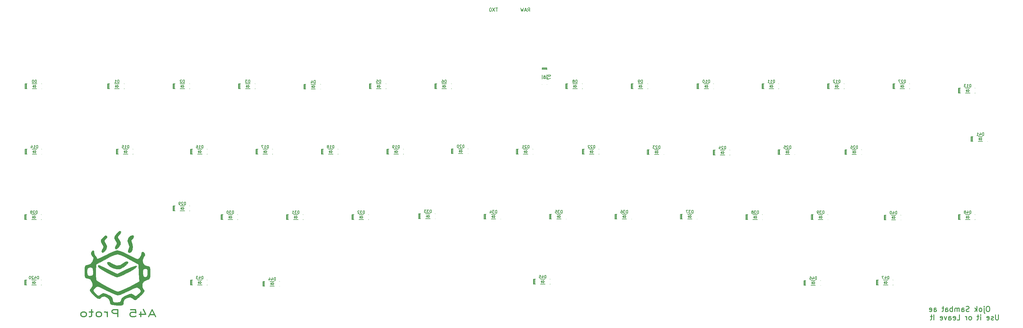
<source format=gbo>
G04 #@! TF.GenerationSoftware,KiCad,Pcbnew,(5.1.10)-1*
G04 #@! TF.CreationDate,2021-12-09T13:09:40+07:00*
G04 #@! TF.ProjectId,CK50,434b3530-2e6b-4696-9361-645f70636258,rev?*
G04 #@! TF.SameCoordinates,Original*
G04 #@! TF.FileFunction,Legend,Bot*
G04 #@! TF.FilePolarity,Positive*
%FSLAX46Y46*%
G04 Gerber Fmt 4.6, Leading zero omitted, Abs format (unit mm)*
G04 Created by KiCad (PCBNEW (5.1.10)-1) date 2021-12-09 13:09:40*
%MOMM*%
%LPD*%
G01*
G04 APERTURE LIST*
%ADD10C,0.250000*%
%ADD11C,0.300000*%
%ADD12C,0.010000*%
%ADD13C,0.200000*%
%ADD14C,0.150000*%
%ADD15C,4.387800*%
%ADD16C,3.448000*%
%ADD17C,2.150000*%
%ADD18C,3.400000*%
%ADD19C,2.686000*%
%ADD20C,2.152600*%
%ADD21C,2.600000*%
G04 APERTURE END LIST*
D10*
X467402428Y-182058571D02*
X467402428Y-183272857D01*
X467331000Y-183415714D01*
X467259571Y-183487142D01*
X467116714Y-183558571D01*
X466831000Y-183558571D01*
X466688142Y-183487142D01*
X466616714Y-183415714D01*
X466545285Y-183272857D01*
X466545285Y-182058571D01*
X465902428Y-183487142D02*
X465759571Y-183558571D01*
X465473857Y-183558571D01*
X465331000Y-183487142D01*
X465259571Y-183344285D01*
X465259571Y-183272857D01*
X465331000Y-183130000D01*
X465473857Y-183058571D01*
X465688142Y-183058571D01*
X465831000Y-182987142D01*
X465902428Y-182844285D01*
X465902428Y-182772857D01*
X465831000Y-182630000D01*
X465688142Y-182558571D01*
X465473857Y-182558571D01*
X465331000Y-182630000D01*
X464045285Y-183487142D02*
X464188142Y-183558571D01*
X464473857Y-183558571D01*
X464616714Y-183487142D01*
X464688142Y-183344285D01*
X464688142Y-182772857D01*
X464616714Y-182630000D01*
X464473857Y-182558571D01*
X464188142Y-182558571D01*
X464045285Y-182630000D01*
X463973857Y-182772857D01*
X463973857Y-182915714D01*
X464688142Y-183058571D01*
X462188142Y-183558571D02*
X462188142Y-182558571D01*
X462188142Y-182058571D02*
X462259571Y-182130000D01*
X462188142Y-182201428D01*
X462116714Y-182130000D01*
X462188142Y-182058571D01*
X462188142Y-182201428D01*
X461688142Y-182558571D02*
X461116714Y-182558571D01*
X461473857Y-182058571D02*
X461473857Y-183344285D01*
X461402428Y-183487142D01*
X461259571Y-183558571D01*
X461116714Y-183558571D01*
X459259571Y-183558571D02*
X459402428Y-183487142D01*
X459473857Y-183415714D01*
X459545285Y-183272857D01*
X459545285Y-182844285D01*
X459473857Y-182701428D01*
X459402428Y-182630000D01*
X459259571Y-182558571D01*
X459045285Y-182558571D01*
X458902428Y-182630000D01*
X458831000Y-182701428D01*
X458759571Y-182844285D01*
X458759571Y-183272857D01*
X458831000Y-183415714D01*
X458902428Y-183487142D01*
X459045285Y-183558571D01*
X459259571Y-183558571D01*
X458116714Y-183558571D02*
X458116714Y-182558571D01*
X458116714Y-182844285D02*
X458045285Y-182701428D01*
X457973857Y-182630000D01*
X457831000Y-182558571D01*
X457688142Y-182558571D01*
X455331000Y-183558571D02*
X456045285Y-183558571D01*
X456045285Y-182058571D01*
X454259571Y-183487142D02*
X454402428Y-183558571D01*
X454688142Y-183558571D01*
X454831000Y-183487142D01*
X454902428Y-183344285D01*
X454902428Y-182772857D01*
X454831000Y-182630000D01*
X454688142Y-182558571D01*
X454402428Y-182558571D01*
X454259571Y-182630000D01*
X454188142Y-182772857D01*
X454188142Y-182915714D01*
X454902428Y-183058571D01*
X452902428Y-183558571D02*
X452902428Y-182772857D01*
X452973857Y-182630000D01*
X453116714Y-182558571D01*
X453402428Y-182558571D01*
X453545285Y-182630000D01*
X452902428Y-183487142D02*
X453045285Y-183558571D01*
X453402428Y-183558571D01*
X453545285Y-183487142D01*
X453616714Y-183344285D01*
X453616714Y-183201428D01*
X453545285Y-183058571D01*
X453402428Y-182987142D01*
X453045285Y-182987142D01*
X452902428Y-182915714D01*
X452331000Y-182558571D02*
X451973857Y-183558571D01*
X451616714Y-182558571D01*
X450473857Y-183487142D02*
X450616714Y-183558571D01*
X450902428Y-183558571D01*
X451045285Y-183487142D01*
X451116714Y-183344285D01*
X451116714Y-182772857D01*
X451045285Y-182630000D01*
X450902428Y-182558571D01*
X450616714Y-182558571D01*
X450473857Y-182630000D01*
X450402428Y-182772857D01*
X450402428Y-182915714D01*
X451116714Y-183058571D01*
X448616714Y-183558571D02*
X448616714Y-182058571D01*
X448116714Y-182558571D02*
X447545285Y-182558571D01*
X447902428Y-182058571D02*
X447902428Y-183344285D01*
X447831000Y-183487142D01*
X447688142Y-183558571D01*
X447545285Y-183558571D01*
X464485571Y-179645571D02*
X464199857Y-179645571D01*
X464057000Y-179717000D01*
X463914142Y-179859857D01*
X463842714Y-180145571D01*
X463842714Y-180645571D01*
X463914142Y-180931285D01*
X464057000Y-181074142D01*
X464199857Y-181145571D01*
X464485571Y-181145571D01*
X464628428Y-181074142D01*
X464771285Y-180931285D01*
X464842714Y-180645571D01*
X464842714Y-180145571D01*
X464771285Y-179859857D01*
X464628428Y-179717000D01*
X464485571Y-179645571D01*
X463199857Y-180145571D02*
X463199857Y-181431285D01*
X463271285Y-181574142D01*
X463414142Y-181645571D01*
X463485571Y-181645571D01*
X463199857Y-179645571D02*
X463271285Y-179717000D01*
X463199857Y-179788428D01*
X463128428Y-179717000D01*
X463199857Y-179645571D01*
X463199857Y-179788428D01*
X462271285Y-181145571D02*
X462414142Y-181074142D01*
X462485571Y-181002714D01*
X462557000Y-180859857D01*
X462557000Y-180431285D01*
X462485571Y-180288428D01*
X462414142Y-180217000D01*
X462271285Y-180145571D01*
X462057000Y-180145571D01*
X461914142Y-180217000D01*
X461842714Y-180288428D01*
X461771285Y-180431285D01*
X461771285Y-180859857D01*
X461842714Y-181002714D01*
X461914142Y-181074142D01*
X462057000Y-181145571D01*
X462271285Y-181145571D01*
X461128428Y-181145571D02*
X461128428Y-179645571D01*
X460985571Y-180574142D02*
X460557000Y-181145571D01*
X460557000Y-180145571D02*
X461128428Y-180717000D01*
X458842714Y-181074142D02*
X458628428Y-181145571D01*
X458271285Y-181145571D01*
X458128428Y-181074142D01*
X458057000Y-181002714D01*
X457985571Y-180859857D01*
X457985571Y-180717000D01*
X458057000Y-180574142D01*
X458128428Y-180502714D01*
X458271285Y-180431285D01*
X458557000Y-180359857D01*
X458699857Y-180288428D01*
X458771285Y-180217000D01*
X458842714Y-180074142D01*
X458842714Y-179931285D01*
X458771285Y-179788428D01*
X458699857Y-179717000D01*
X458557000Y-179645571D01*
X458199857Y-179645571D01*
X457985571Y-179717000D01*
X456699857Y-181145571D02*
X456699857Y-180359857D01*
X456771285Y-180217000D01*
X456914142Y-180145571D01*
X457199857Y-180145571D01*
X457342714Y-180217000D01*
X456699857Y-181074142D02*
X456842714Y-181145571D01*
X457199857Y-181145571D01*
X457342714Y-181074142D01*
X457414142Y-180931285D01*
X457414142Y-180788428D01*
X457342714Y-180645571D01*
X457199857Y-180574142D01*
X456842714Y-180574142D01*
X456699857Y-180502714D01*
X455985571Y-181145571D02*
X455985571Y-180145571D01*
X455985571Y-180288428D02*
X455914142Y-180217000D01*
X455771285Y-180145571D01*
X455557000Y-180145571D01*
X455414142Y-180217000D01*
X455342714Y-180359857D01*
X455342714Y-181145571D01*
X455342714Y-180359857D02*
X455271285Y-180217000D01*
X455128428Y-180145571D01*
X454914142Y-180145571D01*
X454771285Y-180217000D01*
X454699857Y-180359857D01*
X454699857Y-181145571D01*
X453985571Y-181145571D02*
X453985571Y-179645571D01*
X453985571Y-180217000D02*
X453842714Y-180145571D01*
X453557000Y-180145571D01*
X453414142Y-180217000D01*
X453342714Y-180288428D01*
X453271285Y-180431285D01*
X453271285Y-180859857D01*
X453342714Y-181002714D01*
X453414142Y-181074142D01*
X453557000Y-181145571D01*
X453842714Y-181145571D01*
X453985571Y-181074142D01*
X451985571Y-181145571D02*
X451985571Y-180359857D01*
X452057000Y-180217000D01*
X452199857Y-180145571D01*
X452485571Y-180145571D01*
X452628428Y-180217000D01*
X451985571Y-181074142D02*
X452128428Y-181145571D01*
X452485571Y-181145571D01*
X452628428Y-181074142D01*
X452699857Y-180931285D01*
X452699857Y-180788428D01*
X452628428Y-180645571D01*
X452485571Y-180574142D01*
X452128428Y-180574142D01*
X451985571Y-180502714D01*
X451485571Y-180145571D02*
X450914142Y-180145571D01*
X451271285Y-179645571D02*
X451271285Y-180931285D01*
X451199857Y-181074142D01*
X451057000Y-181145571D01*
X450914142Y-181145571D01*
X448628428Y-181145571D02*
X448628428Y-180359857D01*
X448699857Y-180217000D01*
X448842714Y-180145571D01*
X449128428Y-180145571D01*
X449271285Y-180217000D01*
X448628428Y-181074142D02*
X448771285Y-181145571D01*
X449128428Y-181145571D01*
X449271285Y-181074142D01*
X449342714Y-180931285D01*
X449342714Y-180788428D01*
X449271285Y-180645571D01*
X449128428Y-180574142D01*
X448771285Y-180574142D01*
X448628428Y-180502714D01*
X447342714Y-181074142D02*
X447485571Y-181145571D01*
X447771285Y-181145571D01*
X447914142Y-181074142D01*
X447985571Y-180931285D01*
X447985571Y-180359857D01*
X447914142Y-180217000D01*
X447771285Y-180145571D01*
X447485571Y-180145571D01*
X447342714Y-180217000D01*
X447271285Y-180359857D01*
X447271285Y-180502714D01*
X447985571Y-180645571D01*
D11*
X221788285Y-182070333D02*
X220359714Y-182070333D01*
X222074000Y-182641761D02*
X221074000Y-180641761D01*
X220074000Y-182641761D01*
X217788285Y-181308428D02*
X217788285Y-182641761D01*
X218502571Y-180546523D02*
X219216857Y-181975095D01*
X217359714Y-181975095D01*
X214788285Y-180641761D02*
X216216857Y-180641761D01*
X216359714Y-181594142D01*
X216216857Y-181498904D01*
X215931142Y-181403666D01*
X215216857Y-181403666D01*
X214931142Y-181498904D01*
X214788285Y-181594142D01*
X214645428Y-181784619D01*
X214645428Y-182260809D01*
X214788285Y-182451285D01*
X214931142Y-182546523D01*
X215216857Y-182641761D01*
X215931142Y-182641761D01*
X216216857Y-182546523D01*
X216359714Y-182451285D01*
X211074000Y-182641761D02*
X211074000Y-180641761D01*
X209931142Y-180641761D01*
X209645428Y-180737000D01*
X209502571Y-180832238D01*
X209359714Y-181022714D01*
X209359714Y-181308428D01*
X209502571Y-181498904D01*
X209645428Y-181594142D01*
X209931142Y-181689380D01*
X211074000Y-181689380D01*
X208074000Y-182641761D02*
X208074000Y-181308428D01*
X208074000Y-181689380D02*
X207931142Y-181498904D01*
X207788285Y-181403666D01*
X207502571Y-181308428D01*
X207216857Y-181308428D01*
X205788285Y-182641761D02*
X206074000Y-182546523D01*
X206216857Y-182451285D01*
X206359714Y-182260809D01*
X206359714Y-181689380D01*
X206216857Y-181498904D01*
X206074000Y-181403666D01*
X205788285Y-181308428D01*
X205359714Y-181308428D01*
X205074000Y-181403666D01*
X204931142Y-181498904D01*
X204788285Y-181689380D01*
X204788285Y-182260809D01*
X204931142Y-182451285D01*
X205074000Y-182546523D01*
X205359714Y-182641761D01*
X205788285Y-182641761D01*
X203931142Y-181308428D02*
X202788285Y-181308428D01*
X203502571Y-180641761D02*
X203502571Y-182356047D01*
X203359714Y-182546523D01*
X203074000Y-182641761D01*
X202788285Y-182641761D01*
X201359714Y-182641761D02*
X201645428Y-182546523D01*
X201788285Y-182451285D01*
X201931142Y-182260809D01*
X201931142Y-181689380D01*
X201788285Y-181498904D01*
X201645428Y-181403666D01*
X201359714Y-181308428D01*
X200931142Y-181308428D01*
X200645428Y-181403666D01*
X200502571Y-181498904D01*
X200359714Y-181689380D01*
X200359714Y-182260809D01*
X200502571Y-182451285D01*
X200645428Y-182546523D01*
X200931142Y-182641761D01*
X201359714Y-182641761D01*
D12*
G36*
X204169143Y-163618328D02*
G01*
X204126546Y-163867707D01*
X204199849Y-164488539D01*
X204441580Y-164792847D01*
X204877737Y-165386327D01*
X204949778Y-165688665D01*
X205234197Y-165793736D01*
X206078630Y-165492242D01*
X207469835Y-164788947D01*
X207507416Y-164768487D01*
X208815014Y-164112579D01*
X209990835Y-163622495D01*
X210822429Y-163384354D01*
X210947000Y-163374257D01*
X211666912Y-163539286D01*
X212779694Y-163976565D01*
X214070797Y-164599380D01*
X214357148Y-164752515D01*
X215611497Y-165423378D01*
X216404899Y-165785295D01*
X216891630Y-165874732D01*
X217225967Y-165728156D01*
X217467354Y-165487668D01*
X217877842Y-164807562D01*
X217937762Y-164358605D01*
X218017386Y-163846756D01*
X218418716Y-163787801D01*
X218865709Y-164192107D01*
X219001612Y-164820038D01*
X218647085Y-165340438D01*
X218275135Y-166118471D01*
X218386968Y-166986263D01*
X218885060Y-167683405D01*
X219624566Y-167950444D01*
X220112575Y-168006521D01*
X220365375Y-168290160D01*
X220459498Y-168974477D01*
X220472000Y-169867290D01*
X220447295Y-170974218D01*
X220315904Y-171560719D01*
X219991911Y-171811617D01*
X219529067Y-171895762D01*
X218674349Y-172294860D01*
X218185983Y-173083122D01*
X218162276Y-174003970D01*
X218490149Y-174607284D01*
X218773469Y-175009850D01*
X218727527Y-175401889D01*
X218279506Y-175964393D01*
X217717727Y-176527149D01*
X216849645Y-177347922D01*
X216304936Y-177725601D01*
X215910736Y-177718643D01*
X215494180Y-177385507D01*
X215414213Y-177306149D01*
X214669057Y-176981494D01*
X213790290Y-177113256D01*
X213047985Y-177595045D01*
X212712211Y-178320472D01*
X212710889Y-178371079D01*
X212662249Y-178956461D01*
X212409029Y-179263671D01*
X211790274Y-179361134D01*
X210645033Y-179317279D01*
X210506028Y-179308442D01*
X209487239Y-179204016D01*
X208991792Y-178994776D01*
X208837473Y-178578015D01*
X208830333Y-178363897D01*
X208567146Y-177620776D01*
X207932908Y-177033991D01*
X207160604Y-176732561D01*
X206483217Y-176845500D01*
X206332371Y-176980639D01*
X205797883Y-177401908D01*
X205193437Y-177332014D01*
X204389580Y-176732008D01*
X203898957Y-176248473D01*
X203201815Y-175496506D01*
X203019061Y-175168700D01*
X203994878Y-175168700D01*
X204438128Y-175718367D01*
X204588318Y-175878703D01*
X205183742Y-176449197D01*
X205586184Y-176536269D01*
X206059761Y-176193963D01*
X206072537Y-176182417D01*
X206752954Y-175793199D01*
X207510844Y-175974566D01*
X208396628Y-176358872D01*
X208918528Y-176550439D01*
X209420984Y-177045970D01*
X209535889Y-177640761D01*
X209626231Y-178244290D01*
X210036055Y-178491432D01*
X210770611Y-178533777D01*
X211619467Y-178456357D01*
X211962837Y-178150170D01*
X212005333Y-177813756D01*
X212265838Y-177200320D01*
X213108427Y-176628469D01*
X213504639Y-176445489D01*
X214459411Y-176069995D01*
X215033053Y-175997797D01*
X215475501Y-176216645D01*
X215625002Y-176341587D01*
X216100283Y-176659385D01*
X216539003Y-176555997D01*
X217133022Y-176052674D01*
X217705699Y-175468090D01*
X217796253Y-175088550D01*
X217444607Y-174644464D01*
X217354903Y-174554335D01*
X216995964Y-174237824D01*
X216627528Y-174126230D01*
X216086099Y-174250392D01*
X215208178Y-174641149D01*
X214179995Y-175153182D01*
X212912970Y-175752080D01*
X211827652Y-176194920D01*
X211123710Y-176401818D01*
X211044001Y-176407830D01*
X210455497Y-176244568D01*
X209440237Y-175818436D01*
X208187220Y-175211028D01*
X207779912Y-174998605D01*
X206494426Y-174325362D01*
X205675273Y-173950799D01*
X205166091Y-173841842D01*
X204810522Y-173965418D01*
X204452203Y-174288451D01*
X204447037Y-174293616D01*
X204006290Y-174788510D01*
X203994878Y-175168700D01*
X203019061Y-175168700D01*
X202943978Y-175034024D01*
X203065660Y-174651794D01*
X203347115Y-174317198D01*
X203756845Y-173720806D01*
X203742716Y-173095504D01*
X203542396Y-172545558D01*
X203004738Y-171721965D01*
X202261145Y-171478222D01*
X201779997Y-171421737D01*
X201529427Y-171137614D01*
X201435045Y-170453851D01*
X201422000Y-169537944D01*
X202127555Y-169537944D01*
X202193448Y-170372936D01*
X202489970Y-170714767D01*
X203009500Y-170772666D01*
X203191387Y-170744533D01*
X204675405Y-170744533D01*
X204751878Y-171666605D01*
X204858551Y-172042062D01*
X205338601Y-172445814D01*
X206272250Y-173038588D01*
X207471163Y-173719953D01*
X208747002Y-174389476D01*
X209911433Y-174946726D01*
X210776117Y-175291270D01*
X211069521Y-175354114D01*
X211663859Y-175199472D01*
X212693123Y-174782518D01*
X213973758Y-174180480D01*
X214523614Y-173900806D01*
X217326018Y-172442835D01*
X217223314Y-169946071D01*
X217221038Y-169890722D01*
X218355333Y-169890722D01*
X218434258Y-170741718D01*
X218742370Y-171085084D01*
X219060889Y-171125444D01*
X219547172Y-170987326D01*
X219743381Y-170448129D01*
X219766444Y-169890722D01*
X219687520Y-169039725D01*
X219379407Y-168696360D01*
X219060889Y-168656000D01*
X218574605Y-168794118D01*
X218378396Y-169333315D01*
X218355333Y-169890722D01*
X217221038Y-169890722D01*
X217120611Y-167449306D01*
X214474777Y-165947583D01*
X213156032Y-165255740D01*
X211968272Y-164732324D01*
X211114667Y-164463821D01*
X210947000Y-164445860D01*
X210241234Y-164615791D01*
X209137088Y-165067932D01*
X207837747Y-165715805D01*
X207419222Y-165947328D01*
X204773389Y-167448796D01*
X204682162Y-169551703D01*
X204675405Y-170744533D01*
X203191387Y-170744533D01*
X203605922Y-170680416D01*
X203850087Y-170265285D01*
X203891444Y-169537944D01*
X203825551Y-168702952D01*
X203529029Y-168361122D01*
X203009500Y-168303222D01*
X202413077Y-168395472D01*
X202168912Y-168810603D01*
X202127555Y-169537944D01*
X201422000Y-169537944D01*
X201445206Y-168426474D01*
X201566571Y-167847723D01*
X201863717Y-167629152D01*
X202294885Y-167597666D01*
X203150421Y-167303353D01*
X203686200Y-166595132D01*
X204005795Y-165847361D01*
X203934327Y-165373903D01*
X203647019Y-165034987D01*
X203311633Y-164384824D01*
X203379105Y-163734279D01*
X203802039Y-163375433D01*
X203918116Y-163364333D01*
X204169143Y-163618328D01*
G37*
X204169143Y-163618328D02*
X204126546Y-163867707D01*
X204199849Y-164488539D01*
X204441580Y-164792847D01*
X204877737Y-165386327D01*
X204949778Y-165688665D01*
X205234197Y-165793736D01*
X206078630Y-165492242D01*
X207469835Y-164788947D01*
X207507416Y-164768487D01*
X208815014Y-164112579D01*
X209990835Y-163622495D01*
X210822429Y-163384354D01*
X210947000Y-163374257D01*
X211666912Y-163539286D01*
X212779694Y-163976565D01*
X214070797Y-164599380D01*
X214357148Y-164752515D01*
X215611497Y-165423378D01*
X216404899Y-165785295D01*
X216891630Y-165874732D01*
X217225967Y-165728156D01*
X217467354Y-165487668D01*
X217877842Y-164807562D01*
X217937762Y-164358605D01*
X218017386Y-163846756D01*
X218418716Y-163787801D01*
X218865709Y-164192107D01*
X219001612Y-164820038D01*
X218647085Y-165340438D01*
X218275135Y-166118471D01*
X218386968Y-166986263D01*
X218885060Y-167683405D01*
X219624566Y-167950444D01*
X220112575Y-168006521D01*
X220365375Y-168290160D01*
X220459498Y-168974477D01*
X220472000Y-169867290D01*
X220447295Y-170974218D01*
X220315904Y-171560719D01*
X219991911Y-171811617D01*
X219529067Y-171895762D01*
X218674349Y-172294860D01*
X218185983Y-173083122D01*
X218162276Y-174003970D01*
X218490149Y-174607284D01*
X218773469Y-175009850D01*
X218727527Y-175401889D01*
X218279506Y-175964393D01*
X217717727Y-176527149D01*
X216849645Y-177347922D01*
X216304936Y-177725601D01*
X215910736Y-177718643D01*
X215494180Y-177385507D01*
X215414213Y-177306149D01*
X214669057Y-176981494D01*
X213790290Y-177113256D01*
X213047985Y-177595045D01*
X212712211Y-178320472D01*
X212710889Y-178371079D01*
X212662249Y-178956461D01*
X212409029Y-179263671D01*
X211790274Y-179361134D01*
X210645033Y-179317279D01*
X210506028Y-179308442D01*
X209487239Y-179204016D01*
X208991792Y-178994776D01*
X208837473Y-178578015D01*
X208830333Y-178363897D01*
X208567146Y-177620776D01*
X207932908Y-177033991D01*
X207160604Y-176732561D01*
X206483217Y-176845500D01*
X206332371Y-176980639D01*
X205797883Y-177401908D01*
X205193437Y-177332014D01*
X204389580Y-176732008D01*
X203898957Y-176248473D01*
X203201815Y-175496506D01*
X203019061Y-175168700D01*
X203994878Y-175168700D01*
X204438128Y-175718367D01*
X204588318Y-175878703D01*
X205183742Y-176449197D01*
X205586184Y-176536269D01*
X206059761Y-176193963D01*
X206072537Y-176182417D01*
X206752954Y-175793199D01*
X207510844Y-175974566D01*
X208396628Y-176358872D01*
X208918528Y-176550439D01*
X209420984Y-177045970D01*
X209535889Y-177640761D01*
X209626231Y-178244290D01*
X210036055Y-178491432D01*
X210770611Y-178533777D01*
X211619467Y-178456357D01*
X211962837Y-178150170D01*
X212005333Y-177813756D01*
X212265838Y-177200320D01*
X213108427Y-176628469D01*
X213504639Y-176445489D01*
X214459411Y-176069995D01*
X215033053Y-175997797D01*
X215475501Y-176216645D01*
X215625002Y-176341587D01*
X216100283Y-176659385D01*
X216539003Y-176555997D01*
X217133022Y-176052674D01*
X217705699Y-175468090D01*
X217796253Y-175088550D01*
X217444607Y-174644464D01*
X217354903Y-174554335D01*
X216995964Y-174237824D01*
X216627528Y-174126230D01*
X216086099Y-174250392D01*
X215208178Y-174641149D01*
X214179995Y-175153182D01*
X212912970Y-175752080D01*
X211827652Y-176194920D01*
X211123710Y-176401818D01*
X211044001Y-176407830D01*
X210455497Y-176244568D01*
X209440237Y-175818436D01*
X208187220Y-175211028D01*
X207779912Y-174998605D01*
X206494426Y-174325362D01*
X205675273Y-173950799D01*
X205166091Y-173841842D01*
X204810522Y-173965418D01*
X204452203Y-174288451D01*
X204447037Y-174293616D01*
X204006290Y-174788510D01*
X203994878Y-175168700D01*
X203019061Y-175168700D01*
X202943978Y-175034024D01*
X203065660Y-174651794D01*
X203347115Y-174317198D01*
X203756845Y-173720806D01*
X203742716Y-173095504D01*
X203542396Y-172545558D01*
X203004738Y-171721965D01*
X202261145Y-171478222D01*
X201779997Y-171421737D01*
X201529427Y-171137614D01*
X201435045Y-170453851D01*
X201422000Y-169537944D01*
X202127555Y-169537944D01*
X202193448Y-170372936D01*
X202489970Y-170714767D01*
X203009500Y-170772666D01*
X203191387Y-170744533D01*
X204675405Y-170744533D01*
X204751878Y-171666605D01*
X204858551Y-172042062D01*
X205338601Y-172445814D01*
X206272250Y-173038588D01*
X207471163Y-173719953D01*
X208747002Y-174389476D01*
X209911433Y-174946726D01*
X210776117Y-175291270D01*
X211069521Y-175354114D01*
X211663859Y-175199472D01*
X212693123Y-174782518D01*
X213973758Y-174180480D01*
X214523614Y-173900806D01*
X217326018Y-172442835D01*
X217223314Y-169946071D01*
X217221038Y-169890722D01*
X218355333Y-169890722D01*
X218434258Y-170741718D01*
X218742370Y-171085084D01*
X219060889Y-171125444D01*
X219547172Y-170987326D01*
X219743381Y-170448129D01*
X219766444Y-169890722D01*
X219687520Y-169039725D01*
X219379407Y-168696360D01*
X219060889Y-168656000D01*
X218574605Y-168794118D01*
X218378396Y-169333315D01*
X218355333Y-169890722D01*
X217221038Y-169890722D01*
X217120611Y-167449306D01*
X214474777Y-165947583D01*
X213156032Y-165255740D01*
X211968272Y-164732324D01*
X211114667Y-164463821D01*
X210947000Y-164445860D01*
X210241234Y-164615791D01*
X209137088Y-165067932D01*
X207837747Y-165715805D01*
X207419222Y-165947328D01*
X204773389Y-167448796D01*
X204682162Y-169551703D01*
X204675405Y-170744533D01*
X203191387Y-170744533D01*
X203605922Y-170680416D01*
X203850087Y-170265285D01*
X203891444Y-169537944D01*
X203825551Y-168702952D01*
X203529029Y-168361122D01*
X203009500Y-168303222D01*
X202413077Y-168395472D01*
X202168912Y-168810603D01*
X202127555Y-169537944D01*
X201422000Y-169537944D01*
X201445206Y-168426474D01*
X201566571Y-167847723D01*
X201863717Y-167629152D01*
X202294885Y-167597666D01*
X203150421Y-167303353D01*
X203686200Y-166595132D01*
X204005795Y-165847361D01*
X203934327Y-165373903D01*
X203647019Y-165034987D01*
X203311633Y-164384824D01*
X203379105Y-163734279D01*
X203802039Y-163375433D01*
X203918116Y-163364333D01*
X204169143Y-163618328D01*
G36*
X207907117Y-159125006D02*
G01*
X207983227Y-159581234D01*
X207618181Y-159952816D01*
X207195835Y-160347691D01*
X207231747Y-160775005D01*
X207534868Y-161281839D01*
X207896438Y-162057528D01*
X207768181Y-162779558D01*
X207669726Y-162988481D01*
X207190049Y-163676595D01*
X206710982Y-163998252D01*
X206400672Y-163869666D01*
X206360889Y-163640676D01*
X206592256Y-162962282D01*
X206746509Y-162767046D01*
X206906264Y-162269224D01*
X206547792Y-161489956D01*
X206520951Y-161448648D01*
X206140154Y-160780372D01*
X206176971Y-160311615D01*
X206670356Y-159706392D01*
X206730381Y-159642375D01*
X207448475Y-159068009D01*
X207907117Y-159125006D01*
G37*
X207907117Y-159125006D02*
X207983227Y-159581234D01*
X207618181Y-159952816D01*
X207195835Y-160347691D01*
X207231747Y-160775005D01*
X207534868Y-161281839D01*
X207896438Y-162057528D01*
X207768181Y-162779558D01*
X207669726Y-162988481D01*
X207190049Y-163676595D01*
X206710982Y-163998252D01*
X206400672Y-163869666D01*
X206360889Y-163640676D01*
X206592256Y-162962282D01*
X206746509Y-162767046D01*
X206906264Y-162269224D01*
X206547792Y-161489956D01*
X206520951Y-161448648D01*
X206140154Y-160780372D01*
X206176971Y-160311615D01*
X206670356Y-159706392D01*
X206730381Y-159642375D01*
X207448475Y-159068009D01*
X207907117Y-159125006D01*
G36*
X215779782Y-159291718D02*
G01*
X215548725Y-159806018D01*
X215365962Y-159962564D01*
X214986216Y-160378895D01*
X215040381Y-160940097D01*
X215210873Y-161350203D01*
X215409934Y-162230201D01*
X215304861Y-163091683D01*
X214978260Y-163760109D01*
X214512740Y-164060939D01*
X214025170Y-163855466D01*
X214017349Y-163428152D01*
X214227622Y-162973522D01*
X214461694Y-162263980D01*
X214190090Y-161578379D01*
X213913256Y-160563591D01*
X214250252Y-159621366D01*
X214830037Y-159129671D01*
X215492647Y-158992334D01*
X215779782Y-159291718D01*
G37*
X215779782Y-159291718D02*
X215548725Y-159806018D01*
X215365962Y-159962564D01*
X214986216Y-160378895D01*
X215040381Y-160940097D01*
X215210873Y-161350203D01*
X215409934Y-162230201D01*
X215304861Y-163091683D01*
X214978260Y-163760109D01*
X214512740Y-164060939D01*
X214025170Y-163855466D01*
X214017349Y-163428152D01*
X214227622Y-162973522D01*
X214461694Y-162263980D01*
X214190090Y-161578379D01*
X213913256Y-160563591D01*
X214250252Y-159621366D01*
X214830037Y-159129671D01*
X215492647Y-158992334D01*
X215779782Y-159291718D01*
G36*
X211989149Y-157941402D02*
G01*
X211881206Y-158439074D01*
X211429503Y-158945108D01*
X211068712Y-159296052D01*
X211113708Y-159710764D01*
X211470076Y-160306916D01*
X211865659Y-161018021D01*
X211841667Y-161549988D01*
X211508607Y-162129611D01*
X210927384Y-162807678D01*
X210462805Y-162993066D01*
X210244880Y-162642341D01*
X210241444Y-162552944D01*
X210471174Y-161903980D01*
X210627065Y-161708712D01*
X210793387Y-161204095D01*
X210445547Y-160457530D01*
X210097337Y-159815733D01*
X210155795Y-159313045D01*
X210614698Y-158655928D01*
X211204304Y-158018426D01*
X211651753Y-157722478D01*
X211678160Y-157719889D01*
X211989149Y-157941402D01*
G37*
X211989149Y-157941402D02*
X211881206Y-158439074D01*
X211429503Y-158945108D01*
X211068712Y-159296052D01*
X211113708Y-159710764D01*
X211470076Y-160306916D01*
X211865659Y-161018021D01*
X211841667Y-161549988D01*
X211508607Y-162129611D01*
X210927384Y-162807678D01*
X210462805Y-162993066D01*
X210244880Y-162642341D01*
X210241444Y-162552944D01*
X210471174Y-161903980D01*
X210627065Y-161708712D01*
X210793387Y-161204095D01*
X210445547Y-160457530D01*
X210097337Y-159815733D01*
X210155795Y-159313045D01*
X210614698Y-158655928D01*
X211204304Y-158018426D01*
X211651753Y-157722478D01*
X211678160Y-157719889D01*
X211989149Y-157941402D01*
G36*
X205839989Y-167746642D02*
G01*
X206574403Y-168067840D01*
X207784209Y-168656984D01*
X208295330Y-168909747D01*
X210947000Y-170221829D01*
X213641965Y-168888324D01*
X215209714Y-168175404D01*
X216237603Y-167852913D01*
X216684906Y-167902795D01*
X216536439Y-168180458D01*
X215902708Y-168662288D01*
X214941260Y-169261589D01*
X213809643Y-169891665D01*
X212665405Y-170465821D01*
X211666094Y-170897361D01*
X210969258Y-171099591D01*
X210866636Y-171104476D01*
X210357207Y-170943570D01*
X209405173Y-170535186D01*
X208193068Y-169958970D01*
X207860194Y-169792676D01*
X206672109Y-169140980D01*
X205777593Y-168551145D01*
X205328068Y-168126358D01*
X205302555Y-168049755D01*
X205322719Y-167771695D01*
X205462312Y-167659292D01*
X205839989Y-167746642D01*
G37*
X205839989Y-167746642D02*
X206574403Y-168067840D01*
X207784209Y-168656984D01*
X208295330Y-168909747D01*
X210947000Y-170221829D01*
X213641965Y-168888324D01*
X215209714Y-168175404D01*
X216237603Y-167852913D01*
X216684906Y-167902795D01*
X216536439Y-168180458D01*
X215902708Y-168662288D01*
X214941260Y-169261589D01*
X213809643Y-169891665D01*
X212665405Y-170465821D01*
X211666094Y-170897361D01*
X210969258Y-171099591D01*
X210866636Y-171104476D01*
X210357207Y-170943570D01*
X209405173Y-170535186D01*
X208193068Y-169958970D01*
X207860194Y-169792676D01*
X206672109Y-169140980D01*
X205777593Y-168551145D01*
X205328068Y-168126358D01*
X205302555Y-168049755D01*
X205322719Y-167771695D01*
X205462312Y-167659292D01*
X205839989Y-167746642D01*
G36*
X214063324Y-166781802D02*
G01*
X214040960Y-166958840D01*
X213602619Y-167523894D01*
X212780903Y-168154720D01*
X211848344Y-168657104D01*
X211476166Y-168786609D01*
X210660419Y-168784258D01*
X209712141Y-168516959D01*
X208737250Y-167973832D01*
X208114041Y-167393520D01*
X207958878Y-166904942D01*
X208100089Y-166730980D01*
X208597205Y-166771456D01*
X209344687Y-167162864D01*
X209468126Y-167250571D01*
X210629165Y-167756505D01*
X211793857Y-167678397D01*
X212739614Y-167033887D01*
X213267625Y-166646148D01*
X213795385Y-166557130D01*
X214063324Y-166781802D01*
G37*
X214063324Y-166781802D02*
X214040960Y-166958840D01*
X213602619Y-167523894D01*
X212780903Y-168154720D01*
X211848344Y-168657104D01*
X211476166Y-168786609D01*
X210660419Y-168784258D01*
X209712141Y-168516959D01*
X208737250Y-167973832D01*
X208114041Y-167393520D01*
X207958878Y-166904942D01*
X208100089Y-166730980D01*
X208597205Y-166771456D01*
X209344687Y-167162864D01*
X209468126Y-167250571D01*
X210629165Y-167756505D01*
X211793857Y-167678397D01*
X212739614Y-167033887D01*
X213267625Y-166646148D01*
X213795385Y-166557130D01*
X214063324Y-166781802D01*
D13*
X335072000Y-172466000D02*
X335372000Y-172466000D01*
X334472000Y-172466000D02*
X334172000Y-172466000D01*
X334472000Y-172816000D02*
X334472000Y-172066000D01*
X335072000Y-172066000D02*
X334472000Y-172466000D01*
X335072000Y-172816000D02*
X335072000Y-172066000D01*
X334472000Y-172466000D02*
X335072000Y-172816000D01*
X332072000Y-173166000D02*
X332072000Y-171766000D01*
X332272000Y-173166000D02*
X332272000Y-171766000D01*
X332472000Y-173166000D02*
X332472000Y-171766000D01*
X332672000Y-173166000D02*
X332672000Y-171766000D01*
X332072000Y-171766000D02*
X336872000Y-171766000D01*
X336872000Y-173166000D02*
X336872000Y-171766000D01*
X332072000Y-173166000D02*
X336872000Y-173166000D01*
X256332000Y-173101000D02*
X256632000Y-173101000D01*
X255732000Y-173101000D02*
X255432000Y-173101000D01*
X255732000Y-173451000D02*
X255732000Y-172701000D01*
X256332000Y-172701000D02*
X255732000Y-173101000D01*
X256332000Y-173451000D02*
X256332000Y-172701000D01*
X255732000Y-173101000D02*
X256332000Y-173451000D01*
X253332000Y-173801000D02*
X253332000Y-172401000D01*
X253532000Y-173801000D02*
X253532000Y-172401000D01*
X253732000Y-173801000D02*
X253732000Y-172401000D01*
X253932000Y-173801000D02*
X253932000Y-172401000D01*
X253332000Y-172401000D02*
X258132000Y-172401000D01*
X258132000Y-173801000D02*
X258132000Y-172401000D01*
X253332000Y-173801000D02*
X258132000Y-173801000D01*
X377871000Y-153543000D02*
X378171000Y-153543000D01*
X377271000Y-153543000D02*
X376971000Y-153543000D01*
X377271000Y-153893000D02*
X377271000Y-153143000D01*
X377871000Y-153143000D02*
X377271000Y-153543000D01*
X377871000Y-153893000D02*
X377871000Y-153143000D01*
X377271000Y-153543000D02*
X377871000Y-153893000D01*
X374871000Y-154243000D02*
X374871000Y-152843000D01*
X375071000Y-154243000D02*
X375071000Y-152843000D01*
X375271000Y-154243000D02*
X375271000Y-152843000D01*
X375471000Y-154243000D02*
X375471000Y-152843000D01*
X374871000Y-152843000D02*
X379671000Y-152843000D01*
X379671000Y-154243000D02*
X379671000Y-152843000D01*
X374871000Y-154243000D02*
X379671000Y-154243000D01*
X358821000Y-153543000D02*
X359121000Y-153543000D01*
X358221000Y-153543000D02*
X357921000Y-153543000D01*
X358221000Y-153893000D02*
X358221000Y-153143000D01*
X358821000Y-153143000D02*
X358221000Y-153543000D01*
X358821000Y-153893000D02*
X358821000Y-153143000D01*
X358221000Y-153543000D02*
X358821000Y-153893000D01*
X355821000Y-154243000D02*
X355821000Y-152843000D01*
X356021000Y-154243000D02*
X356021000Y-152843000D01*
X356221000Y-154243000D02*
X356221000Y-152843000D01*
X356421000Y-154243000D02*
X356421000Y-152843000D01*
X355821000Y-152843000D02*
X360621000Y-152843000D01*
X360621000Y-154243000D02*
X360621000Y-152843000D01*
X355821000Y-154243000D02*
X360621000Y-154243000D01*
X339771000Y-153543000D02*
X340071000Y-153543000D01*
X339171000Y-153543000D02*
X338871000Y-153543000D01*
X339171000Y-153893000D02*
X339171000Y-153143000D01*
X339771000Y-153143000D02*
X339171000Y-153543000D01*
X339771000Y-153893000D02*
X339771000Y-153143000D01*
X339171000Y-153543000D02*
X339771000Y-153893000D01*
X336771000Y-154243000D02*
X336771000Y-152843000D01*
X336971000Y-154243000D02*
X336971000Y-152843000D01*
X337171000Y-154243000D02*
X337171000Y-152843000D01*
X337371000Y-154243000D02*
X337371000Y-152843000D01*
X336771000Y-152843000D02*
X341571000Y-152843000D01*
X341571000Y-154243000D02*
X341571000Y-152843000D01*
X336771000Y-154243000D02*
X341571000Y-154243000D01*
X368219000Y-134747000D02*
X368519000Y-134747000D01*
X367619000Y-134747000D02*
X367319000Y-134747000D01*
X367619000Y-135097000D02*
X367619000Y-134347000D01*
X368219000Y-134347000D02*
X367619000Y-134747000D01*
X368219000Y-135097000D02*
X368219000Y-134347000D01*
X367619000Y-134747000D02*
X368219000Y-135097000D01*
X365219000Y-135447000D02*
X365219000Y-134047000D01*
X365419000Y-135447000D02*
X365419000Y-134047000D01*
X365619000Y-135447000D02*
X365619000Y-134047000D01*
X365819000Y-135447000D02*
X365819000Y-134047000D01*
X365219000Y-134047000D02*
X370019000Y-134047000D01*
X370019000Y-135447000D02*
X370019000Y-134047000D01*
X365219000Y-135447000D02*
X370019000Y-135447000D01*
X349296000Y-134620000D02*
X349596000Y-134620000D01*
X348696000Y-134620000D02*
X348396000Y-134620000D01*
X348696000Y-134970000D02*
X348696000Y-134220000D01*
X349296000Y-134220000D02*
X348696000Y-134620000D01*
X349296000Y-134970000D02*
X349296000Y-134220000D01*
X348696000Y-134620000D02*
X349296000Y-134970000D01*
X346296000Y-135320000D02*
X346296000Y-133920000D01*
X346496000Y-135320000D02*
X346496000Y-133920000D01*
X346696000Y-135320000D02*
X346696000Y-133920000D01*
X346896000Y-135320000D02*
X346896000Y-133920000D01*
X346296000Y-133920000D02*
X351096000Y-133920000D01*
X351096000Y-135320000D02*
X351096000Y-133920000D01*
X346296000Y-135320000D02*
X351096000Y-135320000D01*
X330119000Y-134620000D02*
X330419000Y-134620000D01*
X329519000Y-134620000D02*
X329219000Y-134620000D01*
X329519000Y-134970000D02*
X329519000Y-134220000D01*
X330119000Y-134220000D02*
X329519000Y-134620000D01*
X330119000Y-134970000D02*
X330119000Y-134220000D01*
X329519000Y-134620000D02*
X330119000Y-134970000D01*
X327119000Y-135320000D02*
X327119000Y-133920000D01*
X327319000Y-135320000D02*
X327319000Y-133920000D01*
X327519000Y-135320000D02*
X327519000Y-133920000D01*
X327719000Y-135320000D02*
X327719000Y-133920000D01*
X327119000Y-133920000D02*
X331919000Y-133920000D01*
X331919000Y-135320000D02*
X331919000Y-133920000D01*
X327119000Y-135320000D02*
X331919000Y-135320000D01*
X311196000Y-134493000D02*
X311496000Y-134493000D01*
X310596000Y-134493000D02*
X310296000Y-134493000D01*
X310596000Y-134843000D02*
X310596000Y-134093000D01*
X311196000Y-134093000D02*
X310596000Y-134493000D01*
X311196000Y-134843000D02*
X311196000Y-134093000D01*
X310596000Y-134493000D02*
X311196000Y-134843000D01*
X308196000Y-135193000D02*
X308196000Y-133793000D01*
X308396000Y-135193000D02*
X308396000Y-133793000D01*
X308596000Y-135193000D02*
X308596000Y-133793000D01*
X308796000Y-135193000D02*
X308796000Y-133793000D01*
X308196000Y-133793000D02*
X312996000Y-133793000D01*
X312996000Y-135193000D02*
X312996000Y-133793000D01*
X308196000Y-135193000D02*
X312996000Y-135193000D01*
X320721000Y-153543000D02*
X321021000Y-153543000D01*
X320121000Y-153543000D02*
X319821000Y-153543000D01*
X320121000Y-153893000D02*
X320121000Y-153143000D01*
X320721000Y-153143000D02*
X320121000Y-153543000D01*
X320721000Y-153893000D02*
X320721000Y-153143000D01*
X320121000Y-153543000D02*
X320721000Y-153893000D01*
X317721000Y-154243000D02*
X317721000Y-152843000D01*
X317921000Y-154243000D02*
X317921000Y-152843000D01*
X318121000Y-154243000D02*
X318121000Y-152843000D01*
X318321000Y-154243000D02*
X318321000Y-152843000D01*
X317721000Y-152843000D02*
X322521000Y-152843000D01*
X322521000Y-154243000D02*
X322521000Y-152843000D01*
X317721000Y-154243000D02*
X322521000Y-154243000D01*
X301671000Y-153416000D02*
X301971000Y-153416000D01*
X301071000Y-153416000D02*
X300771000Y-153416000D01*
X301071000Y-153766000D02*
X301071000Y-153016000D01*
X301671000Y-153016000D02*
X301071000Y-153416000D01*
X301671000Y-153766000D02*
X301671000Y-153016000D01*
X301071000Y-153416000D02*
X301671000Y-153766000D01*
X298671000Y-154116000D02*
X298671000Y-152716000D01*
X298871000Y-154116000D02*
X298871000Y-152716000D01*
X299071000Y-154116000D02*
X299071000Y-152716000D01*
X299271000Y-154116000D02*
X299271000Y-152716000D01*
X298671000Y-152716000D02*
X303471000Y-152716000D01*
X303471000Y-154116000D02*
X303471000Y-152716000D01*
X298671000Y-154116000D02*
X303471000Y-154116000D01*
X396921000Y-153670000D02*
X397221000Y-153670000D01*
X396321000Y-153670000D02*
X396021000Y-153670000D01*
X396321000Y-154020000D02*
X396321000Y-153270000D01*
X396921000Y-153270000D02*
X396321000Y-153670000D01*
X396921000Y-154020000D02*
X396921000Y-153270000D01*
X396321000Y-153670000D02*
X396921000Y-154020000D01*
X393921000Y-154370000D02*
X393921000Y-152970000D01*
X394121000Y-154370000D02*
X394121000Y-152970000D01*
X394321000Y-154370000D02*
X394321000Y-152970000D01*
X394521000Y-154370000D02*
X394521000Y-152970000D01*
X393921000Y-152970000D02*
X398721000Y-152970000D01*
X398721000Y-154370000D02*
X398721000Y-152970000D01*
X393921000Y-154370000D02*
X398721000Y-154370000D01*
X387396000Y-134874000D02*
X387696000Y-134874000D01*
X386796000Y-134874000D02*
X386496000Y-134874000D01*
X386796000Y-135224000D02*
X386796000Y-134474000D01*
X387396000Y-134474000D02*
X386796000Y-134874000D01*
X387396000Y-135224000D02*
X387396000Y-134474000D01*
X386796000Y-134874000D02*
X387396000Y-135224000D01*
X384396000Y-135574000D02*
X384396000Y-134174000D01*
X384596000Y-135574000D02*
X384596000Y-134174000D01*
X384796000Y-135574000D02*
X384796000Y-134174000D01*
X384996000Y-135574000D02*
X384996000Y-134174000D01*
X384396000Y-134174000D02*
X389196000Y-134174000D01*
X389196000Y-135574000D02*
X389196000Y-134174000D01*
X384396000Y-135574000D02*
X389196000Y-135574000D01*
X406319000Y-134747000D02*
X406619000Y-134747000D01*
X405719000Y-134747000D02*
X405419000Y-134747000D01*
X405719000Y-135097000D02*
X405719000Y-134347000D01*
X406319000Y-134347000D02*
X405719000Y-134747000D01*
X406319000Y-135097000D02*
X406319000Y-134347000D01*
X405719000Y-134747000D02*
X406319000Y-135097000D01*
X403319000Y-135447000D02*
X403319000Y-134047000D01*
X403519000Y-135447000D02*
X403519000Y-134047000D01*
X403719000Y-135447000D02*
X403719000Y-134047000D01*
X403919000Y-135447000D02*
X403919000Y-134047000D01*
X403319000Y-134047000D02*
X408119000Y-134047000D01*
X408119000Y-135447000D02*
X408119000Y-134047000D01*
X403319000Y-135447000D02*
X408119000Y-135447000D01*
X425750000Y-134747000D02*
X426050000Y-134747000D01*
X425150000Y-134747000D02*
X424850000Y-134747000D01*
X425150000Y-135097000D02*
X425150000Y-134347000D01*
X425750000Y-134347000D02*
X425150000Y-134747000D01*
X425750000Y-135097000D02*
X425750000Y-134347000D01*
X425150000Y-134747000D02*
X425750000Y-135097000D01*
X422750000Y-135447000D02*
X422750000Y-134047000D01*
X422950000Y-135447000D02*
X422950000Y-134047000D01*
X423150000Y-135447000D02*
X423150000Y-134047000D01*
X423350000Y-135447000D02*
X423350000Y-134047000D01*
X422750000Y-134047000D02*
X427550000Y-134047000D01*
X427550000Y-135447000D02*
X427550000Y-134047000D01*
X422750000Y-135447000D02*
X427550000Y-135447000D01*
X415971000Y-153670000D02*
X416271000Y-153670000D01*
X415371000Y-153670000D02*
X415071000Y-153670000D01*
X415371000Y-154020000D02*
X415371000Y-153270000D01*
X415971000Y-153270000D02*
X415371000Y-153670000D01*
X415971000Y-154020000D02*
X415971000Y-153270000D01*
X415371000Y-153670000D02*
X415971000Y-154020000D01*
X412971000Y-154370000D02*
X412971000Y-152970000D01*
X413171000Y-154370000D02*
X413171000Y-152970000D01*
X413371000Y-154370000D02*
X413371000Y-152970000D01*
X413571000Y-154370000D02*
X413571000Y-152970000D01*
X412971000Y-152970000D02*
X417771000Y-152970000D01*
X417771000Y-154370000D02*
X417771000Y-152970000D01*
X412971000Y-154370000D02*
X417771000Y-154370000D01*
X413812000Y-172847000D02*
X414112000Y-172847000D01*
X413212000Y-172847000D02*
X412912000Y-172847000D01*
X413212000Y-173197000D02*
X413212000Y-172447000D01*
X413812000Y-172447000D02*
X413212000Y-172847000D01*
X413812000Y-173197000D02*
X413812000Y-172447000D01*
X413212000Y-172847000D02*
X413812000Y-173197000D01*
X410812000Y-173547000D02*
X410812000Y-172147000D01*
X411012000Y-173547000D02*
X411012000Y-172147000D01*
X411212000Y-173547000D02*
X411212000Y-172147000D01*
X411412000Y-173547000D02*
X411412000Y-172147000D01*
X410812000Y-172147000D02*
X415612000Y-172147000D01*
X415612000Y-173547000D02*
X415612000Y-172147000D01*
X410812000Y-173547000D02*
X415612000Y-173547000D01*
X434894000Y-172720000D02*
X435194000Y-172720000D01*
X434294000Y-172720000D02*
X433994000Y-172720000D01*
X434294000Y-173070000D02*
X434294000Y-172320000D01*
X434894000Y-172320000D02*
X434294000Y-172720000D01*
X434894000Y-173070000D02*
X434894000Y-172320000D01*
X434294000Y-172720000D02*
X434894000Y-173070000D01*
X431894000Y-173420000D02*
X431894000Y-172020000D01*
X432094000Y-173420000D02*
X432094000Y-172020000D01*
X432294000Y-173420000D02*
X432294000Y-172020000D01*
X432494000Y-173420000D02*
X432494000Y-172020000D01*
X431894000Y-172020000D02*
X436694000Y-172020000D01*
X436694000Y-173420000D02*
X436694000Y-172020000D01*
X431894000Y-173420000D02*
X436694000Y-173420000D01*
X379700000Y-116270000D02*
X384500000Y-116270000D01*
X384500000Y-116270000D02*
X384500000Y-114870000D01*
X379700000Y-114870000D02*
X384500000Y-114870000D01*
X380300000Y-116270000D02*
X380300000Y-114870000D01*
X380100000Y-116270000D02*
X380100000Y-114870000D01*
X379900000Y-116270000D02*
X379900000Y-114870000D01*
X379700000Y-116270000D02*
X379700000Y-114870000D01*
X382100000Y-115570000D02*
X382700000Y-115920000D01*
X382700000Y-115920000D02*
X382700000Y-115170000D01*
X382700000Y-115170000D02*
X382100000Y-115570000D01*
X382100000Y-115920000D02*
X382100000Y-115170000D01*
X382100000Y-115570000D02*
X381800000Y-115570000D01*
X382700000Y-115570000D02*
X383000000Y-115570000D01*
X434180000Y-154500000D02*
X438980000Y-154500000D01*
X438980000Y-154500000D02*
X438980000Y-153100000D01*
X434180000Y-153100000D02*
X438980000Y-153100000D01*
X434780000Y-154500000D02*
X434780000Y-153100000D01*
X434580000Y-154500000D02*
X434580000Y-153100000D01*
X434380000Y-154500000D02*
X434380000Y-153100000D01*
X434180000Y-154500000D02*
X434180000Y-153100000D01*
X436580000Y-153800000D02*
X437180000Y-154150000D01*
X437180000Y-154150000D02*
X437180000Y-153400000D01*
X437180000Y-153400000D02*
X436580000Y-153800000D01*
X436580000Y-154150000D02*
X436580000Y-153400000D01*
X436580000Y-153800000D02*
X436280000Y-153800000D01*
X437180000Y-153800000D02*
X437480000Y-153800000D01*
X455770000Y-154370000D02*
X460570000Y-154370000D01*
X460570000Y-154370000D02*
X460570000Y-152970000D01*
X455770000Y-152970000D02*
X460570000Y-152970000D01*
X456370000Y-154370000D02*
X456370000Y-152970000D01*
X456170000Y-154370000D02*
X456170000Y-152970000D01*
X455970000Y-154370000D02*
X455970000Y-152970000D01*
X455770000Y-154370000D02*
X455770000Y-152970000D01*
X458170000Y-153670000D02*
X458770000Y-154020000D01*
X458770000Y-154020000D02*
X458770000Y-153270000D01*
X458770000Y-153270000D02*
X458170000Y-153670000D01*
X458170000Y-154020000D02*
X458170000Y-153270000D01*
X458170000Y-153670000D02*
X457870000Y-153670000D01*
X458770000Y-153670000D02*
X459070000Y-153670000D01*
X459453000Y-131637000D02*
X464253000Y-131637000D01*
X464253000Y-131637000D02*
X464253000Y-130237000D01*
X459453000Y-130237000D02*
X464253000Y-130237000D01*
X460053000Y-131637000D02*
X460053000Y-130237000D01*
X459853000Y-131637000D02*
X459853000Y-130237000D01*
X459653000Y-131637000D02*
X459653000Y-130237000D01*
X459453000Y-131637000D02*
X459453000Y-130237000D01*
X461853000Y-130937000D02*
X462453000Y-131287000D01*
X462453000Y-131287000D02*
X462453000Y-130537000D01*
X462453000Y-130537000D02*
X461853000Y-130937000D01*
X461853000Y-131287000D02*
X461853000Y-130537000D01*
X461853000Y-130937000D02*
X461553000Y-130937000D01*
X462453000Y-130937000D02*
X462753000Y-130937000D01*
X436720000Y-116270000D02*
X441520000Y-116270000D01*
X441520000Y-116270000D02*
X441520000Y-114870000D01*
X436720000Y-114870000D02*
X441520000Y-114870000D01*
X437320000Y-116270000D02*
X437320000Y-114870000D01*
X437120000Y-116270000D02*
X437120000Y-114870000D01*
X436920000Y-116270000D02*
X436920000Y-114870000D01*
X436720000Y-116270000D02*
X436720000Y-114870000D01*
X439120000Y-115570000D02*
X439720000Y-115920000D01*
X439720000Y-115920000D02*
X439720000Y-115170000D01*
X439720000Y-115170000D02*
X439120000Y-115570000D01*
X439120000Y-115920000D02*
X439120000Y-115170000D01*
X439120000Y-115570000D02*
X438820000Y-115570000D01*
X439720000Y-115570000D02*
X440020000Y-115570000D01*
X455770000Y-117540000D02*
X460570000Y-117540000D01*
X460570000Y-117540000D02*
X460570000Y-116140000D01*
X455770000Y-116140000D02*
X460570000Y-116140000D01*
X456370000Y-117540000D02*
X456370000Y-116140000D01*
X456170000Y-117540000D02*
X456170000Y-116140000D01*
X455970000Y-117540000D02*
X455970000Y-116140000D01*
X455770000Y-117540000D02*
X455770000Y-116140000D01*
X458170000Y-116840000D02*
X458770000Y-117190000D01*
X458770000Y-117190000D02*
X458770000Y-116440000D01*
X458770000Y-116440000D02*
X458170000Y-116840000D01*
X458170000Y-117190000D02*
X458170000Y-116440000D01*
X458170000Y-116840000D02*
X457870000Y-116840000D01*
X458770000Y-116840000D02*
X459070000Y-116840000D01*
X417670000Y-116270000D02*
X422470000Y-116270000D01*
X422470000Y-116270000D02*
X422470000Y-114870000D01*
X417670000Y-114870000D02*
X422470000Y-114870000D01*
X418270000Y-116270000D02*
X418270000Y-114870000D01*
X418070000Y-116270000D02*
X418070000Y-114870000D01*
X417870000Y-116270000D02*
X417870000Y-114870000D01*
X417670000Y-116270000D02*
X417670000Y-114870000D01*
X420070000Y-115570000D02*
X420670000Y-115920000D01*
X420670000Y-115920000D02*
X420670000Y-115170000D01*
X420670000Y-115170000D02*
X420070000Y-115570000D01*
X420070000Y-115920000D02*
X420070000Y-115170000D01*
X420070000Y-115570000D02*
X419770000Y-115570000D01*
X420670000Y-115570000D02*
X420970000Y-115570000D01*
X398620000Y-116270000D02*
X403420000Y-116270000D01*
X403420000Y-116270000D02*
X403420000Y-114870000D01*
X398620000Y-114870000D02*
X403420000Y-114870000D01*
X399220000Y-116270000D02*
X399220000Y-114870000D01*
X399020000Y-116270000D02*
X399020000Y-114870000D01*
X398820000Y-116270000D02*
X398820000Y-114870000D01*
X398620000Y-116270000D02*
X398620000Y-114870000D01*
X401020000Y-115570000D02*
X401620000Y-115920000D01*
X401620000Y-115920000D02*
X401620000Y-115170000D01*
X401620000Y-115170000D02*
X401020000Y-115570000D01*
X401020000Y-115920000D02*
X401020000Y-115170000D01*
X401020000Y-115570000D02*
X400720000Y-115570000D01*
X401620000Y-115570000D02*
X401920000Y-115570000D01*
X279240000Y-154370000D02*
X284040000Y-154370000D01*
X284040000Y-154370000D02*
X284040000Y-152970000D01*
X279240000Y-152970000D02*
X284040000Y-152970000D01*
X279840000Y-154370000D02*
X279840000Y-152970000D01*
X279640000Y-154370000D02*
X279640000Y-152970000D01*
X279440000Y-154370000D02*
X279440000Y-152970000D01*
X279240000Y-154370000D02*
X279240000Y-152970000D01*
X281640000Y-153670000D02*
X282240000Y-154020000D01*
X282240000Y-154020000D02*
X282240000Y-153270000D01*
X282240000Y-153270000D02*
X281640000Y-153670000D01*
X281640000Y-154020000D02*
X281640000Y-153270000D01*
X281640000Y-153670000D02*
X281340000Y-153670000D01*
X282240000Y-153670000D02*
X282540000Y-153670000D01*
X289400000Y-135320000D02*
X294200000Y-135320000D01*
X294200000Y-135320000D02*
X294200000Y-133920000D01*
X289400000Y-133920000D02*
X294200000Y-133920000D01*
X290000000Y-135320000D02*
X290000000Y-133920000D01*
X289800000Y-135320000D02*
X289800000Y-133920000D01*
X289600000Y-135320000D02*
X289600000Y-133920000D01*
X289400000Y-135320000D02*
X289400000Y-133920000D01*
X291800000Y-134620000D02*
X292400000Y-134970000D01*
X292400000Y-134970000D02*
X292400000Y-134220000D01*
X292400000Y-134220000D02*
X291800000Y-134620000D01*
X291800000Y-134970000D02*
X291800000Y-134220000D01*
X291800000Y-134620000D02*
X291500000Y-134620000D01*
X292400000Y-134620000D02*
X292700000Y-134620000D01*
X260190000Y-154370000D02*
X264990000Y-154370000D01*
X264990000Y-154370000D02*
X264990000Y-152970000D01*
X260190000Y-152970000D02*
X264990000Y-152970000D01*
X260790000Y-154370000D02*
X260790000Y-152970000D01*
X260590000Y-154370000D02*
X260590000Y-152970000D01*
X260390000Y-154370000D02*
X260390000Y-152970000D01*
X260190000Y-154370000D02*
X260190000Y-152970000D01*
X262590000Y-153670000D02*
X263190000Y-154020000D01*
X263190000Y-154020000D02*
X263190000Y-153270000D01*
X263190000Y-153270000D02*
X262590000Y-153670000D01*
X262590000Y-154020000D02*
X262590000Y-153270000D01*
X262590000Y-153670000D02*
X262290000Y-153670000D01*
X263190000Y-153670000D02*
X263490000Y-153670000D01*
X360520000Y-116270000D02*
X365320000Y-116270000D01*
X365320000Y-116270000D02*
X365320000Y-114870000D01*
X360520000Y-114870000D02*
X365320000Y-114870000D01*
X361120000Y-116270000D02*
X361120000Y-114870000D01*
X360920000Y-116270000D02*
X360920000Y-114870000D01*
X360720000Y-116270000D02*
X360720000Y-114870000D01*
X360520000Y-116270000D02*
X360520000Y-114870000D01*
X362920000Y-115570000D02*
X363520000Y-115920000D01*
X363520000Y-115920000D02*
X363520000Y-115170000D01*
X363520000Y-115170000D02*
X362920000Y-115570000D01*
X362920000Y-115920000D02*
X362920000Y-115170000D01*
X362920000Y-115570000D02*
X362620000Y-115570000D01*
X363520000Y-115570000D02*
X363820000Y-115570000D01*
X341470000Y-116270000D02*
X346270000Y-116270000D01*
X346270000Y-116270000D02*
X346270000Y-114870000D01*
X341470000Y-114870000D02*
X346270000Y-114870000D01*
X342070000Y-116270000D02*
X342070000Y-114870000D01*
X341870000Y-116270000D02*
X341870000Y-114870000D01*
X341670000Y-116270000D02*
X341670000Y-114870000D01*
X341470000Y-116270000D02*
X341470000Y-114870000D01*
X343870000Y-115570000D02*
X344470000Y-115920000D01*
X344470000Y-115920000D02*
X344470000Y-115170000D01*
X344470000Y-115170000D02*
X343870000Y-115570000D01*
X343870000Y-115920000D02*
X343870000Y-115170000D01*
X343870000Y-115570000D02*
X343570000Y-115570000D01*
X344470000Y-115570000D02*
X344770000Y-115570000D01*
X334580000Y-110200000D02*
X334580000Y-115000000D01*
X334580000Y-115000000D02*
X335980000Y-115000000D01*
X335980000Y-110200000D02*
X335980000Y-115000000D01*
X334580000Y-110800000D02*
X335980000Y-110800000D01*
X334580000Y-110600000D02*
X335980000Y-110600000D01*
X334580000Y-110400000D02*
X335980000Y-110400000D01*
X334580000Y-110200000D02*
X335980000Y-110200000D01*
X335280000Y-112600000D02*
X334930000Y-113200000D01*
X334930000Y-113200000D02*
X335680000Y-113200000D01*
X335680000Y-113200000D02*
X335280000Y-112600000D01*
X334930000Y-112600000D02*
X335680000Y-112600000D01*
X335280000Y-112600000D02*
X335280000Y-112300000D01*
X335280000Y-113200000D02*
X335280000Y-113500000D01*
X303370000Y-116270000D02*
X308170000Y-116270000D01*
X308170000Y-116270000D02*
X308170000Y-114870000D01*
X303370000Y-114870000D02*
X308170000Y-114870000D01*
X303970000Y-116270000D02*
X303970000Y-114870000D01*
X303770000Y-116270000D02*
X303770000Y-114870000D01*
X303570000Y-116270000D02*
X303570000Y-114870000D01*
X303370000Y-116270000D02*
X303370000Y-114870000D01*
X305770000Y-115570000D02*
X306370000Y-115920000D01*
X306370000Y-115920000D02*
X306370000Y-115170000D01*
X306370000Y-115170000D02*
X305770000Y-115570000D01*
X305770000Y-115920000D02*
X305770000Y-115170000D01*
X305770000Y-115570000D02*
X305470000Y-115570000D01*
X306370000Y-115570000D02*
X306670000Y-115570000D01*
X265270000Y-116400000D02*
X270070000Y-116400000D01*
X270070000Y-116400000D02*
X270070000Y-115000000D01*
X265270000Y-115000000D02*
X270070000Y-115000000D01*
X265870000Y-116400000D02*
X265870000Y-115000000D01*
X265670000Y-116400000D02*
X265670000Y-115000000D01*
X265470000Y-116400000D02*
X265470000Y-115000000D01*
X265270000Y-116400000D02*
X265270000Y-115000000D01*
X267670000Y-115700000D02*
X268270000Y-116050000D01*
X268270000Y-116050000D02*
X268270000Y-115300000D01*
X268270000Y-115300000D02*
X267670000Y-115700000D01*
X267670000Y-116050000D02*
X267670000Y-115300000D01*
X267670000Y-115700000D02*
X267370000Y-115700000D01*
X268270000Y-115700000D02*
X268570000Y-115700000D01*
X284320000Y-116270000D02*
X289120000Y-116270000D01*
X289120000Y-116270000D02*
X289120000Y-114870000D01*
X284320000Y-114870000D02*
X289120000Y-114870000D01*
X284920000Y-116270000D02*
X284920000Y-114870000D01*
X284720000Y-116270000D02*
X284720000Y-114870000D01*
X284520000Y-116270000D02*
X284520000Y-114870000D01*
X284320000Y-116270000D02*
X284320000Y-114870000D01*
X286720000Y-115570000D02*
X287320000Y-115920000D01*
X287320000Y-115920000D02*
X287320000Y-115170000D01*
X287320000Y-115170000D02*
X286720000Y-115570000D01*
X286720000Y-115920000D02*
X286720000Y-115170000D01*
X286720000Y-115570000D02*
X286420000Y-115570000D01*
X287320000Y-115570000D02*
X287620000Y-115570000D01*
X270350000Y-135320000D02*
X275150000Y-135320000D01*
X275150000Y-135320000D02*
X275150000Y-133920000D01*
X270350000Y-133920000D02*
X275150000Y-133920000D01*
X270950000Y-135320000D02*
X270950000Y-133920000D01*
X270750000Y-135320000D02*
X270750000Y-133920000D01*
X270550000Y-135320000D02*
X270550000Y-133920000D01*
X270350000Y-135320000D02*
X270350000Y-133920000D01*
X272750000Y-134620000D02*
X273350000Y-134970000D01*
X273350000Y-134970000D02*
X273350000Y-134220000D01*
X273350000Y-134220000D02*
X272750000Y-134620000D01*
X272750000Y-134970000D02*
X272750000Y-134220000D01*
X272750000Y-134620000D02*
X272450000Y-134620000D01*
X273350000Y-134620000D02*
X273650000Y-134620000D01*
X251300000Y-135320000D02*
X256100000Y-135320000D01*
X256100000Y-135320000D02*
X256100000Y-133920000D01*
X251300000Y-133920000D02*
X256100000Y-133920000D01*
X251900000Y-135320000D02*
X251900000Y-133920000D01*
X251700000Y-135320000D02*
X251700000Y-133920000D01*
X251500000Y-135320000D02*
X251500000Y-133920000D01*
X251300000Y-135320000D02*
X251300000Y-133920000D01*
X253700000Y-134620000D02*
X254300000Y-134970000D01*
X254300000Y-134970000D02*
X254300000Y-134220000D01*
X254300000Y-134220000D02*
X253700000Y-134620000D01*
X253700000Y-134970000D02*
X253700000Y-134220000D01*
X253700000Y-134620000D02*
X253400000Y-134620000D01*
X254300000Y-134620000D02*
X254600000Y-134620000D01*
X246220000Y-116270000D02*
X251020000Y-116270000D01*
X251020000Y-116270000D02*
X251020000Y-114870000D01*
X246220000Y-114870000D02*
X251020000Y-114870000D01*
X246820000Y-116270000D02*
X246820000Y-114870000D01*
X246620000Y-116270000D02*
X246620000Y-114870000D01*
X246420000Y-116270000D02*
X246420000Y-114870000D01*
X246220000Y-116270000D02*
X246220000Y-114870000D01*
X248620000Y-115570000D02*
X249220000Y-115920000D01*
X249220000Y-115920000D02*
X249220000Y-115170000D01*
X249220000Y-115170000D02*
X248620000Y-115570000D01*
X248620000Y-115920000D02*
X248620000Y-115170000D01*
X248620000Y-115570000D02*
X248320000Y-115570000D01*
X249220000Y-115570000D02*
X249520000Y-115570000D01*
X244140000Y-153670000D02*
X244440000Y-153670000D01*
X243540000Y-153670000D02*
X243240000Y-153670000D01*
X243540000Y-154020000D02*
X243540000Y-153270000D01*
X244140000Y-153270000D02*
X243540000Y-153670000D01*
X244140000Y-154020000D02*
X244140000Y-153270000D01*
X243540000Y-153670000D02*
X244140000Y-154020000D01*
X241140000Y-154370000D02*
X241140000Y-152970000D01*
X241340000Y-154370000D02*
X241340000Y-152970000D01*
X241540000Y-154370000D02*
X241540000Y-152970000D01*
X241740000Y-154370000D02*
X241740000Y-152970000D01*
X241140000Y-152970000D02*
X245940000Y-152970000D01*
X245940000Y-154370000D02*
X245940000Y-152970000D01*
X241140000Y-154370000D02*
X245940000Y-154370000D01*
X235250000Y-134620000D02*
X235550000Y-134620000D01*
X234650000Y-134620000D02*
X234350000Y-134620000D01*
X234650000Y-134970000D02*
X234650000Y-134220000D01*
X235250000Y-134220000D02*
X234650000Y-134620000D01*
X235250000Y-134970000D02*
X235250000Y-134220000D01*
X234650000Y-134620000D02*
X235250000Y-134970000D01*
X232250000Y-135320000D02*
X232250000Y-133920000D01*
X232450000Y-135320000D02*
X232450000Y-133920000D01*
X232650000Y-135320000D02*
X232650000Y-133920000D01*
X232850000Y-135320000D02*
X232850000Y-133920000D01*
X232250000Y-133920000D02*
X237050000Y-133920000D01*
X237050000Y-135320000D02*
X237050000Y-133920000D01*
X232250000Y-135320000D02*
X237050000Y-135320000D01*
X230170000Y-115570000D02*
X230470000Y-115570000D01*
X229570000Y-115570000D02*
X229270000Y-115570000D01*
X229570000Y-115920000D02*
X229570000Y-115170000D01*
X230170000Y-115170000D02*
X229570000Y-115570000D01*
X230170000Y-115920000D02*
X230170000Y-115170000D01*
X229570000Y-115570000D02*
X230170000Y-115920000D01*
X227170000Y-116270000D02*
X227170000Y-114870000D01*
X227370000Y-116270000D02*
X227370000Y-114870000D01*
X227570000Y-116270000D02*
X227570000Y-114870000D01*
X227770000Y-116270000D02*
X227770000Y-114870000D01*
X227170000Y-114870000D02*
X231970000Y-114870000D01*
X231970000Y-116270000D02*
X231970000Y-114870000D01*
X227170000Y-116270000D02*
X231970000Y-116270000D01*
X235250000Y-172720000D02*
X235550000Y-172720000D01*
X234650000Y-172720000D02*
X234350000Y-172720000D01*
X234650000Y-173070000D02*
X234650000Y-172320000D01*
X235250000Y-172320000D02*
X234650000Y-172720000D01*
X235250000Y-173070000D02*
X235250000Y-172320000D01*
X234650000Y-172720000D02*
X235250000Y-173070000D01*
X232250000Y-173420000D02*
X232250000Y-172020000D01*
X232450000Y-173420000D02*
X232450000Y-172020000D01*
X232650000Y-173420000D02*
X232650000Y-172020000D01*
X232850000Y-173420000D02*
X232850000Y-172020000D01*
X232250000Y-172020000D02*
X237050000Y-172020000D01*
X237050000Y-173420000D02*
X237050000Y-172020000D01*
X232250000Y-173420000D02*
X237050000Y-173420000D01*
X230170000Y-151130000D02*
X230470000Y-151130000D01*
X229570000Y-151130000D02*
X229270000Y-151130000D01*
X229570000Y-151480000D02*
X229570000Y-150730000D01*
X230170000Y-150730000D02*
X229570000Y-151130000D01*
X230170000Y-151480000D02*
X230170000Y-150730000D01*
X229570000Y-151130000D02*
X230170000Y-151480000D01*
X227170000Y-151830000D02*
X227170000Y-150430000D01*
X227370000Y-151830000D02*
X227370000Y-150430000D01*
X227570000Y-151830000D02*
X227570000Y-150430000D01*
X227770000Y-151830000D02*
X227770000Y-150430000D01*
X227170000Y-150430000D02*
X231970000Y-150430000D01*
X231970000Y-151830000D02*
X231970000Y-150430000D01*
X227170000Y-151830000D02*
X231970000Y-151830000D01*
X213660000Y-134620000D02*
X213960000Y-134620000D01*
X213060000Y-134620000D02*
X212760000Y-134620000D01*
X213060000Y-134970000D02*
X213060000Y-134220000D01*
X213660000Y-134220000D02*
X213060000Y-134620000D01*
X213660000Y-134970000D02*
X213660000Y-134220000D01*
X213060000Y-134620000D02*
X213660000Y-134970000D01*
X210660000Y-135320000D02*
X210660000Y-133920000D01*
X210860000Y-135320000D02*
X210860000Y-133920000D01*
X211060000Y-135320000D02*
X211060000Y-133920000D01*
X211260000Y-135320000D02*
X211260000Y-133920000D01*
X210660000Y-133920000D02*
X215460000Y-133920000D01*
X215460000Y-135320000D02*
X215460000Y-133920000D01*
X210660000Y-135320000D02*
X215460000Y-135320000D01*
X211120000Y-115570000D02*
X211420000Y-115570000D01*
X210520000Y-115570000D02*
X210220000Y-115570000D01*
X210520000Y-115920000D02*
X210520000Y-115170000D01*
X211120000Y-115170000D02*
X210520000Y-115570000D01*
X211120000Y-115920000D02*
X211120000Y-115170000D01*
X210520000Y-115570000D02*
X211120000Y-115920000D01*
X208120000Y-116270000D02*
X208120000Y-114870000D01*
X208320000Y-116270000D02*
X208320000Y-114870000D01*
X208520000Y-116270000D02*
X208520000Y-114870000D01*
X208720000Y-116270000D02*
X208720000Y-114870000D01*
X208120000Y-114870000D02*
X212920000Y-114870000D01*
X212920000Y-116270000D02*
X212920000Y-114870000D01*
X208120000Y-116270000D02*
X212920000Y-116270000D01*
X186990000Y-172720000D02*
X187290000Y-172720000D01*
X186390000Y-172720000D02*
X186090000Y-172720000D01*
X186390000Y-173070000D02*
X186390000Y-172320000D01*
X186990000Y-172320000D02*
X186390000Y-172720000D01*
X186990000Y-173070000D02*
X186990000Y-172320000D01*
X186390000Y-172720000D02*
X186990000Y-173070000D01*
X183990000Y-173420000D02*
X183990000Y-172020000D01*
X184190000Y-173420000D02*
X184190000Y-172020000D01*
X184390000Y-173420000D02*
X184390000Y-172020000D01*
X184590000Y-173420000D02*
X184590000Y-172020000D01*
X183990000Y-172020000D02*
X188790000Y-172020000D01*
X188790000Y-173420000D02*
X188790000Y-172020000D01*
X183990000Y-173420000D02*
X188790000Y-173420000D01*
X186990000Y-153670000D02*
X187290000Y-153670000D01*
X186390000Y-153670000D02*
X186090000Y-153670000D01*
X186390000Y-154020000D02*
X186390000Y-153270000D01*
X186990000Y-153270000D02*
X186390000Y-153670000D01*
X186990000Y-154020000D02*
X186990000Y-153270000D01*
X186390000Y-153670000D02*
X186990000Y-154020000D01*
X183990000Y-154370000D02*
X183990000Y-152970000D01*
X184190000Y-154370000D02*
X184190000Y-152970000D01*
X184390000Y-154370000D02*
X184390000Y-152970000D01*
X184590000Y-154370000D02*
X184590000Y-152970000D01*
X183990000Y-152970000D02*
X188790000Y-152970000D01*
X188790000Y-154370000D02*
X188790000Y-152970000D01*
X183990000Y-154370000D02*
X188790000Y-154370000D01*
X187120000Y-134620000D02*
X187420000Y-134620000D01*
X186520000Y-134620000D02*
X186220000Y-134620000D01*
X186520000Y-134970000D02*
X186520000Y-134220000D01*
X187120000Y-134220000D02*
X186520000Y-134620000D01*
X187120000Y-134970000D02*
X187120000Y-134220000D01*
X186520000Y-134620000D02*
X187120000Y-134970000D01*
X184120000Y-135320000D02*
X184120000Y-133920000D01*
X184320000Y-135320000D02*
X184320000Y-133920000D01*
X184520000Y-135320000D02*
X184520000Y-133920000D01*
X184720000Y-135320000D02*
X184720000Y-133920000D01*
X184120000Y-133920000D02*
X188920000Y-133920000D01*
X188920000Y-135320000D02*
X188920000Y-133920000D01*
X184120000Y-135320000D02*
X188920000Y-135320000D01*
X184120000Y-116270000D02*
X188920000Y-116270000D01*
X188920000Y-116270000D02*
X188920000Y-114870000D01*
X184120000Y-114870000D02*
X188920000Y-114870000D01*
X184720000Y-116270000D02*
X184720000Y-114870000D01*
X184520000Y-116270000D02*
X184520000Y-114870000D01*
X184320000Y-116270000D02*
X184320000Y-114870000D01*
X184120000Y-116270000D02*
X184120000Y-114870000D01*
X186520000Y-115570000D02*
X187120000Y-115920000D01*
X187120000Y-115920000D02*
X187120000Y-115170000D01*
X187120000Y-115170000D02*
X186520000Y-115570000D01*
X186520000Y-115920000D02*
X186520000Y-115170000D01*
X186520000Y-115570000D02*
X186220000Y-115570000D01*
X187120000Y-115570000D02*
X187420000Y-115570000D01*
D14*
X335718028Y-171427904D02*
X335718028Y-170627904D01*
X335527552Y-170627904D01*
X335413266Y-170666000D01*
X335337076Y-170742190D01*
X335298980Y-170818380D01*
X335260885Y-170970761D01*
X335260885Y-171085047D01*
X335298980Y-171237428D01*
X335337076Y-171313619D01*
X335413266Y-171389809D01*
X335527552Y-171427904D01*
X335718028Y-171427904D01*
X334575171Y-170894571D02*
X334575171Y-171427904D01*
X334765647Y-170589809D02*
X334956123Y-171161238D01*
X334460885Y-171161238D01*
X333775171Y-170627904D02*
X334156123Y-170627904D01*
X334194219Y-171008857D01*
X334156123Y-170970761D01*
X334079933Y-170932666D01*
X333889457Y-170932666D01*
X333813266Y-170970761D01*
X333775171Y-171008857D01*
X333737076Y-171085047D01*
X333737076Y-171275523D01*
X333775171Y-171351714D01*
X333813266Y-171389809D01*
X333889457Y-171427904D01*
X334079933Y-171427904D01*
X334156123Y-171389809D01*
X334194219Y-171351714D01*
X256978028Y-172062904D02*
X256978028Y-171262904D01*
X256787552Y-171262904D01*
X256673266Y-171301000D01*
X256597076Y-171377190D01*
X256558980Y-171453380D01*
X256520885Y-171605761D01*
X256520885Y-171720047D01*
X256558980Y-171872428D01*
X256597076Y-171948619D01*
X256673266Y-172024809D01*
X256787552Y-172062904D01*
X256978028Y-172062904D01*
X255835171Y-171529571D02*
X255835171Y-172062904D01*
X256025647Y-171224809D02*
X256216123Y-171796238D01*
X255720885Y-171796238D01*
X255073266Y-171529571D02*
X255073266Y-172062904D01*
X255263742Y-171224809D02*
X255454219Y-171796238D01*
X254958980Y-171796238D01*
X378517028Y-152504904D02*
X378517028Y-151704904D01*
X378326552Y-151704904D01*
X378212266Y-151743000D01*
X378136076Y-151819190D01*
X378097980Y-151895380D01*
X378059885Y-152047761D01*
X378059885Y-152162047D01*
X378097980Y-152314428D01*
X378136076Y-152390619D01*
X378212266Y-152466809D01*
X378326552Y-152504904D01*
X378517028Y-152504904D01*
X377793219Y-151704904D02*
X377297980Y-151704904D01*
X377564647Y-152009666D01*
X377450361Y-152009666D01*
X377374171Y-152047761D01*
X377336076Y-152085857D01*
X377297980Y-152162047D01*
X377297980Y-152352523D01*
X377336076Y-152428714D01*
X377374171Y-152466809D01*
X377450361Y-152504904D01*
X377678933Y-152504904D01*
X377755123Y-152466809D01*
X377793219Y-152428714D01*
X377031314Y-151704904D02*
X376497980Y-151704904D01*
X376840838Y-152504904D01*
X359467028Y-152504904D02*
X359467028Y-151704904D01*
X359276552Y-151704904D01*
X359162266Y-151743000D01*
X359086076Y-151819190D01*
X359047980Y-151895380D01*
X359009885Y-152047761D01*
X359009885Y-152162047D01*
X359047980Y-152314428D01*
X359086076Y-152390619D01*
X359162266Y-152466809D01*
X359276552Y-152504904D01*
X359467028Y-152504904D01*
X358743219Y-151704904D02*
X358247980Y-151704904D01*
X358514647Y-152009666D01*
X358400361Y-152009666D01*
X358324171Y-152047761D01*
X358286076Y-152085857D01*
X358247980Y-152162047D01*
X358247980Y-152352523D01*
X358286076Y-152428714D01*
X358324171Y-152466809D01*
X358400361Y-152504904D01*
X358628933Y-152504904D01*
X358705123Y-152466809D01*
X358743219Y-152428714D01*
X357562266Y-151704904D02*
X357714647Y-151704904D01*
X357790838Y-151743000D01*
X357828933Y-151781095D01*
X357905123Y-151895380D01*
X357943219Y-152047761D01*
X357943219Y-152352523D01*
X357905123Y-152428714D01*
X357867028Y-152466809D01*
X357790838Y-152504904D01*
X357638457Y-152504904D01*
X357562266Y-152466809D01*
X357524171Y-152428714D01*
X357486076Y-152352523D01*
X357486076Y-152162047D01*
X357524171Y-152085857D01*
X357562266Y-152047761D01*
X357638457Y-152009666D01*
X357790838Y-152009666D01*
X357867028Y-152047761D01*
X357905123Y-152085857D01*
X357943219Y-152162047D01*
X340417028Y-152504904D02*
X340417028Y-151704904D01*
X340226552Y-151704904D01*
X340112266Y-151743000D01*
X340036076Y-151819190D01*
X339997980Y-151895380D01*
X339959885Y-152047761D01*
X339959885Y-152162047D01*
X339997980Y-152314428D01*
X340036076Y-152390619D01*
X340112266Y-152466809D01*
X340226552Y-152504904D01*
X340417028Y-152504904D01*
X339693219Y-151704904D02*
X339197980Y-151704904D01*
X339464647Y-152009666D01*
X339350361Y-152009666D01*
X339274171Y-152047761D01*
X339236076Y-152085857D01*
X339197980Y-152162047D01*
X339197980Y-152352523D01*
X339236076Y-152428714D01*
X339274171Y-152466809D01*
X339350361Y-152504904D01*
X339578933Y-152504904D01*
X339655123Y-152466809D01*
X339693219Y-152428714D01*
X338474171Y-151704904D02*
X338855123Y-151704904D01*
X338893219Y-152085857D01*
X338855123Y-152047761D01*
X338778933Y-152009666D01*
X338588457Y-152009666D01*
X338512266Y-152047761D01*
X338474171Y-152085857D01*
X338436076Y-152162047D01*
X338436076Y-152352523D01*
X338474171Y-152428714D01*
X338512266Y-152466809D01*
X338588457Y-152504904D01*
X338778933Y-152504904D01*
X338855123Y-152466809D01*
X338893219Y-152428714D01*
X368865028Y-133708904D02*
X368865028Y-132908904D01*
X368674552Y-132908904D01*
X368560266Y-132947000D01*
X368484076Y-133023190D01*
X368445980Y-133099380D01*
X368407885Y-133251761D01*
X368407885Y-133366047D01*
X368445980Y-133518428D01*
X368484076Y-133594619D01*
X368560266Y-133670809D01*
X368674552Y-133708904D01*
X368865028Y-133708904D01*
X368103123Y-132985095D02*
X368065028Y-132947000D01*
X367988838Y-132908904D01*
X367798361Y-132908904D01*
X367722171Y-132947000D01*
X367684076Y-132985095D01*
X367645980Y-133061285D01*
X367645980Y-133137476D01*
X367684076Y-133251761D01*
X368141219Y-133708904D01*
X367645980Y-133708904D01*
X367379314Y-132908904D02*
X366884076Y-132908904D01*
X367150742Y-133213666D01*
X367036457Y-133213666D01*
X366960266Y-133251761D01*
X366922171Y-133289857D01*
X366884076Y-133366047D01*
X366884076Y-133556523D01*
X366922171Y-133632714D01*
X366960266Y-133670809D01*
X367036457Y-133708904D01*
X367265028Y-133708904D01*
X367341219Y-133670809D01*
X367379314Y-133632714D01*
X349942028Y-133581904D02*
X349942028Y-132781904D01*
X349751552Y-132781904D01*
X349637266Y-132820000D01*
X349561076Y-132896190D01*
X349522980Y-132972380D01*
X349484885Y-133124761D01*
X349484885Y-133239047D01*
X349522980Y-133391428D01*
X349561076Y-133467619D01*
X349637266Y-133543809D01*
X349751552Y-133581904D01*
X349942028Y-133581904D01*
X349180123Y-132858095D02*
X349142028Y-132820000D01*
X349065838Y-132781904D01*
X348875361Y-132781904D01*
X348799171Y-132820000D01*
X348761076Y-132858095D01*
X348722980Y-132934285D01*
X348722980Y-133010476D01*
X348761076Y-133124761D01*
X349218219Y-133581904D01*
X348722980Y-133581904D01*
X348418219Y-132858095D02*
X348380123Y-132820000D01*
X348303933Y-132781904D01*
X348113457Y-132781904D01*
X348037266Y-132820000D01*
X347999171Y-132858095D01*
X347961076Y-132934285D01*
X347961076Y-133010476D01*
X347999171Y-133124761D01*
X348456314Y-133581904D01*
X347961076Y-133581904D01*
X330765028Y-133581904D02*
X330765028Y-132781904D01*
X330574552Y-132781904D01*
X330460266Y-132820000D01*
X330384076Y-132896190D01*
X330345980Y-132972380D01*
X330307885Y-133124761D01*
X330307885Y-133239047D01*
X330345980Y-133391428D01*
X330384076Y-133467619D01*
X330460266Y-133543809D01*
X330574552Y-133581904D01*
X330765028Y-133581904D01*
X330003123Y-132858095D02*
X329965028Y-132820000D01*
X329888838Y-132781904D01*
X329698361Y-132781904D01*
X329622171Y-132820000D01*
X329584076Y-132858095D01*
X329545980Y-132934285D01*
X329545980Y-133010476D01*
X329584076Y-133124761D01*
X330041219Y-133581904D01*
X329545980Y-133581904D01*
X328784076Y-133581904D02*
X329241219Y-133581904D01*
X329012647Y-133581904D02*
X329012647Y-132781904D01*
X329088838Y-132896190D01*
X329165028Y-132972380D01*
X329241219Y-133010476D01*
X311842028Y-133454904D02*
X311842028Y-132654904D01*
X311651552Y-132654904D01*
X311537266Y-132693000D01*
X311461076Y-132769190D01*
X311422980Y-132845380D01*
X311384885Y-132997761D01*
X311384885Y-133112047D01*
X311422980Y-133264428D01*
X311461076Y-133340619D01*
X311537266Y-133416809D01*
X311651552Y-133454904D01*
X311842028Y-133454904D01*
X311080123Y-132731095D02*
X311042028Y-132693000D01*
X310965838Y-132654904D01*
X310775361Y-132654904D01*
X310699171Y-132693000D01*
X310661076Y-132731095D01*
X310622980Y-132807285D01*
X310622980Y-132883476D01*
X310661076Y-132997761D01*
X311118219Y-133454904D01*
X310622980Y-133454904D01*
X310127742Y-132654904D02*
X310051552Y-132654904D01*
X309975361Y-132693000D01*
X309937266Y-132731095D01*
X309899171Y-132807285D01*
X309861076Y-132959666D01*
X309861076Y-133150142D01*
X309899171Y-133302523D01*
X309937266Y-133378714D01*
X309975361Y-133416809D01*
X310051552Y-133454904D01*
X310127742Y-133454904D01*
X310203933Y-133416809D01*
X310242028Y-133378714D01*
X310280123Y-133302523D01*
X310318219Y-133150142D01*
X310318219Y-132959666D01*
X310280123Y-132807285D01*
X310242028Y-132731095D01*
X310203933Y-132693000D01*
X310127742Y-132654904D01*
X321367028Y-152504904D02*
X321367028Y-151704904D01*
X321176552Y-151704904D01*
X321062266Y-151743000D01*
X320986076Y-151819190D01*
X320947980Y-151895380D01*
X320909885Y-152047761D01*
X320909885Y-152162047D01*
X320947980Y-152314428D01*
X320986076Y-152390619D01*
X321062266Y-152466809D01*
X321176552Y-152504904D01*
X321367028Y-152504904D01*
X320643219Y-151704904D02*
X320147980Y-151704904D01*
X320414647Y-152009666D01*
X320300361Y-152009666D01*
X320224171Y-152047761D01*
X320186076Y-152085857D01*
X320147980Y-152162047D01*
X320147980Y-152352523D01*
X320186076Y-152428714D01*
X320224171Y-152466809D01*
X320300361Y-152504904D01*
X320528933Y-152504904D01*
X320605123Y-152466809D01*
X320643219Y-152428714D01*
X319462266Y-151971571D02*
X319462266Y-152504904D01*
X319652742Y-151666809D02*
X319843219Y-152238238D01*
X319347980Y-152238238D01*
X302317028Y-152377904D02*
X302317028Y-151577904D01*
X302126552Y-151577904D01*
X302012266Y-151616000D01*
X301936076Y-151692190D01*
X301897980Y-151768380D01*
X301859885Y-151920761D01*
X301859885Y-152035047D01*
X301897980Y-152187428D01*
X301936076Y-152263619D01*
X302012266Y-152339809D01*
X302126552Y-152377904D01*
X302317028Y-152377904D01*
X301593219Y-151577904D02*
X301097980Y-151577904D01*
X301364647Y-151882666D01*
X301250361Y-151882666D01*
X301174171Y-151920761D01*
X301136076Y-151958857D01*
X301097980Y-152035047D01*
X301097980Y-152225523D01*
X301136076Y-152301714D01*
X301174171Y-152339809D01*
X301250361Y-152377904D01*
X301478933Y-152377904D01*
X301555123Y-152339809D01*
X301593219Y-152301714D01*
X300831314Y-151577904D02*
X300336076Y-151577904D01*
X300602742Y-151882666D01*
X300488457Y-151882666D01*
X300412266Y-151920761D01*
X300374171Y-151958857D01*
X300336076Y-152035047D01*
X300336076Y-152225523D01*
X300374171Y-152301714D01*
X300412266Y-152339809D01*
X300488457Y-152377904D01*
X300717028Y-152377904D01*
X300793219Y-152339809D01*
X300831314Y-152301714D01*
X397567028Y-152631904D02*
X397567028Y-151831904D01*
X397376552Y-151831904D01*
X397262266Y-151870000D01*
X397186076Y-151946190D01*
X397147980Y-152022380D01*
X397109885Y-152174761D01*
X397109885Y-152289047D01*
X397147980Y-152441428D01*
X397186076Y-152517619D01*
X397262266Y-152593809D01*
X397376552Y-152631904D01*
X397567028Y-152631904D01*
X396843219Y-151831904D02*
X396347980Y-151831904D01*
X396614647Y-152136666D01*
X396500361Y-152136666D01*
X396424171Y-152174761D01*
X396386076Y-152212857D01*
X396347980Y-152289047D01*
X396347980Y-152479523D01*
X396386076Y-152555714D01*
X396424171Y-152593809D01*
X396500361Y-152631904D01*
X396728933Y-152631904D01*
X396805123Y-152593809D01*
X396843219Y-152555714D01*
X395890838Y-152174761D02*
X395967028Y-152136666D01*
X396005123Y-152098571D01*
X396043219Y-152022380D01*
X396043219Y-151984285D01*
X396005123Y-151908095D01*
X395967028Y-151870000D01*
X395890838Y-151831904D01*
X395738457Y-151831904D01*
X395662266Y-151870000D01*
X395624171Y-151908095D01*
X395586076Y-151984285D01*
X395586076Y-152022380D01*
X395624171Y-152098571D01*
X395662266Y-152136666D01*
X395738457Y-152174761D01*
X395890838Y-152174761D01*
X395967028Y-152212857D01*
X396005123Y-152250952D01*
X396043219Y-152327142D01*
X396043219Y-152479523D01*
X396005123Y-152555714D01*
X395967028Y-152593809D01*
X395890838Y-152631904D01*
X395738457Y-152631904D01*
X395662266Y-152593809D01*
X395624171Y-152555714D01*
X395586076Y-152479523D01*
X395586076Y-152327142D01*
X395624171Y-152250952D01*
X395662266Y-152212857D01*
X395738457Y-152174761D01*
X388042028Y-133835904D02*
X388042028Y-133035904D01*
X387851552Y-133035904D01*
X387737266Y-133074000D01*
X387661076Y-133150190D01*
X387622980Y-133226380D01*
X387584885Y-133378761D01*
X387584885Y-133493047D01*
X387622980Y-133645428D01*
X387661076Y-133721619D01*
X387737266Y-133797809D01*
X387851552Y-133835904D01*
X388042028Y-133835904D01*
X387280123Y-133112095D02*
X387242028Y-133074000D01*
X387165838Y-133035904D01*
X386975361Y-133035904D01*
X386899171Y-133074000D01*
X386861076Y-133112095D01*
X386822980Y-133188285D01*
X386822980Y-133264476D01*
X386861076Y-133378761D01*
X387318219Y-133835904D01*
X386822980Y-133835904D01*
X386137266Y-133302571D02*
X386137266Y-133835904D01*
X386327742Y-132997809D02*
X386518219Y-133569238D01*
X386022980Y-133569238D01*
X406965028Y-133708904D02*
X406965028Y-132908904D01*
X406774552Y-132908904D01*
X406660266Y-132947000D01*
X406584076Y-133023190D01*
X406545980Y-133099380D01*
X406507885Y-133251761D01*
X406507885Y-133366047D01*
X406545980Y-133518428D01*
X406584076Y-133594619D01*
X406660266Y-133670809D01*
X406774552Y-133708904D01*
X406965028Y-133708904D01*
X406203123Y-132985095D02*
X406165028Y-132947000D01*
X406088838Y-132908904D01*
X405898361Y-132908904D01*
X405822171Y-132947000D01*
X405784076Y-132985095D01*
X405745980Y-133061285D01*
X405745980Y-133137476D01*
X405784076Y-133251761D01*
X406241219Y-133708904D01*
X405745980Y-133708904D01*
X405022171Y-132908904D02*
X405403123Y-132908904D01*
X405441219Y-133289857D01*
X405403123Y-133251761D01*
X405326933Y-133213666D01*
X405136457Y-133213666D01*
X405060266Y-133251761D01*
X405022171Y-133289857D01*
X404984076Y-133366047D01*
X404984076Y-133556523D01*
X405022171Y-133632714D01*
X405060266Y-133670809D01*
X405136457Y-133708904D01*
X405326933Y-133708904D01*
X405403123Y-133670809D01*
X405441219Y-133632714D01*
X426396028Y-133708904D02*
X426396028Y-132908904D01*
X426205552Y-132908904D01*
X426091266Y-132947000D01*
X426015076Y-133023190D01*
X425976980Y-133099380D01*
X425938885Y-133251761D01*
X425938885Y-133366047D01*
X425976980Y-133518428D01*
X426015076Y-133594619D01*
X426091266Y-133670809D01*
X426205552Y-133708904D01*
X426396028Y-133708904D01*
X425634123Y-132985095D02*
X425596028Y-132947000D01*
X425519838Y-132908904D01*
X425329361Y-132908904D01*
X425253171Y-132947000D01*
X425215076Y-132985095D01*
X425176980Y-133061285D01*
X425176980Y-133137476D01*
X425215076Y-133251761D01*
X425672219Y-133708904D01*
X425176980Y-133708904D01*
X424491266Y-132908904D02*
X424643647Y-132908904D01*
X424719838Y-132947000D01*
X424757933Y-132985095D01*
X424834123Y-133099380D01*
X424872219Y-133251761D01*
X424872219Y-133556523D01*
X424834123Y-133632714D01*
X424796028Y-133670809D01*
X424719838Y-133708904D01*
X424567457Y-133708904D01*
X424491266Y-133670809D01*
X424453171Y-133632714D01*
X424415076Y-133556523D01*
X424415076Y-133366047D01*
X424453171Y-133289857D01*
X424491266Y-133251761D01*
X424567457Y-133213666D01*
X424719838Y-133213666D01*
X424796028Y-133251761D01*
X424834123Y-133289857D01*
X424872219Y-133366047D01*
X416617028Y-152631904D02*
X416617028Y-151831904D01*
X416426552Y-151831904D01*
X416312266Y-151870000D01*
X416236076Y-151946190D01*
X416197980Y-152022380D01*
X416159885Y-152174761D01*
X416159885Y-152289047D01*
X416197980Y-152441428D01*
X416236076Y-152517619D01*
X416312266Y-152593809D01*
X416426552Y-152631904D01*
X416617028Y-152631904D01*
X415893219Y-151831904D02*
X415397980Y-151831904D01*
X415664647Y-152136666D01*
X415550361Y-152136666D01*
X415474171Y-152174761D01*
X415436076Y-152212857D01*
X415397980Y-152289047D01*
X415397980Y-152479523D01*
X415436076Y-152555714D01*
X415474171Y-152593809D01*
X415550361Y-152631904D01*
X415778933Y-152631904D01*
X415855123Y-152593809D01*
X415893219Y-152555714D01*
X415017028Y-152631904D02*
X414864647Y-152631904D01*
X414788457Y-152593809D01*
X414750361Y-152555714D01*
X414674171Y-152441428D01*
X414636076Y-152289047D01*
X414636076Y-151984285D01*
X414674171Y-151908095D01*
X414712266Y-151870000D01*
X414788457Y-151831904D01*
X414940838Y-151831904D01*
X415017028Y-151870000D01*
X415055123Y-151908095D01*
X415093219Y-151984285D01*
X415093219Y-152174761D01*
X415055123Y-152250952D01*
X415017028Y-152289047D01*
X414940838Y-152327142D01*
X414788457Y-152327142D01*
X414712266Y-152289047D01*
X414674171Y-152250952D01*
X414636076Y-152174761D01*
X414458028Y-171808904D02*
X414458028Y-171008904D01*
X414267552Y-171008904D01*
X414153266Y-171047000D01*
X414077076Y-171123190D01*
X414038980Y-171199380D01*
X414000885Y-171351761D01*
X414000885Y-171466047D01*
X414038980Y-171618428D01*
X414077076Y-171694619D01*
X414153266Y-171770809D01*
X414267552Y-171808904D01*
X414458028Y-171808904D01*
X413315171Y-171275571D02*
X413315171Y-171808904D01*
X413505647Y-170970809D02*
X413696123Y-171542238D01*
X413200885Y-171542238D01*
X412553266Y-171008904D02*
X412705647Y-171008904D01*
X412781838Y-171047000D01*
X412819933Y-171085095D01*
X412896123Y-171199380D01*
X412934219Y-171351761D01*
X412934219Y-171656523D01*
X412896123Y-171732714D01*
X412858028Y-171770809D01*
X412781838Y-171808904D01*
X412629457Y-171808904D01*
X412553266Y-171770809D01*
X412515171Y-171732714D01*
X412477076Y-171656523D01*
X412477076Y-171466047D01*
X412515171Y-171389857D01*
X412553266Y-171351761D01*
X412629457Y-171313666D01*
X412781838Y-171313666D01*
X412858028Y-171351761D01*
X412896123Y-171389857D01*
X412934219Y-171466047D01*
X435540028Y-171681904D02*
X435540028Y-170881904D01*
X435349552Y-170881904D01*
X435235266Y-170920000D01*
X435159076Y-170996190D01*
X435120980Y-171072380D01*
X435082885Y-171224761D01*
X435082885Y-171339047D01*
X435120980Y-171491428D01*
X435159076Y-171567619D01*
X435235266Y-171643809D01*
X435349552Y-171681904D01*
X435540028Y-171681904D01*
X434397171Y-171148571D02*
X434397171Y-171681904D01*
X434587647Y-170843809D02*
X434778123Y-171415238D01*
X434282885Y-171415238D01*
X434054314Y-170881904D02*
X433520980Y-170881904D01*
X433863838Y-171681904D01*
X383346028Y-114531904D02*
X383346028Y-113731904D01*
X383155552Y-113731904D01*
X383041266Y-113770000D01*
X382965076Y-113846190D01*
X382926980Y-113922380D01*
X382888885Y-114074761D01*
X382888885Y-114189047D01*
X382926980Y-114341428D01*
X382965076Y-114417619D01*
X383041266Y-114493809D01*
X383155552Y-114531904D01*
X383346028Y-114531904D01*
X382126980Y-114531904D02*
X382584123Y-114531904D01*
X382355552Y-114531904D02*
X382355552Y-113731904D01*
X382431742Y-113846190D01*
X382507933Y-113922380D01*
X382584123Y-113960476D01*
X381631742Y-113731904D02*
X381555552Y-113731904D01*
X381479361Y-113770000D01*
X381441266Y-113808095D01*
X381403171Y-113884285D01*
X381365076Y-114036666D01*
X381365076Y-114227142D01*
X381403171Y-114379523D01*
X381441266Y-114455714D01*
X381479361Y-114493809D01*
X381555552Y-114531904D01*
X381631742Y-114531904D01*
X381707933Y-114493809D01*
X381746028Y-114455714D01*
X381784123Y-114379523D01*
X381822219Y-114227142D01*
X381822219Y-114036666D01*
X381784123Y-113884285D01*
X381746028Y-113808095D01*
X381707933Y-113770000D01*
X381631742Y-113731904D01*
X437826028Y-152761904D02*
X437826028Y-151961904D01*
X437635552Y-151961904D01*
X437521266Y-152000000D01*
X437445076Y-152076190D01*
X437406980Y-152152380D01*
X437368885Y-152304761D01*
X437368885Y-152419047D01*
X437406980Y-152571428D01*
X437445076Y-152647619D01*
X437521266Y-152723809D01*
X437635552Y-152761904D01*
X437826028Y-152761904D01*
X436683171Y-152228571D02*
X436683171Y-152761904D01*
X436873647Y-151923809D02*
X437064123Y-152495238D01*
X436568885Y-152495238D01*
X436111742Y-151961904D02*
X436035552Y-151961904D01*
X435959361Y-152000000D01*
X435921266Y-152038095D01*
X435883171Y-152114285D01*
X435845076Y-152266666D01*
X435845076Y-152457142D01*
X435883171Y-152609523D01*
X435921266Y-152685714D01*
X435959361Y-152723809D01*
X436035552Y-152761904D01*
X436111742Y-152761904D01*
X436187933Y-152723809D01*
X436226028Y-152685714D01*
X436264123Y-152609523D01*
X436302219Y-152457142D01*
X436302219Y-152266666D01*
X436264123Y-152114285D01*
X436226028Y-152038095D01*
X436187933Y-152000000D01*
X436111742Y-151961904D01*
X459416028Y-152631904D02*
X459416028Y-151831904D01*
X459225552Y-151831904D01*
X459111266Y-151870000D01*
X459035076Y-151946190D01*
X458996980Y-152022380D01*
X458958885Y-152174761D01*
X458958885Y-152289047D01*
X458996980Y-152441428D01*
X459035076Y-152517619D01*
X459111266Y-152593809D01*
X459225552Y-152631904D01*
X459416028Y-152631904D01*
X458273171Y-152098571D02*
X458273171Y-152631904D01*
X458463647Y-151793809D02*
X458654123Y-152365238D01*
X458158885Y-152365238D01*
X457739838Y-152174761D02*
X457816028Y-152136666D01*
X457854123Y-152098571D01*
X457892219Y-152022380D01*
X457892219Y-151984285D01*
X457854123Y-151908095D01*
X457816028Y-151870000D01*
X457739838Y-151831904D01*
X457587457Y-151831904D01*
X457511266Y-151870000D01*
X457473171Y-151908095D01*
X457435076Y-151984285D01*
X457435076Y-152022380D01*
X457473171Y-152098571D01*
X457511266Y-152136666D01*
X457587457Y-152174761D01*
X457739838Y-152174761D01*
X457816028Y-152212857D01*
X457854123Y-152250952D01*
X457892219Y-152327142D01*
X457892219Y-152479523D01*
X457854123Y-152555714D01*
X457816028Y-152593809D01*
X457739838Y-152631904D01*
X457587457Y-152631904D01*
X457511266Y-152593809D01*
X457473171Y-152555714D01*
X457435076Y-152479523D01*
X457435076Y-152327142D01*
X457473171Y-152250952D01*
X457511266Y-152212857D01*
X457587457Y-152174761D01*
X463099028Y-129898904D02*
X463099028Y-129098904D01*
X462908552Y-129098904D01*
X462794266Y-129137000D01*
X462718076Y-129213190D01*
X462679980Y-129289380D01*
X462641885Y-129441761D01*
X462641885Y-129556047D01*
X462679980Y-129708428D01*
X462718076Y-129784619D01*
X462794266Y-129860809D01*
X462908552Y-129898904D01*
X463099028Y-129898904D01*
X461956171Y-129365571D02*
X461956171Y-129898904D01*
X462146647Y-129060809D02*
X462337123Y-129632238D01*
X461841885Y-129632238D01*
X461118076Y-129898904D02*
X461575219Y-129898904D01*
X461346647Y-129898904D02*
X461346647Y-129098904D01*
X461422838Y-129213190D01*
X461499028Y-129289380D01*
X461575219Y-129327476D01*
X440366028Y-114531904D02*
X440366028Y-113731904D01*
X440175552Y-113731904D01*
X440061266Y-113770000D01*
X439985076Y-113846190D01*
X439946980Y-113922380D01*
X439908885Y-114074761D01*
X439908885Y-114189047D01*
X439946980Y-114341428D01*
X439985076Y-114417619D01*
X440061266Y-114493809D01*
X440175552Y-114531904D01*
X440366028Y-114531904D01*
X439604123Y-113808095D02*
X439566028Y-113770000D01*
X439489838Y-113731904D01*
X439299361Y-113731904D01*
X439223171Y-113770000D01*
X439185076Y-113808095D01*
X439146980Y-113884285D01*
X439146980Y-113960476D01*
X439185076Y-114074761D01*
X439642219Y-114531904D01*
X439146980Y-114531904D01*
X438880314Y-113731904D02*
X438346980Y-113731904D01*
X438689838Y-114531904D01*
X459416028Y-115801904D02*
X459416028Y-115001904D01*
X459225552Y-115001904D01*
X459111266Y-115040000D01*
X459035076Y-115116190D01*
X458996980Y-115192380D01*
X458958885Y-115344761D01*
X458958885Y-115459047D01*
X458996980Y-115611428D01*
X459035076Y-115687619D01*
X459111266Y-115763809D01*
X459225552Y-115801904D01*
X459416028Y-115801904D01*
X458196980Y-115801904D02*
X458654123Y-115801904D01*
X458425552Y-115801904D02*
X458425552Y-115001904D01*
X458501742Y-115116190D01*
X458577933Y-115192380D01*
X458654123Y-115230476D01*
X457930314Y-115001904D02*
X457435076Y-115001904D01*
X457701742Y-115306666D01*
X457587457Y-115306666D01*
X457511266Y-115344761D01*
X457473171Y-115382857D01*
X457435076Y-115459047D01*
X457435076Y-115649523D01*
X457473171Y-115725714D01*
X457511266Y-115763809D01*
X457587457Y-115801904D01*
X457816028Y-115801904D01*
X457892219Y-115763809D01*
X457930314Y-115725714D01*
X421316028Y-114531904D02*
X421316028Y-113731904D01*
X421125552Y-113731904D01*
X421011266Y-113770000D01*
X420935076Y-113846190D01*
X420896980Y-113922380D01*
X420858885Y-114074761D01*
X420858885Y-114189047D01*
X420896980Y-114341428D01*
X420935076Y-114417619D01*
X421011266Y-114493809D01*
X421125552Y-114531904D01*
X421316028Y-114531904D01*
X420096980Y-114531904D02*
X420554123Y-114531904D01*
X420325552Y-114531904D02*
X420325552Y-113731904D01*
X420401742Y-113846190D01*
X420477933Y-113922380D01*
X420554123Y-113960476D01*
X419792219Y-113808095D02*
X419754123Y-113770000D01*
X419677933Y-113731904D01*
X419487457Y-113731904D01*
X419411266Y-113770000D01*
X419373171Y-113808095D01*
X419335076Y-113884285D01*
X419335076Y-113960476D01*
X419373171Y-114074761D01*
X419830314Y-114531904D01*
X419335076Y-114531904D01*
X402266028Y-114531904D02*
X402266028Y-113731904D01*
X402075552Y-113731904D01*
X401961266Y-113770000D01*
X401885076Y-113846190D01*
X401846980Y-113922380D01*
X401808885Y-114074761D01*
X401808885Y-114189047D01*
X401846980Y-114341428D01*
X401885076Y-114417619D01*
X401961266Y-114493809D01*
X402075552Y-114531904D01*
X402266028Y-114531904D01*
X401046980Y-114531904D02*
X401504123Y-114531904D01*
X401275552Y-114531904D02*
X401275552Y-113731904D01*
X401351742Y-113846190D01*
X401427933Y-113922380D01*
X401504123Y-113960476D01*
X400285076Y-114531904D02*
X400742219Y-114531904D01*
X400513647Y-114531904D02*
X400513647Y-113731904D01*
X400589838Y-113846190D01*
X400666028Y-113922380D01*
X400742219Y-113960476D01*
X282886028Y-152631904D02*
X282886028Y-151831904D01*
X282695552Y-151831904D01*
X282581266Y-151870000D01*
X282505076Y-151946190D01*
X282466980Y-152022380D01*
X282428885Y-152174761D01*
X282428885Y-152289047D01*
X282466980Y-152441428D01*
X282505076Y-152517619D01*
X282581266Y-152593809D01*
X282695552Y-152631904D01*
X282886028Y-152631904D01*
X282162219Y-151831904D02*
X281666980Y-151831904D01*
X281933647Y-152136666D01*
X281819361Y-152136666D01*
X281743171Y-152174761D01*
X281705076Y-152212857D01*
X281666980Y-152289047D01*
X281666980Y-152479523D01*
X281705076Y-152555714D01*
X281743171Y-152593809D01*
X281819361Y-152631904D01*
X282047933Y-152631904D01*
X282124123Y-152593809D01*
X282162219Y-152555714D01*
X281362219Y-151908095D02*
X281324123Y-151870000D01*
X281247933Y-151831904D01*
X281057457Y-151831904D01*
X280981266Y-151870000D01*
X280943171Y-151908095D01*
X280905076Y-151984285D01*
X280905076Y-152060476D01*
X280943171Y-152174761D01*
X281400314Y-152631904D01*
X280905076Y-152631904D01*
X293046028Y-133581904D02*
X293046028Y-132781904D01*
X292855552Y-132781904D01*
X292741266Y-132820000D01*
X292665076Y-132896190D01*
X292626980Y-132972380D01*
X292588885Y-133124761D01*
X292588885Y-133239047D01*
X292626980Y-133391428D01*
X292665076Y-133467619D01*
X292741266Y-133543809D01*
X292855552Y-133581904D01*
X293046028Y-133581904D01*
X291826980Y-133581904D02*
X292284123Y-133581904D01*
X292055552Y-133581904D02*
X292055552Y-132781904D01*
X292131742Y-132896190D01*
X292207933Y-132972380D01*
X292284123Y-133010476D01*
X291446028Y-133581904D02*
X291293647Y-133581904D01*
X291217457Y-133543809D01*
X291179361Y-133505714D01*
X291103171Y-133391428D01*
X291065076Y-133239047D01*
X291065076Y-132934285D01*
X291103171Y-132858095D01*
X291141266Y-132820000D01*
X291217457Y-132781904D01*
X291369838Y-132781904D01*
X291446028Y-132820000D01*
X291484123Y-132858095D01*
X291522219Y-132934285D01*
X291522219Y-133124761D01*
X291484123Y-133200952D01*
X291446028Y-133239047D01*
X291369838Y-133277142D01*
X291217457Y-133277142D01*
X291141266Y-133239047D01*
X291103171Y-133200952D01*
X291065076Y-133124761D01*
X263836028Y-152631904D02*
X263836028Y-151831904D01*
X263645552Y-151831904D01*
X263531266Y-151870000D01*
X263455076Y-151946190D01*
X263416980Y-152022380D01*
X263378885Y-152174761D01*
X263378885Y-152289047D01*
X263416980Y-152441428D01*
X263455076Y-152517619D01*
X263531266Y-152593809D01*
X263645552Y-152631904D01*
X263836028Y-152631904D01*
X263112219Y-151831904D02*
X262616980Y-151831904D01*
X262883647Y-152136666D01*
X262769361Y-152136666D01*
X262693171Y-152174761D01*
X262655076Y-152212857D01*
X262616980Y-152289047D01*
X262616980Y-152479523D01*
X262655076Y-152555714D01*
X262693171Y-152593809D01*
X262769361Y-152631904D01*
X262997933Y-152631904D01*
X263074123Y-152593809D01*
X263112219Y-152555714D01*
X261855076Y-152631904D02*
X262312219Y-152631904D01*
X262083647Y-152631904D02*
X262083647Y-151831904D01*
X262159838Y-151946190D01*
X262236028Y-152022380D01*
X262312219Y-152060476D01*
X363785076Y-114531904D02*
X363785076Y-113731904D01*
X363594600Y-113731904D01*
X363480314Y-113770000D01*
X363404123Y-113846190D01*
X363366028Y-113922380D01*
X363327933Y-114074761D01*
X363327933Y-114189047D01*
X363366028Y-114341428D01*
X363404123Y-114417619D01*
X363480314Y-114493809D01*
X363594600Y-114531904D01*
X363785076Y-114531904D01*
X362946980Y-114531904D02*
X362794600Y-114531904D01*
X362718409Y-114493809D01*
X362680314Y-114455714D01*
X362604123Y-114341428D01*
X362566028Y-114189047D01*
X362566028Y-113884285D01*
X362604123Y-113808095D01*
X362642219Y-113770000D01*
X362718409Y-113731904D01*
X362870790Y-113731904D01*
X362946980Y-113770000D01*
X362985076Y-113808095D01*
X363023171Y-113884285D01*
X363023171Y-114074761D01*
X362985076Y-114150952D01*
X362946980Y-114189047D01*
X362870790Y-114227142D01*
X362718409Y-114227142D01*
X362642219Y-114189047D01*
X362604123Y-114150952D01*
X362566028Y-114074761D01*
X344735076Y-114531904D02*
X344735076Y-113731904D01*
X344544600Y-113731904D01*
X344430314Y-113770000D01*
X344354123Y-113846190D01*
X344316028Y-113922380D01*
X344277933Y-114074761D01*
X344277933Y-114189047D01*
X344316028Y-114341428D01*
X344354123Y-114417619D01*
X344430314Y-114493809D01*
X344544600Y-114531904D01*
X344735076Y-114531904D01*
X343820790Y-114074761D02*
X343896980Y-114036666D01*
X343935076Y-113998571D01*
X343973171Y-113922380D01*
X343973171Y-113884285D01*
X343935076Y-113808095D01*
X343896980Y-113770000D01*
X343820790Y-113731904D01*
X343668409Y-113731904D01*
X343592219Y-113770000D01*
X343554123Y-113808095D01*
X343516028Y-113884285D01*
X343516028Y-113922380D01*
X343554123Y-113998571D01*
X343592219Y-114036666D01*
X343668409Y-114074761D01*
X343820790Y-114074761D01*
X343896980Y-114112857D01*
X343935076Y-114150952D01*
X343973171Y-114227142D01*
X343973171Y-114379523D01*
X343935076Y-114455714D01*
X343896980Y-114493809D01*
X343820790Y-114531904D01*
X343668409Y-114531904D01*
X343592219Y-114493809D01*
X343554123Y-114455714D01*
X343516028Y-114379523D01*
X343516028Y-114227142D01*
X343554123Y-114150952D01*
X343592219Y-114112857D01*
X343668409Y-114074761D01*
X337041904Y-112284123D02*
X336241904Y-112284123D01*
X336241904Y-112474600D01*
X336280000Y-112588885D01*
X336356190Y-112665076D01*
X336432380Y-112703171D01*
X336584761Y-112741266D01*
X336699047Y-112741266D01*
X336851428Y-112703171D01*
X336927619Y-112665076D01*
X337003809Y-112588885D01*
X337041904Y-112474600D01*
X337041904Y-112284123D01*
X336241904Y-113007933D02*
X336241904Y-113541266D01*
X337041904Y-113198409D01*
X306635076Y-114531904D02*
X306635076Y-113731904D01*
X306444600Y-113731904D01*
X306330314Y-113770000D01*
X306254123Y-113846190D01*
X306216028Y-113922380D01*
X306177933Y-114074761D01*
X306177933Y-114189047D01*
X306216028Y-114341428D01*
X306254123Y-114417619D01*
X306330314Y-114493809D01*
X306444600Y-114531904D01*
X306635076Y-114531904D01*
X305492219Y-113731904D02*
X305644600Y-113731904D01*
X305720790Y-113770000D01*
X305758885Y-113808095D01*
X305835076Y-113922380D01*
X305873171Y-114074761D01*
X305873171Y-114379523D01*
X305835076Y-114455714D01*
X305796980Y-114493809D01*
X305720790Y-114531904D01*
X305568409Y-114531904D01*
X305492219Y-114493809D01*
X305454123Y-114455714D01*
X305416028Y-114379523D01*
X305416028Y-114189047D01*
X305454123Y-114112857D01*
X305492219Y-114074761D01*
X305568409Y-114036666D01*
X305720790Y-114036666D01*
X305796980Y-114074761D01*
X305835076Y-114112857D01*
X305873171Y-114189047D01*
X268535076Y-114661904D02*
X268535076Y-113861904D01*
X268344600Y-113861904D01*
X268230314Y-113900000D01*
X268154123Y-113976190D01*
X268116028Y-114052380D01*
X268077933Y-114204761D01*
X268077933Y-114319047D01*
X268116028Y-114471428D01*
X268154123Y-114547619D01*
X268230314Y-114623809D01*
X268344600Y-114661904D01*
X268535076Y-114661904D01*
X267392219Y-114128571D02*
X267392219Y-114661904D01*
X267582695Y-113823809D02*
X267773171Y-114395238D01*
X267277933Y-114395238D01*
X287585076Y-114531904D02*
X287585076Y-113731904D01*
X287394600Y-113731904D01*
X287280314Y-113770000D01*
X287204123Y-113846190D01*
X287166028Y-113922380D01*
X287127933Y-114074761D01*
X287127933Y-114189047D01*
X287166028Y-114341428D01*
X287204123Y-114417619D01*
X287280314Y-114493809D01*
X287394600Y-114531904D01*
X287585076Y-114531904D01*
X286404123Y-113731904D02*
X286785076Y-113731904D01*
X286823171Y-114112857D01*
X286785076Y-114074761D01*
X286708885Y-114036666D01*
X286518409Y-114036666D01*
X286442219Y-114074761D01*
X286404123Y-114112857D01*
X286366028Y-114189047D01*
X286366028Y-114379523D01*
X286404123Y-114455714D01*
X286442219Y-114493809D01*
X286518409Y-114531904D01*
X286708885Y-114531904D01*
X286785076Y-114493809D01*
X286823171Y-114455714D01*
X273996028Y-133581904D02*
X273996028Y-132781904D01*
X273805552Y-132781904D01*
X273691266Y-132820000D01*
X273615076Y-132896190D01*
X273576980Y-132972380D01*
X273538885Y-133124761D01*
X273538885Y-133239047D01*
X273576980Y-133391428D01*
X273615076Y-133467619D01*
X273691266Y-133543809D01*
X273805552Y-133581904D01*
X273996028Y-133581904D01*
X272776980Y-133581904D02*
X273234123Y-133581904D01*
X273005552Y-133581904D02*
X273005552Y-132781904D01*
X273081742Y-132896190D01*
X273157933Y-132972380D01*
X273234123Y-133010476D01*
X272319838Y-133124761D02*
X272396028Y-133086666D01*
X272434123Y-133048571D01*
X272472219Y-132972380D01*
X272472219Y-132934285D01*
X272434123Y-132858095D01*
X272396028Y-132820000D01*
X272319838Y-132781904D01*
X272167457Y-132781904D01*
X272091266Y-132820000D01*
X272053171Y-132858095D01*
X272015076Y-132934285D01*
X272015076Y-132972380D01*
X272053171Y-133048571D01*
X272091266Y-133086666D01*
X272167457Y-133124761D01*
X272319838Y-133124761D01*
X272396028Y-133162857D01*
X272434123Y-133200952D01*
X272472219Y-133277142D01*
X272472219Y-133429523D01*
X272434123Y-133505714D01*
X272396028Y-133543809D01*
X272319838Y-133581904D01*
X272167457Y-133581904D01*
X272091266Y-133543809D01*
X272053171Y-133505714D01*
X272015076Y-133429523D01*
X272015076Y-133277142D01*
X272053171Y-133200952D01*
X272091266Y-133162857D01*
X272167457Y-133124761D01*
X254946028Y-133581904D02*
X254946028Y-132781904D01*
X254755552Y-132781904D01*
X254641266Y-132820000D01*
X254565076Y-132896190D01*
X254526980Y-132972380D01*
X254488885Y-133124761D01*
X254488885Y-133239047D01*
X254526980Y-133391428D01*
X254565076Y-133467619D01*
X254641266Y-133543809D01*
X254755552Y-133581904D01*
X254946028Y-133581904D01*
X253726980Y-133581904D02*
X254184123Y-133581904D01*
X253955552Y-133581904D02*
X253955552Y-132781904D01*
X254031742Y-132896190D01*
X254107933Y-132972380D01*
X254184123Y-133010476D01*
X253460314Y-132781904D02*
X252926980Y-132781904D01*
X253269838Y-133581904D01*
X249485076Y-114531904D02*
X249485076Y-113731904D01*
X249294600Y-113731904D01*
X249180314Y-113770000D01*
X249104123Y-113846190D01*
X249066028Y-113922380D01*
X249027933Y-114074761D01*
X249027933Y-114189047D01*
X249066028Y-114341428D01*
X249104123Y-114417619D01*
X249180314Y-114493809D01*
X249294600Y-114531904D01*
X249485076Y-114531904D01*
X248761266Y-113731904D02*
X248266028Y-113731904D01*
X248532695Y-114036666D01*
X248418409Y-114036666D01*
X248342219Y-114074761D01*
X248304123Y-114112857D01*
X248266028Y-114189047D01*
X248266028Y-114379523D01*
X248304123Y-114455714D01*
X248342219Y-114493809D01*
X248418409Y-114531904D01*
X248646980Y-114531904D01*
X248723171Y-114493809D01*
X248761266Y-114455714D01*
X244786028Y-152631904D02*
X244786028Y-151831904D01*
X244595552Y-151831904D01*
X244481266Y-151870000D01*
X244405076Y-151946190D01*
X244366980Y-152022380D01*
X244328885Y-152174761D01*
X244328885Y-152289047D01*
X244366980Y-152441428D01*
X244405076Y-152517619D01*
X244481266Y-152593809D01*
X244595552Y-152631904D01*
X244786028Y-152631904D01*
X244062219Y-151831904D02*
X243566980Y-151831904D01*
X243833647Y-152136666D01*
X243719361Y-152136666D01*
X243643171Y-152174761D01*
X243605076Y-152212857D01*
X243566980Y-152289047D01*
X243566980Y-152479523D01*
X243605076Y-152555714D01*
X243643171Y-152593809D01*
X243719361Y-152631904D01*
X243947933Y-152631904D01*
X244024123Y-152593809D01*
X244062219Y-152555714D01*
X243071742Y-151831904D02*
X242995552Y-151831904D01*
X242919361Y-151870000D01*
X242881266Y-151908095D01*
X242843171Y-151984285D01*
X242805076Y-152136666D01*
X242805076Y-152327142D01*
X242843171Y-152479523D01*
X242881266Y-152555714D01*
X242919361Y-152593809D01*
X242995552Y-152631904D01*
X243071742Y-152631904D01*
X243147933Y-152593809D01*
X243186028Y-152555714D01*
X243224123Y-152479523D01*
X243262219Y-152327142D01*
X243262219Y-152136666D01*
X243224123Y-151984285D01*
X243186028Y-151908095D01*
X243147933Y-151870000D01*
X243071742Y-151831904D01*
X235896028Y-133581904D02*
X235896028Y-132781904D01*
X235705552Y-132781904D01*
X235591266Y-132820000D01*
X235515076Y-132896190D01*
X235476980Y-132972380D01*
X235438885Y-133124761D01*
X235438885Y-133239047D01*
X235476980Y-133391428D01*
X235515076Y-133467619D01*
X235591266Y-133543809D01*
X235705552Y-133581904D01*
X235896028Y-133581904D01*
X234676980Y-133581904D02*
X235134123Y-133581904D01*
X234905552Y-133581904D02*
X234905552Y-132781904D01*
X234981742Y-132896190D01*
X235057933Y-132972380D01*
X235134123Y-133010476D01*
X233991266Y-132781904D02*
X234143647Y-132781904D01*
X234219838Y-132820000D01*
X234257933Y-132858095D01*
X234334123Y-132972380D01*
X234372219Y-133124761D01*
X234372219Y-133429523D01*
X234334123Y-133505714D01*
X234296028Y-133543809D01*
X234219838Y-133581904D01*
X234067457Y-133581904D01*
X233991266Y-133543809D01*
X233953171Y-133505714D01*
X233915076Y-133429523D01*
X233915076Y-133239047D01*
X233953171Y-133162857D01*
X233991266Y-133124761D01*
X234067457Y-133086666D01*
X234219838Y-133086666D01*
X234296028Y-133124761D01*
X234334123Y-133162857D01*
X234372219Y-133239047D01*
X230435076Y-114531904D02*
X230435076Y-113731904D01*
X230244600Y-113731904D01*
X230130314Y-113770000D01*
X230054123Y-113846190D01*
X230016028Y-113922380D01*
X229977933Y-114074761D01*
X229977933Y-114189047D01*
X230016028Y-114341428D01*
X230054123Y-114417619D01*
X230130314Y-114493809D01*
X230244600Y-114531904D01*
X230435076Y-114531904D01*
X229673171Y-113808095D02*
X229635076Y-113770000D01*
X229558885Y-113731904D01*
X229368409Y-113731904D01*
X229292219Y-113770000D01*
X229254123Y-113808095D01*
X229216028Y-113884285D01*
X229216028Y-113960476D01*
X229254123Y-114074761D01*
X229711266Y-114531904D01*
X229216028Y-114531904D01*
X235896028Y-171681904D02*
X235896028Y-170881904D01*
X235705552Y-170881904D01*
X235591266Y-170920000D01*
X235515076Y-170996190D01*
X235476980Y-171072380D01*
X235438885Y-171224761D01*
X235438885Y-171339047D01*
X235476980Y-171491428D01*
X235515076Y-171567619D01*
X235591266Y-171643809D01*
X235705552Y-171681904D01*
X235896028Y-171681904D01*
X234753171Y-171148571D02*
X234753171Y-171681904D01*
X234943647Y-170843809D02*
X235134123Y-171415238D01*
X234638885Y-171415238D01*
X234410314Y-170881904D02*
X233915076Y-170881904D01*
X234181742Y-171186666D01*
X234067457Y-171186666D01*
X233991266Y-171224761D01*
X233953171Y-171262857D01*
X233915076Y-171339047D01*
X233915076Y-171529523D01*
X233953171Y-171605714D01*
X233991266Y-171643809D01*
X234067457Y-171681904D01*
X234296028Y-171681904D01*
X234372219Y-171643809D01*
X234410314Y-171605714D01*
X230816028Y-150091904D02*
X230816028Y-149291904D01*
X230625552Y-149291904D01*
X230511266Y-149330000D01*
X230435076Y-149406190D01*
X230396980Y-149482380D01*
X230358885Y-149634761D01*
X230358885Y-149749047D01*
X230396980Y-149901428D01*
X230435076Y-149977619D01*
X230511266Y-150053809D01*
X230625552Y-150091904D01*
X230816028Y-150091904D01*
X230054123Y-149368095D02*
X230016028Y-149330000D01*
X229939838Y-149291904D01*
X229749361Y-149291904D01*
X229673171Y-149330000D01*
X229635076Y-149368095D01*
X229596980Y-149444285D01*
X229596980Y-149520476D01*
X229635076Y-149634761D01*
X230092219Y-150091904D01*
X229596980Y-150091904D01*
X229216028Y-150091904D02*
X229063647Y-150091904D01*
X228987457Y-150053809D01*
X228949361Y-150015714D01*
X228873171Y-149901428D01*
X228835076Y-149749047D01*
X228835076Y-149444285D01*
X228873171Y-149368095D01*
X228911266Y-149330000D01*
X228987457Y-149291904D01*
X229139838Y-149291904D01*
X229216028Y-149330000D01*
X229254123Y-149368095D01*
X229292219Y-149444285D01*
X229292219Y-149634761D01*
X229254123Y-149710952D01*
X229216028Y-149749047D01*
X229139838Y-149787142D01*
X228987457Y-149787142D01*
X228911266Y-149749047D01*
X228873171Y-149710952D01*
X228835076Y-149634761D01*
X214306028Y-133581904D02*
X214306028Y-132781904D01*
X214115552Y-132781904D01*
X214001266Y-132820000D01*
X213925076Y-132896190D01*
X213886980Y-132972380D01*
X213848885Y-133124761D01*
X213848885Y-133239047D01*
X213886980Y-133391428D01*
X213925076Y-133467619D01*
X214001266Y-133543809D01*
X214115552Y-133581904D01*
X214306028Y-133581904D01*
X213086980Y-133581904D02*
X213544123Y-133581904D01*
X213315552Y-133581904D02*
X213315552Y-132781904D01*
X213391742Y-132896190D01*
X213467933Y-132972380D01*
X213544123Y-133010476D01*
X212363171Y-132781904D02*
X212744123Y-132781904D01*
X212782219Y-133162857D01*
X212744123Y-133124761D01*
X212667933Y-133086666D01*
X212477457Y-133086666D01*
X212401266Y-133124761D01*
X212363171Y-133162857D01*
X212325076Y-133239047D01*
X212325076Y-133429523D01*
X212363171Y-133505714D01*
X212401266Y-133543809D01*
X212477457Y-133581904D01*
X212667933Y-133581904D01*
X212744123Y-133543809D01*
X212782219Y-133505714D01*
X211385076Y-114531904D02*
X211385076Y-113731904D01*
X211194600Y-113731904D01*
X211080314Y-113770000D01*
X211004123Y-113846190D01*
X210966028Y-113922380D01*
X210927933Y-114074761D01*
X210927933Y-114189047D01*
X210966028Y-114341428D01*
X211004123Y-114417619D01*
X211080314Y-114493809D01*
X211194600Y-114531904D01*
X211385076Y-114531904D01*
X210166028Y-114531904D02*
X210623171Y-114531904D01*
X210394600Y-114531904D02*
X210394600Y-113731904D01*
X210470790Y-113846190D01*
X210546980Y-113922380D01*
X210623171Y-113960476D01*
X188016980Y-171681904D02*
X188016980Y-170881904D01*
X187826504Y-170881904D01*
X187712219Y-170920000D01*
X187636028Y-170996190D01*
X187597933Y-171072380D01*
X187559838Y-171224761D01*
X187559838Y-171339047D01*
X187597933Y-171491428D01*
X187636028Y-171567619D01*
X187712219Y-171643809D01*
X187826504Y-171681904D01*
X188016980Y-171681904D01*
X186874123Y-171148571D02*
X186874123Y-171681904D01*
X187064600Y-170843809D02*
X187255076Y-171415238D01*
X186759838Y-171415238D01*
X186493171Y-170958095D02*
X186455076Y-170920000D01*
X186378885Y-170881904D01*
X186188409Y-170881904D01*
X186112219Y-170920000D01*
X186074123Y-170958095D01*
X186036028Y-171034285D01*
X186036028Y-171110476D01*
X186074123Y-171224761D01*
X186531266Y-171681904D01*
X186036028Y-171681904D01*
X185540790Y-170881904D02*
X185464600Y-170881904D01*
X185388409Y-170920000D01*
X185350314Y-170958095D01*
X185312219Y-171034285D01*
X185274123Y-171186666D01*
X185274123Y-171377142D01*
X185312219Y-171529523D01*
X185350314Y-171605714D01*
X185388409Y-171643809D01*
X185464600Y-171681904D01*
X185540790Y-171681904D01*
X185616980Y-171643809D01*
X185655076Y-171605714D01*
X185693171Y-171529523D01*
X185731266Y-171377142D01*
X185731266Y-171186666D01*
X185693171Y-171034285D01*
X185655076Y-170958095D01*
X185616980Y-170920000D01*
X185540790Y-170881904D01*
X187636028Y-152631904D02*
X187636028Y-151831904D01*
X187445552Y-151831904D01*
X187331266Y-151870000D01*
X187255076Y-151946190D01*
X187216980Y-152022380D01*
X187178885Y-152174761D01*
X187178885Y-152289047D01*
X187216980Y-152441428D01*
X187255076Y-152517619D01*
X187331266Y-152593809D01*
X187445552Y-152631904D01*
X187636028Y-152631904D01*
X186874123Y-151908095D02*
X186836028Y-151870000D01*
X186759838Y-151831904D01*
X186569361Y-151831904D01*
X186493171Y-151870000D01*
X186455076Y-151908095D01*
X186416980Y-151984285D01*
X186416980Y-152060476D01*
X186455076Y-152174761D01*
X186912219Y-152631904D01*
X186416980Y-152631904D01*
X185959838Y-152174761D02*
X186036028Y-152136666D01*
X186074123Y-152098571D01*
X186112219Y-152022380D01*
X186112219Y-151984285D01*
X186074123Y-151908095D01*
X186036028Y-151870000D01*
X185959838Y-151831904D01*
X185807457Y-151831904D01*
X185731266Y-151870000D01*
X185693171Y-151908095D01*
X185655076Y-151984285D01*
X185655076Y-152022380D01*
X185693171Y-152098571D01*
X185731266Y-152136666D01*
X185807457Y-152174761D01*
X185959838Y-152174761D01*
X186036028Y-152212857D01*
X186074123Y-152250952D01*
X186112219Y-152327142D01*
X186112219Y-152479523D01*
X186074123Y-152555714D01*
X186036028Y-152593809D01*
X185959838Y-152631904D01*
X185807457Y-152631904D01*
X185731266Y-152593809D01*
X185693171Y-152555714D01*
X185655076Y-152479523D01*
X185655076Y-152327142D01*
X185693171Y-152250952D01*
X185731266Y-152212857D01*
X185807457Y-152174761D01*
X187766028Y-133581904D02*
X187766028Y-132781904D01*
X187575552Y-132781904D01*
X187461266Y-132820000D01*
X187385076Y-132896190D01*
X187346980Y-132972380D01*
X187308885Y-133124761D01*
X187308885Y-133239047D01*
X187346980Y-133391428D01*
X187385076Y-133467619D01*
X187461266Y-133543809D01*
X187575552Y-133581904D01*
X187766028Y-133581904D01*
X186546980Y-133581904D02*
X187004123Y-133581904D01*
X186775552Y-133581904D02*
X186775552Y-132781904D01*
X186851742Y-132896190D01*
X186927933Y-132972380D01*
X187004123Y-133010476D01*
X185861266Y-133048571D02*
X185861266Y-133581904D01*
X186051742Y-132743809D02*
X186242219Y-133315238D01*
X185746980Y-133315238D01*
X187385076Y-114531904D02*
X187385076Y-113731904D01*
X187194600Y-113731904D01*
X187080314Y-113770000D01*
X187004123Y-113846190D01*
X186966028Y-113922380D01*
X186927933Y-114074761D01*
X186927933Y-114189047D01*
X186966028Y-114341428D01*
X187004123Y-114417619D01*
X187080314Y-114493809D01*
X187194600Y-114531904D01*
X187385076Y-114531904D01*
X186432695Y-113731904D02*
X186356504Y-113731904D01*
X186280314Y-113770000D01*
X186242219Y-113808095D01*
X186204123Y-113884285D01*
X186166028Y-114036666D01*
X186166028Y-114227142D01*
X186204123Y-114379523D01*
X186242219Y-114455714D01*
X186280314Y-114493809D01*
X186356504Y-114531904D01*
X186432695Y-114531904D01*
X186508885Y-114493809D01*
X186546980Y-114455714D01*
X186585076Y-114379523D01*
X186623171Y-114227142D01*
X186623171Y-114036666D01*
X186585076Y-113884285D01*
X186546980Y-113808095D01*
X186508885Y-113770000D01*
X186432695Y-113731904D01*
X330408876Y-93770860D02*
X330742209Y-93294670D01*
X330980304Y-93770860D02*
X330980304Y-92770860D01*
X330599352Y-92770860D01*
X330504114Y-92818480D01*
X330456495Y-92866099D01*
X330408876Y-92961337D01*
X330408876Y-93104194D01*
X330456495Y-93199432D01*
X330504114Y-93247051D01*
X330599352Y-93294670D01*
X330980304Y-93294670D01*
X330027923Y-93485146D02*
X329551733Y-93485146D01*
X330123161Y-93770860D02*
X329789828Y-92770860D01*
X329456495Y-93770860D01*
X329218400Y-92770860D02*
X328980304Y-93770860D01*
X328789828Y-93056575D01*
X328599352Y-93770860D01*
X328361257Y-92770860D01*
X321656495Y-92770860D02*
X321085066Y-92770860D01*
X321370780Y-93770860D02*
X321370780Y-92770860D01*
X320846971Y-92770860D02*
X320180304Y-93770860D01*
X320180304Y-92770860D02*
X320846971Y-93770860D01*
X319608876Y-92770860D02*
X319513638Y-92770860D01*
X319418400Y-92818480D01*
X319370780Y-92866099D01*
X319323161Y-92961337D01*
X319275542Y-93151813D01*
X319275542Y-93389908D01*
X319323161Y-93580384D01*
X319370780Y-93675622D01*
X319418400Y-93723241D01*
X319513638Y-93770860D01*
X319608876Y-93770860D01*
X319704114Y-93723241D01*
X319751733Y-93675622D01*
X319799352Y-93580384D01*
X319846971Y-93389908D01*
X319846971Y-93151813D01*
X319799352Y-92961337D01*
X319751733Y-92866099D01*
X319704114Y-92818480D01*
X319608876Y-92770860D01*
%LPC*%
D15*
X324993000Y-176149000D03*
X301117000Y-176149000D03*
D16*
X324993000Y-160909000D03*
X301117000Y-160909000D03*
G36*
G01*
X308688000Y-171724000D02*
X308688000Y-174224000D01*
G75*
G02*
X308488000Y-174424000I-200000J0D01*
G01*
X305938000Y-174424000D01*
G75*
G02*
X305738000Y-174224000I0J200000D01*
G01*
X305738000Y-171724000D01*
G75*
G02*
X305938000Y-171524000I200000J0D01*
G01*
X308488000Y-171524000D01*
G75*
G02*
X308688000Y-171724000I0J-200000D01*
G01*
G37*
G36*
G01*
X321615000Y-169184000D02*
X321615000Y-171684000D01*
G75*
G02*
X321415000Y-171884000I-200000J0D01*
G01*
X318865000Y-171884000D01*
G75*
G02*
X318665000Y-171684000I0J200000D01*
G01*
X318665000Y-169184000D01*
G75*
G02*
X318865000Y-168984000I200000J0D01*
G01*
X321415000Y-168984000D01*
G75*
G02*
X321615000Y-169184000I0J-200000D01*
G01*
G37*
D17*
X307975000Y-167894000D03*
X318135000Y-167894000D03*
D18*
X316865000Y-170434000D03*
D15*
X313055000Y-167894000D03*
D18*
X310515000Y-172974000D03*
D15*
X372618000Y-176149000D03*
X348742000Y-176149000D03*
D16*
X372618000Y-160909000D03*
X348742000Y-160909000D03*
G36*
G01*
X356313000Y-171724000D02*
X356313000Y-174224000D01*
G75*
G02*
X356113000Y-174424000I-200000J0D01*
G01*
X353563000Y-174424000D01*
G75*
G02*
X353363000Y-174224000I0J200000D01*
G01*
X353363000Y-171724000D01*
G75*
G02*
X353563000Y-171524000I200000J0D01*
G01*
X356113000Y-171524000D01*
G75*
G02*
X356313000Y-171724000I0J-200000D01*
G01*
G37*
G36*
G01*
X369240000Y-169184000D02*
X369240000Y-171684000D01*
G75*
G02*
X369040000Y-171884000I-200000J0D01*
G01*
X366490000Y-171884000D01*
G75*
G02*
X366290000Y-171684000I0J200000D01*
G01*
X366290000Y-169184000D01*
G75*
G02*
X366490000Y-168984000I200000J0D01*
G01*
X369040000Y-168984000D01*
G75*
G02*
X369240000Y-169184000I0J-200000D01*
G01*
G37*
D17*
X355600000Y-167894000D03*
X365760000Y-167894000D03*
D18*
X364490000Y-170434000D03*
D15*
X360680000Y-167894000D03*
D18*
X358140000Y-172974000D03*
D15*
X343941400Y-176123600D03*
X367817400Y-176123600D03*
D16*
X343941400Y-160883600D03*
X367817400Y-160883600D03*
G36*
G01*
X360246400Y-164038600D02*
X360246400Y-161538600D01*
G75*
G02*
X360446400Y-161338600I200000J0D01*
G01*
X362996400Y-161338600D01*
G75*
G02*
X363196400Y-161538600I0J-200000D01*
G01*
X363196400Y-164038600D01*
G75*
G02*
X362996400Y-164238600I-200000J0D01*
G01*
X360446400Y-164238600D01*
G75*
G02*
X360246400Y-164038600I0J200000D01*
G01*
G37*
G36*
G01*
X347319400Y-166578600D02*
X347319400Y-164078600D01*
G75*
G02*
X347519400Y-163878600I200000J0D01*
G01*
X350069400Y-163878600D01*
G75*
G02*
X350269400Y-164078600I0J-200000D01*
G01*
X350269400Y-166578600D01*
G75*
G02*
X350069400Y-166778600I-200000J0D01*
G01*
X347519400Y-166778600D01*
G75*
G02*
X347319400Y-166578600I0J200000D01*
G01*
G37*
D17*
X360959400Y-167868600D03*
X350799400Y-167868600D03*
D18*
X352069400Y-165328600D03*
D15*
X355879400Y-167868600D03*
D18*
X358419400Y-162788600D03*
D15*
X296316400Y-176123600D03*
X320192400Y-176123600D03*
D16*
X296316400Y-160883600D03*
X320192400Y-160883600D03*
G36*
G01*
X312621400Y-164038600D02*
X312621400Y-161538600D01*
G75*
G02*
X312821400Y-161338600I200000J0D01*
G01*
X315371400Y-161338600D01*
G75*
G02*
X315571400Y-161538600I0J-200000D01*
G01*
X315571400Y-164038600D01*
G75*
G02*
X315371400Y-164238600I-200000J0D01*
G01*
X312821400Y-164238600D01*
G75*
G02*
X312621400Y-164038600I0J200000D01*
G01*
G37*
G36*
G01*
X299694400Y-166578600D02*
X299694400Y-164078600D01*
G75*
G02*
X299894400Y-163878600I200000J0D01*
G01*
X302444400Y-163878600D01*
G75*
G02*
X302644400Y-164078600I0J-200000D01*
G01*
X302644400Y-166578600D01*
G75*
G02*
X302444400Y-166778600I-200000J0D01*
G01*
X299894400Y-166778600D01*
G75*
G02*
X299694400Y-166578600I0J200000D01*
G01*
G37*
D17*
X313334400Y-167868600D03*
X303174400Y-167868600D03*
D18*
X304444400Y-165328600D03*
D15*
X308254400Y-167868600D03*
D18*
X310794400Y-162788600D03*
G36*
G01*
X332572000Y-173066000D02*
X332572000Y-171866000D01*
G75*
G02*
X332772000Y-171666000I200000J0D01*
G01*
X333972000Y-171666000D01*
G75*
G02*
X334172000Y-171866000I0J-200000D01*
G01*
X334172000Y-173066000D01*
G75*
G02*
X333972000Y-173266000I-200000J0D01*
G01*
X332772000Y-173266000D01*
G75*
G02*
X332572000Y-173066000I0J200000D01*
G01*
G37*
G36*
G01*
X335372000Y-173066000D02*
X335372000Y-171866000D01*
G75*
G02*
X335572000Y-171666000I200000J0D01*
G01*
X336772000Y-171666000D01*
G75*
G02*
X336972000Y-171866000I0J-200000D01*
G01*
X336972000Y-173066000D01*
G75*
G02*
X336772000Y-173266000I-200000J0D01*
G01*
X335572000Y-173266000D01*
G75*
G02*
X335372000Y-173066000I0J200000D01*
G01*
G37*
D15*
X277415344Y-176132984D03*
X391715344Y-176132984D03*
D16*
X277415344Y-160892984D03*
X391715344Y-160892984D03*
G36*
G01*
X338932344Y-164047984D02*
X338932344Y-161547984D01*
G75*
G02*
X339132344Y-161347984I200000J0D01*
G01*
X341682344Y-161347984D01*
G75*
G02*
X341882344Y-161547984I0J-200000D01*
G01*
X341882344Y-164047984D01*
G75*
G02*
X341682344Y-164247984I-200000J0D01*
G01*
X339132344Y-164247984D01*
G75*
G02*
X338932344Y-164047984I0J200000D01*
G01*
G37*
G36*
G01*
X326005344Y-166587984D02*
X326005344Y-164087984D01*
G75*
G02*
X326205344Y-163887984I200000J0D01*
G01*
X328755344Y-163887984D01*
G75*
G02*
X328955344Y-164087984I0J-200000D01*
G01*
X328955344Y-166587984D01*
G75*
G02*
X328755344Y-166787984I-200000J0D01*
G01*
X326205344Y-166787984D01*
G75*
G02*
X326005344Y-166587984I0J200000D01*
G01*
G37*
D17*
X339645344Y-167877984D03*
X329485344Y-167877984D03*
D18*
X330755344Y-165337984D03*
D15*
X334565344Y-167877984D03*
D18*
X337105344Y-162797984D03*
G36*
G01*
X395958800Y-164013200D02*
X395958800Y-161513200D01*
G75*
G02*
X396158800Y-161313200I200000J0D01*
G01*
X398708800Y-161313200D01*
G75*
G02*
X398908800Y-161513200I0J-200000D01*
G01*
X398908800Y-164013200D01*
G75*
G02*
X398708800Y-164213200I-200000J0D01*
G01*
X396158800Y-164213200D01*
G75*
G02*
X395958800Y-164013200I0J200000D01*
G01*
G37*
G36*
G01*
X383031800Y-166553200D02*
X383031800Y-164053200D01*
G75*
G02*
X383231800Y-163853200I200000J0D01*
G01*
X385781800Y-163853200D01*
G75*
G02*
X385981800Y-164053200I0J-200000D01*
G01*
X385981800Y-166553200D01*
G75*
G02*
X385781800Y-166753200I-200000J0D01*
G01*
X383231800Y-166753200D01*
G75*
G02*
X383031800Y-166553200I0J200000D01*
G01*
G37*
D17*
X396671800Y-167843200D03*
X386511800Y-167843200D03*
D18*
X387781800Y-165303200D03*
D15*
X391591800Y-167843200D03*
D18*
X394131800Y-162763200D03*
G36*
G01*
X282497000Y-164038600D02*
X282497000Y-161538600D01*
G75*
G02*
X282697000Y-161338600I200000J0D01*
G01*
X285247000Y-161338600D01*
G75*
G02*
X285447000Y-161538600I0J-200000D01*
G01*
X285447000Y-164038600D01*
G75*
G02*
X285247000Y-164238600I-200000J0D01*
G01*
X282697000Y-164238600D01*
G75*
G02*
X282497000Y-164038600I0J200000D01*
G01*
G37*
G36*
G01*
X269570000Y-166578600D02*
X269570000Y-164078600D01*
G75*
G02*
X269770000Y-163878600I200000J0D01*
G01*
X272320000Y-163878600D01*
G75*
G02*
X272520000Y-164078600I0J-200000D01*
G01*
X272520000Y-166578600D01*
G75*
G02*
X272320000Y-166778600I-200000J0D01*
G01*
X269770000Y-166778600D01*
G75*
G02*
X269570000Y-166578600I0J200000D01*
G01*
G37*
D17*
X283210000Y-167868600D03*
X273050000Y-167868600D03*
D18*
X274320000Y-165328600D03*
D15*
X278130000Y-167868600D03*
D18*
X280670000Y-162788600D03*
G36*
G01*
X253832000Y-173701000D02*
X253832000Y-172501000D01*
G75*
G02*
X254032000Y-172301000I200000J0D01*
G01*
X255232000Y-172301000D01*
G75*
G02*
X255432000Y-172501000I0J-200000D01*
G01*
X255432000Y-173701000D01*
G75*
G02*
X255232000Y-173901000I-200000J0D01*
G01*
X254032000Y-173901000D01*
G75*
G02*
X253832000Y-173701000I0J200000D01*
G01*
G37*
G36*
G01*
X256632000Y-173701000D02*
X256632000Y-172501000D01*
G75*
G02*
X256832000Y-172301000I200000J0D01*
G01*
X258032000Y-172301000D01*
G75*
G02*
X258232000Y-172501000I0J-200000D01*
G01*
X258232000Y-173701000D01*
G75*
G02*
X258032000Y-173901000I-200000J0D01*
G01*
X256832000Y-173901000D01*
G75*
G02*
X256632000Y-173701000I0J200000D01*
G01*
G37*
G36*
G01*
X260331312Y-164047984D02*
X260331312Y-161547984D01*
G75*
G02*
X260531312Y-161347984I200000J0D01*
G01*
X263081312Y-161347984D01*
G75*
G02*
X263281312Y-161547984I0J-200000D01*
G01*
X263281312Y-164047984D01*
G75*
G02*
X263081312Y-164247984I-200000J0D01*
G01*
X260531312Y-164247984D01*
G75*
G02*
X260331312Y-164047984I0J200000D01*
G01*
G37*
G36*
G01*
X247404312Y-166587984D02*
X247404312Y-164087984D01*
G75*
G02*
X247604312Y-163887984I200000J0D01*
G01*
X250154312Y-163887984D01*
G75*
G02*
X250354312Y-164087984I0J-200000D01*
G01*
X250354312Y-166587984D01*
G75*
G02*
X250154312Y-166787984I-200000J0D01*
G01*
X247604312Y-166787984D01*
G75*
G02*
X247404312Y-166587984I0J200000D01*
G01*
G37*
D17*
X261044312Y-167877984D03*
X250884312Y-167877984D03*
D18*
X252154312Y-165337984D03*
D15*
X255964312Y-167877984D03*
D18*
X258504312Y-162797984D03*
G36*
G01*
X375371000Y-154143000D02*
X375371000Y-152943000D01*
G75*
G02*
X375571000Y-152743000I200000J0D01*
G01*
X376771000Y-152743000D01*
G75*
G02*
X376971000Y-152943000I0J-200000D01*
G01*
X376971000Y-154143000D01*
G75*
G02*
X376771000Y-154343000I-200000J0D01*
G01*
X375571000Y-154343000D01*
G75*
G02*
X375371000Y-154143000I0J200000D01*
G01*
G37*
G36*
G01*
X378171000Y-154143000D02*
X378171000Y-152943000D01*
G75*
G02*
X378371000Y-152743000I200000J0D01*
G01*
X379571000Y-152743000D01*
G75*
G02*
X379771000Y-152943000I0J-200000D01*
G01*
X379771000Y-154143000D01*
G75*
G02*
X379571000Y-154343000I-200000J0D01*
G01*
X378371000Y-154343000D01*
G75*
G02*
X378171000Y-154143000I0J200000D01*
G01*
G37*
G36*
G01*
X381794808Y-144998000D02*
X381794808Y-142498000D01*
G75*
G02*
X381994808Y-142298000I200000J0D01*
G01*
X384544808Y-142298000D01*
G75*
G02*
X384744808Y-142498000I0J-200000D01*
G01*
X384744808Y-144998000D01*
G75*
G02*
X384544808Y-145198000I-200000J0D01*
G01*
X381994808Y-145198000D01*
G75*
G02*
X381794808Y-144998000I0J200000D01*
G01*
G37*
G36*
G01*
X368867808Y-147538000D02*
X368867808Y-145038000D01*
G75*
G02*
X369067808Y-144838000I200000J0D01*
G01*
X371617808Y-144838000D01*
G75*
G02*
X371817808Y-145038000I0J-200000D01*
G01*
X371817808Y-147538000D01*
G75*
G02*
X371617808Y-147738000I-200000J0D01*
G01*
X369067808Y-147738000D01*
G75*
G02*
X368867808Y-147538000I0J200000D01*
G01*
G37*
D17*
X382507808Y-148828000D03*
X372347808Y-148828000D03*
D18*
X373617808Y-146288000D03*
D15*
X377427808Y-148828000D03*
D18*
X379967808Y-143748000D03*
G36*
G01*
X356321000Y-154143000D02*
X356321000Y-152943000D01*
G75*
G02*
X356521000Y-152743000I200000J0D01*
G01*
X357721000Y-152743000D01*
G75*
G02*
X357921000Y-152943000I0J-200000D01*
G01*
X357921000Y-154143000D01*
G75*
G02*
X357721000Y-154343000I-200000J0D01*
G01*
X356521000Y-154343000D01*
G75*
G02*
X356321000Y-154143000I0J200000D01*
G01*
G37*
G36*
G01*
X359121000Y-154143000D02*
X359121000Y-152943000D01*
G75*
G02*
X359321000Y-152743000I200000J0D01*
G01*
X360521000Y-152743000D01*
G75*
G02*
X360721000Y-152943000I0J-200000D01*
G01*
X360721000Y-154143000D01*
G75*
G02*
X360521000Y-154343000I-200000J0D01*
G01*
X359321000Y-154343000D01*
G75*
G02*
X359121000Y-154143000I0J200000D01*
G01*
G37*
G36*
G01*
X337271000Y-154143000D02*
X337271000Y-152943000D01*
G75*
G02*
X337471000Y-152743000I200000J0D01*
G01*
X338671000Y-152743000D01*
G75*
G02*
X338871000Y-152943000I0J-200000D01*
G01*
X338871000Y-154143000D01*
G75*
G02*
X338671000Y-154343000I-200000J0D01*
G01*
X337471000Y-154343000D01*
G75*
G02*
X337271000Y-154143000I0J200000D01*
G01*
G37*
G36*
G01*
X340071000Y-154143000D02*
X340071000Y-152943000D01*
G75*
G02*
X340271000Y-152743000I200000J0D01*
G01*
X341471000Y-152743000D01*
G75*
G02*
X341671000Y-152943000I0J-200000D01*
G01*
X341671000Y-154143000D01*
G75*
G02*
X341471000Y-154343000I-200000J0D01*
G01*
X340271000Y-154343000D01*
G75*
G02*
X340071000Y-154143000I0J200000D01*
G01*
G37*
G36*
G01*
X362744824Y-144998000D02*
X362744824Y-142498000D01*
G75*
G02*
X362944824Y-142298000I200000J0D01*
G01*
X365494824Y-142298000D01*
G75*
G02*
X365694824Y-142498000I0J-200000D01*
G01*
X365694824Y-144998000D01*
G75*
G02*
X365494824Y-145198000I-200000J0D01*
G01*
X362944824Y-145198000D01*
G75*
G02*
X362744824Y-144998000I0J200000D01*
G01*
G37*
G36*
G01*
X349817824Y-147538000D02*
X349817824Y-145038000D01*
G75*
G02*
X350017824Y-144838000I200000J0D01*
G01*
X352567824Y-144838000D01*
G75*
G02*
X352767824Y-145038000I0J-200000D01*
G01*
X352767824Y-147538000D01*
G75*
G02*
X352567824Y-147738000I-200000J0D01*
G01*
X350017824Y-147738000D01*
G75*
G02*
X349817824Y-147538000I0J200000D01*
G01*
G37*
D17*
X363457824Y-148828000D03*
X353297824Y-148828000D03*
D18*
X354567824Y-146288000D03*
D15*
X358377824Y-148828000D03*
D18*
X360917824Y-143748000D03*
G36*
G01*
X343694840Y-144998000D02*
X343694840Y-142498000D01*
G75*
G02*
X343894840Y-142298000I200000J0D01*
G01*
X346444840Y-142298000D01*
G75*
G02*
X346644840Y-142498000I0J-200000D01*
G01*
X346644840Y-144998000D01*
G75*
G02*
X346444840Y-145198000I-200000J0D01*
G01*
X343894840Y-145198000D01*
G75*
G02*
X343694840Y-144998000I0J200000D01*
G01*
G37*
G36*
G01*
X330767840Y-147538000D02*
X330767840Y-145038000D01*
G75*
G02*
X330967840Y-144838000I200000J0D01*
G01*
X333517840Y-144838000D01*
G75*
G02*
X333717840Y-145038000I0J-200000D01*
G01*
X333717840Y-147538000D01*
G75*
G02*
X333517840Y-147738000I-200000J0D01*
G01*
X330967840Y-147738000D01*
G75*
G02*
X330767840Y-147538000I0J200000D01*
G01*
G37*
D17*
X344407840Y-148828000D03*
X334247840Y-148828000D03*
D18*
X335517840Y-146288000D03*
D15*
X339327840Y-148828000D03*
D18*
X341867840Y-143748000D03*
G36*
G01*
X365719000Y-135347000D02*
X365719000Y-134147000D01*
G75*
G02*
X365919000Y-133947000I200000J0D01*
G01*
X367119000Y-133947000D01*
G75*
G02*
X367319000Y-134147000I0J-200000D01*
G01*
X367319000Y-135347000D01*
G75*
G02*
X367119000Y-135547000I-200000J0D01*
G01*
X365919000Y-135547000D01*
G75*
G02*
X365719000Y-135347000I0J200000D01*
G01*
G37*
G36*
G01*
X368519000Y-135347000D02*
X368519000Y-134147000D01*
G75*
G02*
X368719000Y-133947000I200000J0D01*
G01*
X369919000Y-133947000D01*
G75*
G02*
X370119000Y-134147000I0J-200000D01*
G01*
X370119000Y-135347000D01*
G75*
G02*
X369919000Y-135547000I-200000J0D01*
G01*
X368719000Y-135547000D01*
G75*
G02*
X368519000Y-135347000I0J200000D01*
G01*
G37*
G36*
G01*
X346796000Y-135220000D02*
X346796000Y-134020000D01*
G75*
G02*
X346996000Y-133820000I200000J0D01*
G01*
X348196000Y-133820000D01*
G75*
G02*
X348396000Y-134020000I0J-200000D01*
G01*
X348396000Y-135220000D01*
G75*
G02*
X348196000Y-135420000I-200000J0D01*
G01*
X346996000Y-135420000D01*
G75*
G02*
X346796000Y-135220000I0J200000D01*
G01*
G37*
G36*
G01*
X349596000Y-135220000D02*
X349596000Y-134020000D01*
G75*
G02*
X349796000Y-133820000I200000J0D01*
G01*
X350996000Y-133820000D01*
G75*
G02*
X351196000Y-134020000I0J-200000D01*
G01*
X351196000Y-135220000D01*
G75*
G02*
X350996000Y-135420000I-200000J0D01*
G01*
X349796000Y-135420000D01*
G75*
G02*
X349596000Y-135220000I0J200000D01*
G01*
G37*
G36*
G01*
X372269816Y-125948016D02*
X372269816Y-123448016D01*
G75*
G02*
X372469816Y-123248016I200000J0D01*
G01*
X375019816Y-123248016D01*
G75*
G02*
X375219816Y-123448016I0J-200000D01*
G01*
X375219816Y-125948016D01*
G75*
G02*
X375019816Y-126148016I-200000J0D01*
G01*
X372469816Y-126148016D01*
G75*
G02*
X372269816Y-125948016I0J200000D01*
G01*
G37*
G36*
G01*
X359342816Y-128488016D02*
X359342816Y-125988016D01*
G75*
G02*
X359542816Y-125788016I200000J0D01*
G01*
X362092816Y-125788016D01*
G75*
G02*
X362292816Y-125988016I0J-200000D01*
G01*
X362292816Y-128488016D01*
G75*
G02*
X362092816Y-128688016I-200000J0D01*
G01*
X359542816Y-128688016D01*
G75*
G02*
X359342816Y-128488016I0J200000D01*
G01*
G37*
D17*
X372982816Y-129778016D03*
X362822816Y-129778016D03*
D18*
X364092816Y-127238016D03*
D15*
X367902816Y-129778016D03*
D18*
X370442816Y-124698016D03*
G36*
G01*
X353219832Y-125948016D02*
X353219832Y-123448016D01*
G75*
G02*
X353419832Y-123248016I200000J0D01*
G01*
X355969832Y-123248016D01*
G75*
G02*
X356169832Y-123448016I0J-200000D01*
G01*
X356169832Y-125948016D01*
G75*
G02*
X355969832Y-126148016I-200000J0D01*
G01*
X353419832Y-126148016D01*
G75*
G02*
X353219832Y-125948016I0J200000D01*
G01*
G37*
G36*
G01*
X340292832Y-128488016D02*
X340292832Y-125988016D01*
G75*
G02*
X340492832Y-125788016I200000J0D01*
G01*
X343042832Y-125788016D01*
G75*
G02*
X343242832Y-125988016I0J-200000D01*
G01*
X343242832Y-128488016D01*
G75*
G02*
X343042832Y-128688016I-200000J0D01*
G01*
X340492832Y-128688016D01*
G75*
G02*
X340292832Y-128488016I0J200000D01*
G01*
G37*
D17*
X353932832Y-129778016D03*
X343772832Y-129778016D03*
D18*
X345042832Y-127238016D03*
D15*
X348852832Y-129778016D03*
D18*
X351392832Y-124698016D03*
G36*
G01*
X327619000Y-135220000D02*
X327619000Y-134020000D01*
G75*
G02*
X327819000Y-133820000I200000J0D01*
G01*
X329019000Y-133820000D01*
G75*
G02*
X329219000Y-134020000I0J-200000D01*
G01*
X329219000Y-135220000D01*
G75*
G02*
X329019000Y-135420000I-200000J0D01*
G01*
X327819000Y-135420000D01*
G75*
G02*
X327619000Y-135220000I0J200000D01*
G01*
G37*
G36*
G01*
X330419000Y-135220000D02*
X330419000Y-134020000D01*
G75*
G02*
X330619000Y-133820000I200000J0D01*
G01*
X331819000Y-133820000D01*
G75*
G02*
X332019000Y-134020000I0J-200000D01*
G01*
X332019000Y-135220000D01*
G75*
G02*
X331819000Y-135420000I-200000J0D01*
G01*
X330619000Y-135420000D01*
G75*
G02*
X330419000Y-135220000I0J200000D01*
G01*
G37*
G36*
G01*
X334169848Y-125948016D02*
X334169848Y-123448016D01*
G75*
G02*
X334369848Y-123248016I200000J0D01*
G01*
X336919848Y-123248016D01*
G75*
G02*
X337119848Y-123448016I0J-200000D01*
G01*
X337119848Y-125948016D01*
G75*
G02*
X336919848Y-126148016I-200000J0D01*
G01*
X334369848Y-126148016D01*
G75*
G02*
X334169848Y-125948016I0J200000D01*
G01*
G37*
G36*
G01*
X321242848Y-128488016D02*
X321242848Y-125988016D01*
G75*
G02*
X321442848Y-125788016I200000J0D01*
G01*
X323992848Y-125788016D01*
G75*
G02*
X324192848Y-125988016I0J-200000D01*
G01*
X324192848Y-128488016D01*
G75*
G02*
X323992848Y-128688016I-200000J0D01*
G01*
X321442848Y-128688016D01*
G75*
G02*
X321242848Y-128488016I0J200000D01*
G01*
G37*
D17*
X334882848Y-129778016D03*
X324722848Y-129778016D03*
D18*
X325992848Y-127238016D03*
D15*
X329802848Y-129778016D03*
D18*
X332342848Y-124698016D03*
G36*
G01*
X308696000Y-135093000D02*
X308696000Y-133893000D01*
G75*
G02*
X308896000Y-133693000I200000J0D01*
G01*
X310096000Y-133693000D01*
G75*
G02*
X310296000Y-133893000I0J-200000D01*
G01*
X310296000Y-135093000D01*
G75*
G02*
X310096000Y-135293000I-200000J0D01*
G01*
X308896000Y-135293000D01*
G75*
G02*
X308696000Y-135093000I0J200000D01*
G01*
G37*
G36*
G01*
X311496000Y-135093000D02*
X311496000Y-133893000D01*
G75*
G02*
X311696000Y-133693000I200000J0D01*
G01*
X312896000Y-133693000D01*
G75*
G02*
X313096000Y-133893000I0J-200000D01*
G01*
X313096000Y-135093000D01*
G75*
G02*
X312896000Y-135293000I-200000J0D01*
G01*
X311696000Y-135293000D01*
G75*
G02*
X311496000Y-135093000I0J200000D01*
G01*
G37*
G36*
G01*
X318221000Y-154143000D02*
X318221000Y-152943000D01*
G75*
G02*
X318421000Y-152743000I200000J0D01*
G01*
X319621000Y-152743000D01*
G75*
G02*
X319821000Y-152943000I0J-200000D01*
G01*
X319821000Y-154143000D01*
G75*
G02*
X319621000Y-154343000I-200000J0D01*
G01*
X318421000Y-154343000D01*
G75*
G02*
X318221000Y-154143000I0J200000D01*
G01*
G37*
G36*
G01*
X321021000Y-154143000D02*
X321021000Y-152943000D01*
G75*
G02*
X321221000Y-152743000I200000J0D01*
G01*
X322421000Y-152743000D01*
G75*
G02*
X322621000Y-152943000I0J-200000D01*
G01*
X322621000Y-154143000D01*
G75*
G02*
X322421000Y-154343000I-200000J0D01*
G01*
X321221000Y-154343000D01*
G75*
G02*
X321021000Y-154143000I0J200000D01*
G01*
G37*
G36*
G01*
X299171000Y-154016000D02*
X299171000Y-152816000D01*
G75*
G02*
X299371000Y-152616000I200000J0D01*
G01*
X300571000Y-152616000D01*
G75*
G02*
X300771000Y-152816000I0J-200000D01*
G01*
X300771000Y-154016000D01*
G75*
G02*
X300571000Y-154216000I-200000J0D01*
G01*
X299371000Y-154216000D01*
G75*
G02*
X299171000Y-154016000I0J200000D01*
G01*
G37*
G36*
G01*
X301971000Y-154016000D02*
X301971000Y-152816000D01*
G75*
G02*
X302171000Y-152616000I200000J0D01*
G01*
X303371000Y-152616000D01*
G75*
G02*
X303571000Y-152816000I0J-200000D01*
G01*
X303571000Y-154016000D01*
G75*
G02*
X303371000Y-154216000I-200000J0D01*
G01*
X302171000Y-154216000D01*
G75*
G02*
X301971000Y-154016000I0J200000D01*
G01*
G37*
G36*
G01*
X315119864Y-125948016D02*
X315119864Y-123448016D01*
G75*
G02*
X315319864Y-123248016I200000J0D01*
G01*
X317869864Y-123248016D01*
G75*
G02*
X318069864Y-123448016I0J-200000D01*
G01*
X318069864Y-125948016D01*
G75*
G02*
X317869864Y-126148016I-200000J0D01*
G01*
X315319864Y-126148016D01*
G75*
G02*
X315119864Y-125948016I0J200000D01*
G01*
G37*
G36*
G01*
X302192864Y-128488016D02*
X302192864Y-125988016D01*
G75*
G02*
X302392864Y-125788016I200000J0D01*
G01*
X304942864Y-125788016D01*
G75*
G02*
X305142864Y-125988016I0J-200000D01*
G01*
X305142864Y-128488016D01*
G75*
G02*
X304942864Y-128688016I-200000J0D01*
G01*
X302392864Y-128688016D01*
G75*
G02*
X302192864Y-128488016I0J200000D01*
G01*
G37*
D17*
X315832864Y-129778016D03*
X305672864Y-129778016D03*
D18*
X306942864Y-127238016D03*
D15*
X310752864Y-129778016D03*
D18*
X313292864Y-124698016D03*
G36*
G01*
X324644856Y-144998000D02*
X324644856Y-142498000D01*
G75*
G02*
X324844856Y-142298000I200000J0D01*
G01*
X327394856Y-142298000D01*
G75*
G02*
X327594856Y-142498000I0J-200000D01*
G01*
X327594856Y-144998000D01*
G75*
G02*
X327394856Y-145198000I-200000J0D01*
G01*
X324844856Y-145198000D01*
G75*
G02*
X324644856Y-144998000I0J200000D01*
G01*
G37*
G36*
G01*
X311717856Y-147538000D02*
X311717856Y-145038000D01*
G75*
G02*
X311917856Y-144838000I200000J0D01*
G01*
X314467856Y-144838000D01*
G75*
G02*
X314667856Y-145038000I0J-200000D01*
G01*
X314667856Y-147538000D01*
G75*
G02*
X314467856Y-147738000I-200000J0D01*
G01*
X311917856Y-147738000D01*
G75*
G02*
X311717856Y-147538000I0J200000D01*
G01*
G37*
D17*
X325357856Y-148828000D03*
X315197856Y-148828000D03*
D18*
X316467856Y-146288000D03*
D15*
X320277856Y-148828000D03*
D18*
X322817856Y-143748000D03*
G36*
G01*
X305594872Y-144998000D02*
X305594872Y-142498000D01*
G75*
G02*
X305794872Y-142298000I200000J0D01*
G01*
X308344872Y-142298000D01*
G75*
G02*
X308544872Y-142498000I0J-200000D01*
G01*
X308544872Y-144998000D01*
G75*
G02*
X308344872Y-145198000I-200000J0D01*
G01*
X305794872Y-145198000D01*
G75*
G02*
X305594872Y-144998000I0J200000D01*
G01*
G37*
G36*
G01*
X292667872Y-147538000D02*
X292667872Y-145038000D01*
G75*
G02*
X292867872Y-144838000I200000J0D01*
G01*
X295417872Y-144838000D01*
G75*
G02*
X295617872Y-145038000I0J-200000D01*
G01*
X295617872Y-147538000D01*
G75*
G02*
X295417872Y-147738000I-200000J0D01*
G01*
X292867872Y-147738000D01*
G75*
G02*
X292667872Y-147538000I0J200000D01*
G01*
G37*
D17*
X306307872Y-148828000D03*
X296147872Y-148828000D03*
D18*
X297417872Y-146288000D03*
D15*
X301227872Y-148828000D03*
D18*
X303767872Y-143748000D03*
G36*
G01*
X394421000Y-154270000D02*
X394421000Y-153070000D01*
G75*
G02*
X394621000Y-152870000I200000J0D01*
G01*
X395821000Y-152870000D01*
G75*
G02*
X396021000Y-153070000I0J-200000D01*
G01*
X396021000Y-154270000D01*
G75*
G02*
X395821000Y-154470000I-200000J0D01*
G01*
X394621000Y-154470000D01*
G75*
G02*
X394421000Y-154270000I0J200000D01*
G01*
G37*
G36*
G01*
X397221000Y-154270000D02*
X397221000Y-153070000D01*
G75*
G02*
X397421000Y-152870000I200000J0D01*
G01*
X398621000Y-152870000D01*
G75*
G02*
X398821000Y-153070000I0J-200000D01*
G01*
X398821000Y-154270000D01*
G75*
G02*
X398621000Y-154470000I-200000J0D01*
G01*
X397421000Y-154470000D01*
G75*
G02*
X397221000Y-154270000I0J200000D01*
G01*
G37*
G36*
G01*
X384896000Y-135474000D02*
X384896000Y-134274000D01*
G75*
G02*
X385096000Y-134074000I200000J0D01*
G01*
X386296000Y-134074000D01*
G75*
G02*
X386496000Y-134274000I0J-200000D01*
G01*
X386496000Y-135474000D01*
G75*
G02*
X386296000Y-135674000I-200000J0D01*
G01*
X385096000Y-135674000D01*
G75*
G02*
X384896000Y-135474000I0J200000D01*
G01*
G37*
G36*
G01*
X387696000Y-135474000D02*
X387696000Y-134274000D01*
G75*
G02*
X387896000Y-134074000I200000J0D01*
G01*
X389096000Y-134074000D01*
G75*
G02*
X389296000Y-134274000I0J-200000D01*
G01*
X389296000Y-135474000D01*
G75*
G02*
X389096000Y-135674000I-200000J0D01*
G01*
X387896000Y-135674000D01*
G75*
G02*
X387696000Y-135474000I0J200000D01*
G01*
G37*
G36*
G01*
X400844792Y-144998000D02*
X400844792Y-142498000D01*
G75*
G02*
X401044792Y-142298000I200000J0D01*
G01*
X403594792Y-142298000D01*
G75*
G02*
X403794792Y-142498000I0J-200000D01*
G01*
X403794792Y-144998000D01*
G75*
G02*
X403594792Y-145198000I-200000J0D01*
G01*
X401044792Y-145198000D01*
G75*
G02*
X400844792Y-144998000I0J200000D01*
G01*
G37*
G36*
G01*
X387917792Y-147538000D02*
X387917792Y-145038000D01*
G75*
G02*
X388117792Y-144838000I200000J0D01*
G01*
X390667792Y-144838000D01*
G75*
G02*
X390867792Y-145038000I0J-200000D01*
G01*
X390867792Y-147538000D01*
G75*
G02*
X390667792Y-147738000I-200000J0D01*
G01*
X388117792Y-147738000D01*
G75*
G02*
X387917792Y-147538000I0J200000D01*
G01*
G37*
D17*
X401557792Y-148828000D03*
X391397792Y-148828000D03*
D18*
X392667792Y-146288000D03*
D15*
X396477792Y-148828000D03*
D18*
X399017792Y-143748000D03*
G36*
G01*
X391319800Y-125948016D02*
X391319800Y-123448016D01*
G75*
G02*
X391519800Y-123248016I200000J0D01*
G01*
X394069800Y-123248016D01*
G75*
G02*
X394269800Y-123448016I0J-200000D01*
G01*
X394269800Y-125948016D01*
G75*
G02*
X394069800Y-126148016I-200000J0D01*
G01*
X391519800Y-126148016D01*
G75*
G02*
X391319800Y-125948016I0J200000D01*
G01*
G37*
G36*
G01*
X378392800Y-128488016D02*
X378392800Y-125988016D01*
G75*
G02*
X378592800Y-125788016I200000J0D01*
G01*
X381142800Y-125788016D01*
G75*
G02*
X381342800Y-125988016I0J-200000D01*
G01*
X381342800Y-128488016D01*
G75*
G02*
X381142800Y-128688016I-200000J0D01*
G01*
X378592800Y-128688016D01*
G75*
G02*
X378392800Y-128488016I0J200000D01*
G01*
G37*
D17*
X392032800Y-129778016D03*
X381872800Y-129778016D03*
D18*
X383142800Y-127238016D03*
D15*
X386952800Y-129778016D03*
D18*
X389492800Y-124698016D03*
G36*
G01*
X403819000Y-135347000D02*
X403819000Y-134147000D01*
G75*
G02*
X404019000Y-133947000I200000J0D01*
G01*
X405219000Y-133947000D01*
G75*
G02*
X405419000Y-134147000I0J-200000D01*
G01*
X405419000Y-135347000D01*
G75*
G02*
X405219000Y-135547000I-200000J0D01*
G01*
X404019000Y-135547000D01*
G75*
G02*
X403819000Y-135347000I0J200000D01*
G01*
G37*
G36*
G01*
X406619000Y-135347000D02*
X406619000Y-134147000D01*
G75*
G02*
X406819000Y-133947000I200000J0D01*
G01*
X408019000Y-133947000D01*
G75*
G02*
X408219000Y-134147000I0J-200000D01*
G01*
X408219000Y-135347000D01*
G75*
G02*
X408019000Y-135547000I-200000J0D01*
G01*
X406819000Y-135547000D01*
G75*
G02*
X406619000Y-135347000I0J200000D01*
G01*
G37*
G36*
G01*
X410369784Y-125948016D02*
X410369784Y-123448016D01*
G75*
G02*
X410569784Y-123248016I200000J0D01*
G01*
X413119784Y-123248016D01*
G75*
G02*
X413319784Y-123448016I0J-200000D01*
G01*
X413319784Y-125948016D01*
G75*
G02*
X413119784Y-126148016I-200000J0D01*
G01*
X410569784Y-126148016D01*
G75*
G02*
X410369784Y-125948016I0J200000D01*
G01*
G37*
G36*
G01*
X397442784Y-128488016D02*
X397442784Y-125988016D01*
G75*
G02*
X397642784Y-125788016I200000J0D01*
G01*
X400192784Y-125788016D01*
G75*
G02*
X400392784Y-125988016I0J-200000D01*
G01*
X400392784Y-128488016D01*
G75*
G02*
X400192784Y-128688016I-200000J0D01*
G01*
X397642784Y-128688016D01*
G75*
G02*
X397442784Y-128488016I0J200000D01*
G01*
G37*
D17*
X411082784Y-129778016D03*
X400922784Y-129778016D03*
D18*
X402192784Y-127238016D03*
D15*
X406002784Y-129778016D03*
D18*
X408542784Y-124698016D03*
G36*
G01*
X423250000Y-135347000D02*
X423250000Y-134147000D01*
G75*
G02*
X423450000Y-133947000I200000J0D01*
G01*
X424650000Y-133947000D01*
G75*
G02*
X424850000Y-134147000I0J-200000D01*
G01*
X424850000Y-135347000D01*
G75*
G02*
X424650000Y-135547000I-200000J0D01*
G01*
X423450000Y-135547000D01*
G75*
G02*
X423250000Y-135347000I0J200000D01*
G01*
G37*
G36*
G01*
X426050000Y-135347000D02*
X426050000Y-134147000D01*
G75*
G02*
X426250000Y-133947000I200000J0D01*
G01*
X427450000Y-133947000D01*
G75*
G02*
X427650000Y-134147000I0J-200000D01*
G01*
X427650000Y-135347000D01*
G75*
G02*
X427450000Y-135547000I-200000J0D01*
G01*
X426250000Y-135547000D01*
G75*
G02*
X426050000Y-135347000I0J200000D01*
G01*
G37*
G36*
G01*
X429419768Y-125948016D02*
X429419768Y-123448016D01*
G75*
G02*
X429619768Y-123248016I200000J0D01*
G01*
X432169768Y-123248016D01*
G75*
G02*
X432369768Y-123448016I0J-200000D01*
G01*
X432369768Y-125948016D01*
G75*
G02*
X432169768Y-126148016I-200000J0D01*
G01*
X429619768Y-126148016D01*
G75*
G02*
X429419768Y-125948016I0J200000D01*
G01*
G37*
G36*
G01*
X416492768Y-128488016D02*
X416492768Y-125988016D01*
G75*
G02*
X416692768Y-125788016I200000J0D01*
G01*
X419242768Y-125788016D01*
G75*
G02*
X419442768Y-125988016I0J-200000D01*
G01*
X419442768Y-128488016D01*
G75*
G02*
X419242768Y-128688016I-200000J0D01*
G01*
X416692768Y-128688016D01*
G75*
G02*
X416492768Y-128488016I0J200000D01*
G01*
G37*
D17*
X430132768Y-129778016D03*
X419972768Y-129778016D03*
D18*
X421242768Y-127238016D03*
D15*
X425052768Y-129778016D03*
D18*
X427592768Y-124698016D03*
G36*
G01*
X419894776Y-144998000D02*
X419894776Y-142498000D01*
G75*
G02*
X420094776Y-142298000I200000J0D01*
G01*
X422644776Y-142298000D01*
G75*
G02*
X422844776Y-142498000I0J-200000D01*
G01*
X422844776Y-144998000D01*
G75*
G02*
X422644776Y-145198000I-200000J0D01*
G01*
X420094776Y-145198000D01*
G75*
G02*
X419894776Y-144998000I0J200000D01*
G01*
G37*
G36*
G01*
X406967776Y-147538000D02*
X406967776Y-145038000D01*
G75*
G02*
X407167776Y-144838000I200000J0D01*
G01*
X409717776Y-144838000D01*
G75*
G02*
X409917776Y-145038000I0J-200000D01*
G01*
X409917776Y-147538000D01*
G75*
G02*
X409717776Y-147738000I-200000J0D01*
G01*
X407167776Y-147738000D01*
G75*
G02*
X406967776Y-147538000I0J200000D01*
G01*
G37*
D17*
X420607776Y-148828000D03*
X410447776Y-148828000D03*
D18*
X411717776Y-146288000D03*
D15*
X415527776Y-148828000D03*
D18*
X418067776Y-143748000D03*
G36*
G01*
X413471000Y-154270000D02*
X413471000Y-153070000D01*
G75*
G02*
X413671000Y-152870000I200000J0D01*
G01*
X414871000Y-152870000D01*
G75*
G02*
X415071000Y-153070000I0J-200000D01*
G01*
X415071000Y-154270000D01*
G75*
G02*
X414871000Y-154470000I-200000J0D01*
G01*
X413671000Y-154470000D01*
G75*
G02*
X413471000Y-154270000I0J200000D01*
G01*
G37*
G36*
G01*
X416271000Y-154270000D02*
X416271000Y-153070000D01*
G75*
G02*
X416471000Y-152870000I200000J0D01*
G01*
X417671000Y-152870000D01*
G75*
G02*
X417871000Y-153070000I0J-200000D01*
G01*
X417871000Y-154270000D01*
G75*
G02*
X417671000Y-154470000I-200000J0D01*
G01*
X416471000Y-154470000D01*
G75*
G02*
X416271000Y-154270000I0J200000D01*
G01*
G37*
G36*
G01*
X417513528Y-164047984D02*
X417513528Y-161547984D01*
G75*
G02*
X417713528Y-161347984I200000J0D01*
G01*
X420263528Y-161347984D01*
G75*
G02*
X420463528Y-161547984I0J-200000D01*
G01*
X420463528Y-164047984D01*
G75*
G02*
X420263528Y-164247984I-200000J0D01*
G01*
X417713528Y-164247984D01*
G75*
G02*
X417513528Y-164047984I0J200000D01*
G01*
G37*
G36*
G01*
X404586528Y-166587984D02*
X404586528Y-164087984D01*
G75*
G02*
X404786528Y-163887984I200000J0D01*
G01*
X407336528Y-163887984D01*
G75*
G02*
X407536528Y-164087984I0J-200000D01*
G01*
X407536528Y-166587984D01*
G75*
G02*
X407336528Y-166787984I-200000J0D01*
G01*
X404786528Y-166787984D01*
G75*
G02*
X404586528Y-166587984I0J200000D01*
G01*
G37*
D17*
X418226528Y-167877984D03*
X408066528Y-167877984D03*
D18*
X409336528Y-165337984D03*
D15*
X413146528Y-167877984D03*
D18*
X415686528Y-162797984D03*
G36*
G01*
X411312000Y-173447000D02*
X411312000Y-172247000D01*
G75*
G02*
X411512000Y-172047000I200000J0D01*
G01*
X412712000Y-172047000D01*
G75*
G02*
X412912000Y-172247000I0J-200000D01*
G01*
X412912000Y-173447000D01*
G75*
G02*
X412712000Y-173647000I-200000J0D01*
G01*
X411512000Y-173647000D01*
G75*
G02*
X411312000Y-173447000I0J200000D01*
G01*
G37*
G36*
G01*
X414112000Y-173447000D02*
X414112000Y-172247000D01*
G75*
G02*
X414312000Y-172047000I200000J0D01*
G01*
X415512000Y-172047000D01*
G75*
G02*
X415712000Y-172247000I0J-200000D01*
G01*
X415712000Y-173447000D01*
G75*
G02*
X415512000Y-173647000I-200000J0D01*
G01*
X414312000Y-173647000D01*
G75*
G02*
X414112000Y-173447000I0J200000D01*
G01*
G37*
G36*
G01*
X432394000Y-173320000D02*
X432394000Y-172120000D01*
G75*
G02*
X432594000Y-171920000I200000J0D01*
G01*
X433794000Y-171920000D01*
G75*
G02*
X433994000Y-172120000I0J-200000D01*
G01*
X433994000Y-173320000D01*
G75*
G02*
X433794000Y-173520000I-200000J0D01*
G01*
X432594000Y-173520000D01*
G75*
G02*
X432394000Y-173320000I0J200000D01*
G01*
G37*
G36*
G01*
X435194000Y-173320000D02*
X435194000Y-172120000D01*
G75*
G02*
X435394000Y-171920000I200000J0D01*
G01*
X436594000Y-171920000D01*
G75*
G02*
X436794000Y-172120000I0J-200000D01*
G01*
X436794000Y-173320000D01*
G75*
G02*
X436594000Y-173520000I-200000J0D01*
G01*
X435394000Y-173520000D01*
G75*
G02*
X435194000Y-173320000I0J200000D01*
G01*
G37*
G36*
G01*
X438944760Y-164047984D02*
X438944760Y-161547984D01*
G75*
G02*
X439144760Y-161347984I200000J0D01*
G01*
X441694760Y-161347984D01*
G75*
G02*
X441894760Y-161547984I0J-200000D01*
G01*
X441894760Y-164047984D01*
G75*
G02*
X441694760Y-164247984I-200000J0D01*
G01*
X439144760Y-164247984D01*
G75*
G02*
X438944760Y-164047984I0J200000D01*
G01*
G37*
G36*
G01*
X426017760Y-166587984D02*
X426017760Y-164087984D01*
G75*
G02*
X426217760Y-163887984I200000J0D01*
G01*
X428767760Y-163887984D01*
G75*
G02*
X428967760Y-164087984I0J-200000D01*
G01*
X428967760Y-166587984D01*
G75*
G02*
X428767760Y-166787984I-200000J0D01*
G01*
X426217760Y-166787984D01*
G75*
G02*
X426017760Y-166587984I0J200000D01*
G01*
G37*
D17*
X439657760Y-167877984D03*
X429497760Y-167877984D03*
D18*
X430767760Y-165337984D03*
D15*
X434577760Y-167877984D03*
D18*
X437117760Y-162797984D03*
G36*
G01*
X380200000Y-116170000D02*
X380200000Y-114970000D01*
G75*
G02*
X380400000Y-114770000I200000J0D01*
G01*
X381600000Y-114770000D01*
G75*
G02*
X381800000Y-114970000I0J-200000D01*
G01*
X381800000Y-116170000D01*
G75*
G02*
X381600000Y-116370000I-200000J0D01*
G01*
X380400000Y-116370000D01*
G75*
G02*
X380200000Y-116170000I0J200000D01*
G01*
G37*
G36*
G01*
X383000000Y-116170000D02*
X383000000Y-114970000D01*
G75*
G02*
X383200000Y-114770000I200000J0D01*
G01*
X384400000Y-114770000D01*
G75*
G02*
X384600000Y-114970000I0J-200000D01*
G01*
X384600000Y-116170000D01*
G75*
G02*
X384400000Y-116370000I-200000J0D01*
G01*
X383200000Y-116370000D01*
G75*
G02*
X383000000Y-116170000I0J200000D01*
G01*
G37*
G36*
G01*
X386557304Y-106898032D02*
X386557304Y-104398032D01*
G75*
G02*
X386757304Y-104198032I200000J0D01*
G01*
X389307304Y-104198032D01*
G75*
G02*
X389507304Y-104398032I0J-200000D01*
G01*
X389507304Y-106898032D01*
G75*
G02*
X389307304Y-107098032I-200000J0D01*
G01*
X386757304Y-107098032D01*
G75*
G02*
X386557304Y-106898032I0J200000D01*
G01*
G37*
G36*
G01*
X373630304Y-109438032D02*
X373630304Y-106938032D01*
G75*
G02*
X373830304Y-106738032I200000J0D01*
G01*
X376380304Y-106738032D01*
G75*
G02*
X376580304Y-106938032I0J-200000D01*
G01*
X376580304Y-109438032D01*
G75*
G02*
X376380304Y-109638032I-200000J0D01*
G01*
X373830304Y-109638032D01*
G75*
G02*
X373630304Y-109438032I0J200000D01*
G01*
G37*
D17*
X387270304Y-110728032D03*
X377110304Y-110728032D03*
D18*
X378380304Y-108188032D03*
D15*
X382190304Y-110728032D03*
D18*
X384730304Y-105648032D03*
G36*
G01*
X434680000Y-154400000D02*
X434680000Y-153200000D01*
G75*
G02*
X434880000Y-153000000I200000J0D01*
G01*
X436080000Y-153000000D01*
G75*
G02*
X436280000Y-153200000I0J-200000D01*
G01*
X436280000Y-154400000D01*
G75*
G02*
X436080000Y-154600000I-200000J0D01*
G01*
X434880000Y-154600000D01*
G75*
G02*
X434680000Y-154400000I0J200000D01*
G01*
G37*
G36*
G01*
X437480000Y-154400000D02*
X437480000Y-153200000D01*
G75*
G02*
X437680000Y-153000000I200000J0D01*
G01*
X438880000Y-153000000D01*
G75*
G02*
X439080000Y-153200000I0J-200000D01*
G01*
X439080000Y-154400000D01*
G75*
G02*
X438880000Y-154600000I-200000J0D01*
G01*
X437680000Y-154600000D01*
G75*
G02*
X437480000Y-154400000I0J200000D01*
G01*
G37*
G36*
G01*
X441326008Y-144998000D02*
X441326008Y-142498000D01*
G75*
G02*
X441526008Y-142298000I200000J0D01*
G01*
X444076008Y-142298000D01*
G75*
G02*
X444276008Y-142498000I0J-200000D01*
G01*
X444276008Y-144998000D01*
G75*
G02*
X444076008Y-145198000I-200000J0D01*
G01*
X441526008Y-145198000D01*
G75*
G02*
X441326008Y-144998000I0J200000D01*
G01*
G37*
G36*
G01*
X428399008Y-147538000D02*
X428399008Y-145038000D01*
G75*
G02*
X428599008Y-144838000I200000J0D01*
G01*
X431149008Y-144838000D01*
G75*
G02*
X431349008Y-145038000I0J-200000D01*
G01*
X431349008Y-147538000D01*
G75*
G02*
X431149008Y-147738000I-200000J0D01*
G01*
X428599008Y-147738000D01*
G75*
G02*
X428399008Y-147538000I0J200000D01*
G01*
G37*
D17*
X442039008Y-148828000D03*
X431879008Y-148828000D03*
D18*
X433149008Y-146288000D03*
D15*
X436959008Y-148828000D03*
D18*
X439499008Y-143748000D03*
G36*
G01*
X456270000Y-154270000D02*
X456270000Y-153070000D01*
G75*
G02*
X456470000Y-152870000I200000J0D01*
G01*
X457670000Y-152870000D01*
G75*
G02*
X457870000Y-153070000I0J-200000D01*
G01*
X457870000Y-154270000D01*
G75*
G02*
X457670000Y-154470000I-200000J0D01*
G01*
X456470000Y-154470000D01*
G75*
G02*
X456270000Y-154270000I0J200000D01*
G01*
G37*
G36*
G01*
X459070000Y-154270000D02*
X459070000Y-153070000D01*
G75*
G02*
X459270000Y-152870000I200000J0D01*
G01*
X460470000Y-152870000D01*
G75*
G02*
X460670000Y-153070000I0J-200000D01*
G01*
X460670000Y-154270000D01*
G75*
G02*
X460470000Y-154470000I-200000J0D01*
G01*
X459270000Y-154470000D01*
G75*
G02*
X459070000Y-154270000I0J200000D01*
G01*
G37*
G36*
G01*
X462757240Y-144998000D02*
X462757240Y-142498000D01*
G75*
G02*
X462957240Y-142298000I200000J0D01*
G01*
X465507240Y-142298000D01*
G75*
G02*
X465707240Y-142498000I0J-200000D01*
G01*
X465707240Y-144998000D01*
G75*
G02*
X465507240Y-145198000I-200000J0D01*
G01*
X462957240Y-145198000D01*
G75*
G02*
X462757240Y-144998000I0J200000D01*
G01*
G37*
G36*
G01*
X449830240Y-147538000D02*
X449830240Y-145038000D01*
G75*
G02*
X450030240Y-144838000I200000J0D01*
G01*
X452580240Y-144838000D01*
G75*
G02*
X452780240Y-145038000I0J-200000D01*
G01*
X452780240Y-147538000D01*
G75*
G02*
X452580240Y-147738000I-200000J0D01*
G01*
X450030240Y-147738000D01*
G75*
G02*
X449830240Y-147538000I0J200000D01*
G01*
G37*
D17*
X463470240Y-148828000D03*
X453310240Y-148828000D03*
D18*
X454580240Y-146288000D03*
D15*
X458390240Y-148828000D03*
D18*
X460930240Y-143748000D03*
G36*
G01*
X459953000Y-131537000D02*
X459953000Y-130337000D01*
G75*
G02*
X460153000Y-130137000I200000J0D01*
G01*
X461353000Y-130137000D01*
G75*
G02*
X461553000Y-130337000I0J-200000D01*
G01*
X461553000Y-131537000D01*
G75*
G02*
X461353000Y-131737000I-200000J0D01*
G01*
X460153000Y-131737000D01*
G75*
G02*
X459953000Y-131537000I0J200000D01*
G01*
G37*
G36*
G01*
X462753000Y-131537000D02*
X462753000Y-130337000D01*
G75*
G02*
X462953000Y-130137000I200000J0D01*
G01*
X464153000Y-130137000D01*
G75*
G02*
X464353000Y-130337000I0J-200000D01*
G01*
X464353000Y-131537000D01*
G75*
G02*
X464153000Y-131737000I-200000J0D01*
G01*
X462953000Y-131737000D01*
G75*
G02*
X462753000Y-131537000I0J200000D01*
G01*
G37*
G36*
G01*
X455613496Y-125948016D02*
X455613496Y-123448016D01*
G75*
G02*
X455813496Y-123248016I200000J0D01*
G01*
X458363496Y-123248016D01*
G75*
G02*
X458563496Y-123448016I0J-200000D01*
G01*
X458563496Y-125948016D01*
G75*
G02*
X458363496Y-126148016I-200000J0D01*
G01*
X455813496Y-126148016D01*
G75*
G02*
X455613496Y-125948016I0J200000D01*
G01*
G37*
G36*
G01*
X442686496Y-128488016D02*
X442686496Y-125988016D01*
G75*
G02*
X442886496Y-125788016I200000J0D01*
G01*
X445436496Y-125788016D01*
G75*
G02*
X445636496Y-125988016I0J-200000D01*
G01*
X445636496Y-128488016D01*
G75*
G02*
X445436496Y-128688016I-200000J0D01*
G01*
X442886496Y-128688016D01*
G75*
G02*
X442686496Y-128488016I0J200000D01*
G01*
G37*
D17*
X456326496Y-129778016D03*
X446166496Y-129778016D03*
D18*
X447436496Y-127238016D03*
D15*
X451246496Y-129778016D03*
D18*
X453786496Y-124698016D03*
G36*
G01*
X437220000Y-116170000D02*
X437220000Y-114970000D01*
G75*
G02*
X437420000Y-114770000I200000J0D01*
G01*
X438620000Y-114770000D01*
G75*
G02*
X438820000Y-114970000I0J-200000D01*
G01*
X438820000Y-116170000D01*
G75*
G02*
X438620000Y-116370000I-200000J0D01*
G01*
X437420000Y-116370000D01*
G75*
G02*
X437220000Y-116170000I0J200000D01*
G01*
G37*
G36*
G01*
X440020000Y-116170000D02*
X440020000Y-114970000D01*
G75*
G02*
X440220000Y-114770000I200000J0D01*
G01*
X441420000Y-114770000D01*
G75*
G02*
X441620000Y-114970000I0J-200000D01*
G01*
X441620000Y-116170000D01*
G75*
G02*
X441420000Y-116370000I-200000J0D01*
G01*
X440220000Y-116370000D01*
G75*
G02*
X440020000Y-116170000I0J200000D01*
G01*
G37*
G36*
G01*
X462757240Y-106898032D02*
X462757240Y-104398032D01*
G75*
G02*
X462957240Y-104198032I200000J0D01*
G01*
X465507240Y-104198032D01*
G75*
G02*
X465707240Y-104398032I0J-200000D01*
G01*
X465707240Y-106898032D01*
G75*
G02*
X465507240Y-107098032I-200000J0D01*
G01*
X462957240Y-107098032D01*
G75*
G02*
X462757240Y-106898032I0J200000D01*
G01*
G37*
G36*
G01*
X449830240Y-109438032D02*
X449830240Y-106938032D01*
G75*
G02*
X450030240Y-106738032I200000J0D01*
G01*
X452580240Y-106738032D01*
G75*
G02*
X452780240Y-106938032I0J-200000D01*
G01*
X452780240Y-109438032D01*
G75*
G02*
X452580240Y-109638032I-200000J0D01*
G01*
X450030240Y-109638032D01*
G75*
G02*
X449830240Y-109438032I0J200000D01*
G01*
G37*
D17*
X463470240Y-110728032D03*
X453310240Y-110728032D03*
D18*
X454580240Y-108188032D03*
D15*
X458390240Y-110728032D03*
D18*
X460930240Y-105648032D03*
G36*
G01*
X443707256Y-106898032D02*
X443707256Y-104398032D01*
G75*
G02*
X443907256Y-104198032I200000J0D01*
G01*
X446457256Y-104198032D01*
G75*
G02*
X446657256Y-104398032I0J-200000D01*
G01*
X446657256Y-106898032D01*
G75*
G02*
X446457256Y-107098032I-200000J0D01*
G01*
X443907256Y-107098032D01*
G75*
G02*
X443707256Y-106898032I0J200000D01*
G01*
G37*
G36*
G01*
X430780256Y-109438032D02*
X430780256Y-106938032D01*
G75*
G02*
X430980256Y-106738032I200000J0D01*
G01*
X433530256Y-106738032D01*
G75*
G02*
X433730256Y-106938032I0J-200000D01*
G01*
X433730256Y-109438032D01*
G75*
G02*
X433530256Y-109638032I-200000J0D01*
G01*
X430980256Y-109638032D01*
G75*
G02*
X430780256Y-109438032I0J200000D01*
G01*
G37*
D17*
X444420256Y-110728032D03*
X434260256Y-110728032D03*
D18*
X435530256Y-108188032D03*
D15*
X439340256Y-110728032D03*
D18*
X441880256Y-105648032D03*
G36*
G01*
X456270000Y-117440000D02*
X456270000Y-116240000D01*
G75*
G02*
X456470000Y-116040000I200000J0D01*
G01*
X457670000Y-116040000D01*
G75*
G02*
X457870000Y-116240000I0J-200000D01*
G01*
X457870000Y-117440000D01*
G75*
G02*
X457670000Y-117640000I-200000J0D01*
G01*
X456470000Y-117640000D01*
G75*
G02*
X456270000Y-117440000I0J200000D01*
G01*
G37*
G36*
G01*
X459070000Y-117440000D02*
X459070000Y-116240000D01*
G75*
G02*
X459270000Y-116040000I200000J0D01*
G01*
X460470000Y-116040000D01*
G75*
G02*
X460670000Y-116240000I0J-200000D01*
G01*
X460670000Y-117440000D01*
G75*
G02*
X460470000Y-117640000I-200000J0D01*
G01*
X459270000Y-117640000D01*
G75*
G02*
X459070000Y-117440000I0J200000D01*
G01*
G37*
G36*
G01*
X418170000Y-116170000D02*
X418170000Y-114970000D01*
G75*
G02*
X418370000Y-114770000I200000J0D01*
G01*
X419570000Y-114770000D01*
G75*
G02*
X419770000Y-114970000I0J-200000D01*
G01*
X419770000Y-116170000D01*
G75*
G02*
X419570000Y-116370000I-200000J0D01*
G01*
X418370000Y-116370000D01*
G75*
G02*
X418170000Y-116170000I0J200000D01*
G01*
G37*
G36*
G01*
X420970000Y-116170000D02*
X420970000Y-114970000D01*
G75*
G02*
X421170000Y-114770000I200000J0D01*
G01*
X422370000Y-114770000D01*
G75*
G02*
X422570000Y-114970000I0J-200000D01*
G01*
X422570000Y-116170000D01*
G75*
G02*
X422370000Y-116370000I-200000J0D01*
G01*
X421170000Y-116370000D01*
G75*
G02*
X420970000Y-116170000I0J200000D01*
G01*
G37*
G36*
G01*
X399120000Y-116170000D02*
X399120000Y-114970000D01*
G75*
G02*
X399320000Y-114770000I200000J0D01*
G01*
X400520000Y-114770000D01*
G75*
G02*
X400720000Y-114970000I0J-200000D01*
G01*
X400720000Y-116170000D01*
G75*
G02*
X400520000Y-116370000I-200000J0D01*
G01*
X399320000Y-116370000D01*
G75*
G02*
X399120000Y-116170000I0J200000D01*
G01*
G37*
G36*
G01*
X401920000Y-116170000D02*
X401920000Y-114970000D01*
G75*
G02*
X402120000Y-114770000I200000J0D01*
G01*
X403320000Y-114770000D01*
G75*
G02*
X403520000Y-114970000I0J-200000D01*
G01*
X403520000Y-116170000D01*
G75*
G02*
X403320000Y-116370000I-200000J0D01*
G01*
X402120000Y-116370000D01*
G75*
G02*
X401920000Y-116170000I0J200000D01*
G01*
G37*
G36*
G01*
X424657272Y-106898032D02*
X424657272Y-104398032D01*
G75*
G02*
X424857272Y-104198032I200000J0D01*
G01*
X427407272Y-104198032D01*
G75*
G02*
X427607272Y-104398032I0J-200000D01*
G01*
X427607272Y-106898032D01*
G75*
G02*
X427407272Y-107098032I-200000J0D01*
G01*
X424857272Y-107098032D01*
G75*
G02*
X424657272Y-106898032I0J200000D01*
G01*
G37*
G36*
G01*
X411730272Y-109438032D02*
X411730272Y-106938032D01*
G75*
G02*
X411930272Y-106738032I200000J0D01*
G01*
X414480272Y-106738032D01*
G75*
G02*
X414680272Y-106938032I0J-200000D01*
G01*
X414680272Y-109438032D01*
G75*
G02*
X414480272Y-109638032I-200000J0D01*
G01*
X411930272Y-109638032D01*
G75*
G02*
X411730272Y-109438032I0J200000D01*
G01*
G37*
D17*
X425370272Y-110728032D03*
X415210272Y-110728032D03*
D18*
X416480272Y-108188032D03*
D15*
X420290272Y-110728032D03*
D18*
X422830272Y-105648032D03*
G36*
G01*
X405607288Y-106898032D02*
X405607288Y-104398032D01*
G75*
G02*
X405807288Y-104198032I200000J0D01*
G01*
X408357288Y-104198032D01*
G75*
G02*
X408557288Y-104398032I0J-200000D01*
G01*
X408557288Y-106898032D01*
G75*
G02*
X408357288Y-107098032I-200000J0D01*
G01*
X405807288Y-107098032D01*
G75*
G02*
X405607288Y-106898032I0J200000D01*
G01*
G37*
G36*
G01*
X392680288Y-109438032D02*
X392680288Y-106938032D01*
G75*
G02*
X392880288Y-106738032I200000J0D01*
G01*
X395430288Y-106738032D01*
G75*
G02*
X395630288Y-106938032I0J-200000D01*
G01*
X395630288Y-109438032D01*
G75*
G02*
X395430288Y-109638032I-200000J0D01*
G01*
X392880288Y-109638032D01*
G75*
G02*
X392680288Y-109438032I0J200000D01*
G01*
G37*
D17*
X406320288Y-110728032D03*
X396160288Y-110728032D03*
D18*
X397430288Y-108188032D03*
D15*
X401240288Y-110728032D03*
D18*
X403780288Y-105648032D03*
G36*
G01*
X279740000Y-154270000D02*
X279740000Y-153070000D01*
G75*
G02*
X279940000Y-152870000I200000J0D01*
G01*
X281140000Y-152870000D01*
G75*
G02*
X281340000Y-153070000I0J-200000D01*
G01*
X281340000Y-154270000D01*
G75*
G02*
X281140000Y-154470000I-200000J0D01*
G01*
X279940000Y-154470000D01*
G75*
G02*
X279740000Y-154270000I0J200000D01*
G01*
G37*
G36*
G01*
X282540000Y-154270000D02*
X282540000Y-153070000D01*
G75*
G02*
X282740000Y-152870000I200000J0D01*
G01*
X283940000Y-152870000D01*
G75*
G02*
X284140000Y-153070000I0J-200000D01*
G01*
X284140000Y-154270000D01*
G75*
G02*
X283940000Y-154470000I-200000J0D01*
G01*
X282740000Y-154470000D01*
G75*
G02*
X282540000Y-154270000I0J200000D01*
G01*
G37*
G36*
G01*
X289900000Y-135220000D02*
X289900000Y-134020000D01*
G75*
G02*
X290100000Y-133820000I200000J0D01*
G01*
X291300000Y-133820000D01*
G75*
G02*
X291500000Y-134020000I0J-200000D01*
G01*
X291500000Y-135220000D01*
G75*
G02*
X291300000Y-135420000I-200000J0D01*
G01*
X290100000Y-135420000D01*
G75*
G02*
X289900000Y-135220000I0J200000D01*
G01*
G37*
G36*
G01*
X292700000Y-135220000D02*
X292700000Y-134020000D01*
G75*
G02*
X292900000Y-133820000I200000J0D01*
G01*
X294100000Y-133820000D01*
G75*
G02*
X294300000Y-134020000I0J-200000D01*
G01*
X294300000Y-135220000D01*
G75*
G02*
X294100000Y-135420000I-200000J0D01*
G01*
X292900000Y-135420000D01*
G75*
G02*
X292700000Y-135220000I0J200000D01*
G01*
G37*
G36*
G01*
X296069880Y-125948016D02*
X296069880Y-123448016D01*
G75*
G02*
X296269880Y-123248016I200000J0D01*
G01*
X298819880Y-123248016D01*
G75*
G02*
X299019880Y-123448016I0J-200000D01*
G01*
X299019880Y-125948016D01*
G75*
G02*
X298819880Y-126148016I-200000J0D01*
G01*
X296269880Y-126148016D01*
G75*
G02*
X296069880Y-125948016I0J200000D01*
G01*
G37*
G36*
G01*
X283142880Y-128488016D02*
X283142880Y-125988016D01*
G75*
G02*
X283342880Y-125788016I200000J0D01*
G01*
X285892880Y-125788016D01*
G75*
G02*
X286092880Y-125988016I0J-200000D01*
G01*
X286092880Y-128488016D01*
G75*
G02*
X285892880Y-128688016I-200000J0D01*
G01*
X283342880Y-128688016D01*
G75*
G02*
X283142880Y-128488016I0J200000D01*
G01*
G37*
D17*
X296782880Y-129778016D03*
X286622880Y-129778016D03*
D18*
X287892880Y-127238016D03*
D15*
X291702880Y-129778016D03*
D18*
X294242880Y-124698016D03*
G36*
G01*
X260690000Y-154270000D02*
X260690000Y-153070000D01*
G75*
G02*
X260890000Y-152870000I200000J0D01*
G01*
X262090000Y-152870000D01*
G75*
G02*
X262290000Y-153070000I0J-200000D01*
G01*
X262290000Y-154270000D01*
G75*
G02*
X262090000Y-154470000I-200000J0D01*
G01*
X260890000Y-154470000D01*
G75*
G02*
X260690000Y-154270000I0J200000D01*
G01*
G37*
G36*
G01*
X263490000Y-154270000D02*
X263490000Y-153070000D01*
G75*
G02*
X263690000Y-152870000I200000J0D01*
G01*
X264890000Y-152870000D01*
G75*
G02*
X265090000Y-153070000I0J-200000D01*
G01*
X265090000Y-154270000D01*
G75*
G02*
X264890000Y-154470000I-200000J0D01*
G01*
X263690000Y-154470000D01*
G75*
G02*
X263490000Y-154270000I0J200000D01*
G01*
G37*
G36*
G01*
X286544888Y-144998000D02*
X286544888Y-142498000D01*
G75*
G02*
X286744888Y-142298000I200000J0D01*
G01*
X289294888Y-142298000D01*
G75*
G02*
X289494888Y-142498000I0J-200000D01*
G01*
X289494888Y-144998000D01*
G75*
G02*
X289294888Y-145198000I-200000J0D01*
G01*
X286744888Y-145198000D01*
G75*
G02*
X286544888Y-144998000I0J200000D01*
G01*
G37*
G36*
G01*
X273617888Y-147538000D02*
X273617888Y-145038000D01*
G75*
G02*
X273817888Y-144838000I200000J0D01*
G01*
X276367888Y-144838000D01*
G75*
G02*
X276567888Y-145038000I0J-200000D01*
G01*
X276567888Y-147538000D01*
G75*
G02*
X276367888Y-147738000I-200000J0D01*
G01*
X273817888Y-147738000D01*
G75*
G02*
X273617888Y-147538000I0J200000D01*
G01*
G37*
D17*
X287257888Y-148828000D03*
X277097888Y-148828000D03*
D18*
X278367888Y-146288000D03*
D15*
X282177888Y-148828000D03*
D18*
X284717888Y-143748000D03*
G36*
G01*
X267494904Y-144998000D02*
X267494904Y-142498000D01*
G75*
G02*
X267694904Y-142298000I200000J0D01*
G01*
X270244904Y-142298000D01*
G75*
G02*
X270444904Y-142498000I0J-200000D01*
G01*
X270444904Y-144998000D01*
G75*
G02*
X270244904Y-145198000I-200000J0D01*
G01*
X267694904Y-145198000D01*
G75*
G02*
X267494904Y-144998000I0J200000D01*
G01*
G37*
G36*
G01*
X254567904Y-147538000D02*
X254567904Y-145038000D01*
G75*
G02*
X254767904Y-144838000I200000J0D01*
G01*
X257317904Y-144838000D01*
G75*
G02*
X257517904Y-145038000I0J-200000D01*
G01*
X257517904Y-147538000D01*
G75*
G02*
X257317904Y-147738000I-200000J0D01*
G01*
X254767904Y-147738000D01*
G75*
G02*
X254567904Y-147538000I0J200000D01*
G01*
G37*
D17*
X268207904Y-148828000D03*
X258047904Y-148828000D03*
D18*
X259317904Y-146288000D03*
D15*
X263127904Y-148828000D03*
D18*
X265667904Y-143748000D03*
D19*
X327580352Y-105648032D03*
X321230352Y-108188032D03*
G36*
G01*
X361020000Y-116170000D02*
X361020000Y-114970000D01*
G75*
G02*
X361220000Y-114770000I200000J0D01*
G01*
X362420000Y-114770000D01*
G75*
G02*
X362620000Y-114970000I0J-200000D01*
G01*
X362620000Y-116170000D01*
G75*
G02*
X362420000Y-116370000I-200000J0D01*
G01*
X361220000Y-116370000D01*
G75*
G02*
X361020000Y-116170000I0J200000D01*
G01*
G37*
G36*
G01*
X363820000Y-116170000D02*
X363820000Y-114970000D01*
G75*
G02*
X364020000Y-114770000I200000J0D01*
G01*
X365220000Y-114770000D01*
G75*
G02*
X365420000Y-114970000I0J-200000D01*
G01*
X365420000Y-116170000D01*
G75*
G02*
X365220000Y-116370000I-200000J0D01*
G01*
X364020000Y-116370000D01*
G75*
G02*
X363820000Y-116170000I0J200000D01*
G01*
G37*
G36*
G01*
X367507320Y-106898032D02*
X367507320Y-104398032D01*
G75*
G02*
X367707320Y-104198032I200000J0D01*
G01*
X370257320Y-104198032D01*
G75*
G02*
X370457320Y-104398032I0J-200000D01*
G01*
X370457320Y-106898032D01*
G75*
G02*
X370257320Y-107098032I-200000J0D01*
G01*
X367707320Y-107098032D01*
G75*
G02*
X367507320Y-106898032I0J200000D01*
G01*
G37*
G36*
G01*
X354580320Y-109438032D02*
X354580320Y-106938032D01*
G75*
G02*
X354780320Y-106738032I200000J0D01*
G01*
X357330320Y-106738032D01*
G75*
G02*
X357530320Y-106938032I0J-200000D01*
G01*
X357530320Y-109438032D01*
G75*
G02*
X357330320Y-109638032I-200000J0D01*
G01*
X354780320Y-109638032D01*
G75*
G02*
X354580320Y-109438032I0J200000D01*
G01*
G37*
D17*
X368220320Y-110728032D03*
X358060320Y-110728032D03*
D18*
X359330320Y-108188032D03*
D15*
X363140320Y-110728032D03*
D18*
X365680320Y-105648032D03*
G36*
G01*
X341970000Y-116170000D02*
X341970000Y-114970000D01*
G75*
G02*
X342170000Y-114770000I200000J0D01*
G01*
X343370000Y-114770000D01*
G75*
G02*
X343570000Y-114970000I0J-200000D01*
G01*
X343570000Y-116170000D01*
G75*
G02*
X343370000Y-116370000I-200000J0D01*
G01*
X342170000Y-116370000D01*
G75*
G02*
X341970000Y-116170000I0J200000D01*
G01*
G37*
G36*
G01*
X344770000Y-116170000D02*
X344770000Y-114970000D01*
G75*
G02*
X344970000Y-114770000I200000J0D01*
G01*
X346170000Y-114770000D01*
G75*
G02*
X346370000Y-114970000I0J-200000D01*
G01*
X346370000Y-116170000D01*
G75*
G02*
X346170000Y-116370000I-200000J0D01*
G01*
X344970000Y-116370000D01*
G75*
G02*
X344770000Y-116170000I0J200000D01*
G01*
G37*
G36*
G01*
X348457336Y-106898032D02*
X348457336Y-104398032D01*
G75*
G02*
X348657336Y-104198032I200000J0D01*
G01*
X351207336Y-104198032D01*
G75*
G02*
X351407336Y-104398032I0J-200000D01*
G01*
X351407336Y-106898032D01*
G75*
G02*
X351207336Y-107098032I-200000J0D01*
G01*
X348657336Y-107098032D01*
G75*
G02*
X348457336Y-106898032I0J200000D01*
G01*
G37*
G36*
G01*
X335530336Y-109438032D02*
X335530336Y-106938032D01*
G75*
G02*
X335730336Y-106738032I200000J0D01*
G01*
X338280336Y-106738032D01*
G75*
G02*
X338480336Y-106938032I0J-200000D01*
G01*
X338480336Y-109438032D01*
G75*
G02*
X338280336Y-109638032I-200000J0D01*
G01*
X335730336Y-109638032D01*
G75*
G02*
X335530336Y-109438032I0J200000D01*
G01*
G37*
D17*
X349170336Y-110728032D03*
X339010336Y-110728032D03*
D18*
X340280336Y-108188032D03*
D15*
X344090336Y-110728032D03*
D18*
X346630336Y-105648032D03*
G36*
G01*
X334680000Y-110700000D02*
X335880000Y-110700000D01*
G75*
G02*
X336080000Y-110900000I0J-200000D01*
G01*
X336080000Y-112100000D01*
G75*
G02*
X335880000Y-112300000I-200000J0D01*
G01*
X334680000Y-112300000D01*
G75*
G02*
X334480000Y-112100000I0J200000D01*
G01*
X334480000Y-110900000D01*
G75*
G02*
X334680000Y-110700000I200000J0D01*
G01*
G37*
G36*
G01*
X334680000Y-113500000D02*
X335880000Y-113500000D01*
G75*
G02*
X336080000Y-113700000I0J-200000D01*
G01*
X336080000Y-114900000D01*
G75*
G02*
X335880000Y-115100000I-200000J0D01*
G01*
X334680000Y-115100000D01*
G75*
G02*
X334480000Y-114900000I0J200000D01*
G01*
X334480000Y-113700000D01*
G75*
G02*
X334680000Y-113500000I200000J0D01*
G01*
G37*
G36*
G01*
X303870000Y-116170000D02*
X303870000Y-114970000D01*
G75*
G02*
X304070000Y-114770000I200000J0D01*
G01*
X305270000Y-114770000D01*
G75*
G02*
X305470000Y-114970000I0J-200000D01*
G01*
X305470000Y-116170000D01*
G75*
G02*
X305270000Y-116370000I-200000J0D01*
G01*
X304070000Y-116370000D01*
G75*
G02*
X303870000Y-116170000I0J200000D01*
G01*
G37*
G36*
G01*
X306670000Y-116170000D02*
X306670000Y-114970000D01*
G75*
G02*
X306870000Y-114770000I200000J0D01*
G01*
X308070000Y-114770000D01*
G75*
G02*
X308270000Y-114970000I0J-200000D01*
G01*
X308270000Y-116170000D01*
G75*
G02*
X308070000Y-116370000I-200000J0D01*
G01*
X306870000Y-116370000D01*
G75*
G02*
X306670000Y-116170000I0J200000D01*
G01*
G37*
G36*
G01*
X310357368Y-106898032D02*
X310357368Y-104398032D01*
G75*
G02*
X310557368Y-104198032I200000J0D01*
G01*
X313107368Y-104198032D01*
G75*
G02*
X313307368Y-104398032I0J-200000D01*
G01*
X313307368Y-106898032D01*
G75*
G02*
X313107368Y-107098032I-200000J0D01*
G01*
X310557368Y-107098032D01*
G75*
G02*
X310357368Y-106898032I0J200000D01*
G01*
G37*
G36*
G01*
X297430368Y-109438032D02*
X297430368Y-106938032D01*
G75*
G02*
X297630368Y-106738032I200000J0D01*
G01*
X300180368Y-106738032D01*
G75*
G02*
X300380368Y-106938032I0J-200000D01*
G01*
X300380368Y-109438032D01*
G75*
G02*
X300180368Y-109638032I-200000J0D01*
G01*
X297630368Y-109638032D01*
G75*
G02*
X297430368Y-109438032I0J200000D01*
G01*
G37*
D17*
X311070368Y-110728032D03*
X300910368Y-110728032D03*
D18*
X302180368Y-108188032D03*
D15*
X305990368Y-110728032D03*
D18*
X308530368Y-105648032D03*
G36*
G01*
X291307384Y-106898032D02*
X291307384Y-104398032D01*
G75*
G02*
X291507384Y-104198032I200000J0D01*
G01*
X294057384Y-104198032D01*
G75*
G02*
X294257384Y-104398032I0J-200000D01*
G01*
X294257384Y-106898032D01*
G75*
G02*
X294057384Y-107098032I-200000J0D01*
G01*
X291507384Y-107098032D01*
G75*
G02*
X291307384Y-106898032I0J200000D01*
G01*
G37*
G36*
G01*
X278380384Y-109438032D02*
X278380384Y-106938032D01*
G75*
G02*
X278580384Y-106738032I200000J0D01*
G01*
X281130384Y-106738032D01*
G75*
G02*
X281330384Y-106938032I0J-200000D01*
G01*
X281330384Y-109438032D01*
G75*
G02*
X281130384Y-109638032I-200000J0D01*
G01*
X278580384Y-109638032D01*
G75*
G02*
X278380384Y-109438032I0J200000D01*
G01*
G37*
D17*
X292020384Y-110728032D03*
X281860384Y-110728032D03*
D18*
X283130384Y-108188032D03*
D15*
X286940384Y-110728032D03*
D18*
X289480384Y-105648032D03*
G36*
G01*
X265770000Y-116300000D02*
X265770000Y-115100000D01*
G75*
G02*
X265970000Y-114900000I200000J0D01*
G01*
X267170000Y-114900000D01*
G75*
G02*
X267370000Y-115100000I0J-200000D01*
G01*
X267370000Y-116300000D01*
G75*
G02*
X267170000Y-116500000I-200000J0D01*
G01*
X265970000Y-116500000D01*
G75*
G02*
X265770000Y-116300000I0J200000D01*
G01*
G37*
G36*
G01*
X268570000Y-116300000D02*
X268570000Y-115100000D01*
G75*
G02*
X268770000Y-114900000I200000J0D01*
G01*
X269970000Y-114900000D01*
G75*
G02*
X270170000Y-115100000I0J-200000D01*
G01*
X270170000Y-116300000D01*
G75*
G02*
X269970000Y-116500000I-200000J0D01*
G01*
X268770000Y-116500000D01*
G75*
G02*
X268570000Y-116300000I0J200000D01*
G01*
G37*
G36*
G01*
X284820000Y-116170000D02*
X284820000Y-114970000D01*
G75*
G02*
X285020000Y-114770000I200000J0D01*
G01*
X286220000Y-114770000D01*
G75*
G02*
X286420000Y-114970000I0J-200000D01*
G01*
X286420000Y-116170000D01*
G75*
G02*
X286220000Y-116370000I-200000J0D01*
G01*
X285020000Y-116370000D01*
G75*
G02*
X284820000Y-116170000I0J200000D01*
G01*
G37*
G36*
G01*
X287620000Y-116170000D02*
X287620000Y-114970000D01*
G75*
G02*
X287820000Y-114770000I200000J0D01*
G01*
X289020000Y-114770000D01*
G75*
G02*
X289220000Y-114970000I0J-200000D01*
G01*
X289220000Y-116170000D01*
G75*
G02*
X289020000Y-116370000I-200000J0D01*
G01*
X287820000Y-116370000D01*
G75*
G02*
X287620000Y-116170000I0J200000D01*
G01*
G37*
G36*
G01*
X270850000Y-135220000D02*
X270850000Y-134020000D01*
G75*
G02*
X271050000Y-133820000I200000J0D01*
G01*
X272250000Y-133820000D01*
G75*
G02*
X272450000Y-134020000I0J-200000D01*
G01*
X272450000Y-135220000D01*
G75*
G02*
X272250000Y-135420000I-200000J0D01*
G01*
X271050000Y-135420000D01*
G75*
G02*
X270850000Y-135220000I0J200000D01*
G01*
G37*
G36*
G01*
X273650000Y-135220000D02*
X273650000Y-134020000D01*
G75*
G02*
X273850000Y-133820000I200000J0D01*
G01*
X275050000Y-133820000D01*
G75*
G02*
X275250000Y-134020000I0J-200000D01*
G01*
X275250000Y-135220000D01*
G75*
G02*
X275050000Y-135420000I-200000J0D01*
G01*
X273850000Y-135420000D01*
G75*
G02*
X273650000Y-135220000I0J200000D01*
G01*
G37*
G36*
G01*
X251800000Y-135220000D02*
X251800000Y-134020000D01*
G75*
G02*
X252000000Y-133820000I200000J0D01*
G01*
X253200000Y-133820000D01*
G75*
G02*
X253400000Y-134020000I0J-200000D01*
G01*
X253400000Y-135220000D01*
G75*
G02*
X253200000Y-135420000I-200000J0D01*
G01*
X252000000Y-135420000D01*
G75*
G02*
X251800000Y-135220000I0J200000D01*
G01*
G37*
G36*
G01*
X254600000Y-135220000D02*
X254600000Y-134020000D01*
G75*
G02*
X254800000Y-133820000I200000J0D01*
G01*
X256000000Y-133820000D01*
G75*
G02*
X256200000Y-134020000I0J-200000D01*
G01*
X256200000Y-135220000D01*
G75*
G02*
X256000000Y-135420000I-200000J0D01*
G01*
X254800000Y-135420000D01*
G75*
G02*
X254600000Y-135220000I0J200000D01*
G01*
G37*
G36*
G01*
X277019896Y-125948016D02*
X277019896Y-123448016D01*
G75*
G02*
X277219896Y-123248016I200000J0D01*
G01*
X279769896Y-123248016D01*
G75*
G02*
X279969896Y-123448016I0J-200000D01*
G01*
X279969896Y-125948016D01*
G75*
G02*
X279769896Y-126148016I-200000J0D01*
G01*
X277219896Y-126148016D01*
G75*
G02*
X277019896Y-125948016I0J200000D01*
G01*
G37*
G36*
G01*
X264092896Y-128488016D02*
X264092896Y-125988016D01*
G75*
G02*
X264292896Y-125788016I200000J0D01*
G01*
X266842896Y-125788016D01*
G75*
G02*
X267042896Y-125988016I0J-200000D01*
G01*
X267042896Y-128488016D01*
G75*
G02*
X266842896Y-128688016I-200000J0D01*
G01*
X264292896Y-128688016D01*
G75*
G02*
X264092896Y-128488016I0J200000D01*
G01*
G37*
D17*
X277732896Y-129778016D03*
X267572896Y-129778016D03*
D18*
X268842896Y-127238016D03*
D15*
X272652896Y-129778016D03*
D18*
X275192896Y-124698016D03*
G36*
G01*
X257969912Y-125948016D02*
X257969912Y-123448016D01*
G75*
G02*
X258169912Y-123248016I200000J0D01*
G01*
X260719912Y-123248016D01*
G75*
G02*
X260919912Y-123448016I0J-200000D01*
G01*
X260919912Y-125948016D01*
G75*
G02*
X260719912Y-126148016I-200000J0D01*
G01*
X258169912Y-126148016D01*
G75*
G02*
X257969912Y-125948016I0J200000D01*
G01*
G37*
G36*
G01*
X245042912Y-128488016D02*
X245042912Y-125988016D01*
G75*
G02*
X245242912Y-125788016I200000J0D01*
G01*
X247792912Y-125788016D01*
G75*
G02*
X247992912Y-125988016I0J-200000D01*
G01*
X247992912Y-128488016D01*
G75*
G02*
X247792912Y-128688016I-200000J0D01*
G01*
X245242912Y-128688016D01*
G75*
G02*
X245042912Y-128488016I0J200000D01*
G01*
G37*
D17*
X258682912Y-129778016D03*
X248522912Y-129778016D03*
D18*
X249792912Y-127238016D03*
D15*
X253602912Y-129778016D03*
D18*
X256142912Y-124698016D03*
G36*
G01*
X272257400Y-106898032D02*
X272257400Y-104398032D01*
G75*
G02*
X272457400Y-104198032I200000J0D01*
G01*
X275007400Y-104198032D01*
G75*
G02*
X275207400Y-104398032I0J-200000D01*
G01*
X275207400Y-106898032D01*
G75*
G02*
X275007400Y-107098032I-200000J0D01*
G01*
X272457400Y-107098032D01*
G75*
G02*
X272257400Y-106898032I0J200000D01*
G01*
G37*
G36*
G01*
X259330400Y-109438032D02*
X259330400Y-106938032D01*
G75*
G02*
X259530400Y-106738032I200000J0D01*
G01*
X262080400Y-106738032D01*
G75*
G02*
X262280400Y-106938032I0J-200000D01*
G01*
X262280400Y-109438032D01*
G75*
G02*
X262080400Y-109638032I-200000J0D01*
G01*
X259530400Y-109638032D01*
G75*
G02*
X259330400Y-109438032I0J200000D01*
G01*
G37*
D17*
X272970400Y-110728032D03*
X262810400Y-110728032D03*
D18*
X264080400Y-108188032D03*
D15*
X267890400Y-110728032D03*
D18*
X270430400Y-105648032D03*
G36*
G01*
X246720000Y-116170000D02*
X246720000Y-114970000D01*
G75*
G02*
X246920000Y-114770000I200000J0D01*
G01*
X248120000Y-114770000D01*
G75*
G02*
X248320000Y-114970000I0J-200000D01*
G01*
X248320000Y-116170000D01*
G75*
G02*
X248120000Y-116370000I-200000J0D01*
G01*
X246920000Y-116370000D01*
G75*
G02*
X246720000Y-116170000I0J200000D01*
G01*
G37*
G36*
G01*
X249520000Y-116170000D02*
X249520000Y-114970000D01*
G75*
G02*
X249720000Y-114770000I200000J0D01*
G01*
X250920000Y-114770000D01*
G75*
G02*
X251120000Y-114970000I0J-200000D01*
G01*
X251120000Y-116170000D01*
G75*
G02*
X250920000Y-116370000I-200000J0D01*
G01*
X249720000Y-116370000D01*
G75*
G02*
X249520000Y-116170000I0J200000D01*
G01*
G37*
G36*
G01*
X253207416Y-106898032D02*
X253207416Y-104398032D01*
G75*
G02*
X253407416Y-104198032I200000J0D01*
G01*
X255957416Y-104198032D01*
G75*
G02*
X256157416Y-104398032I0J-200000D01*
G01*
X256157416Y-106898032D01*
G75*
G02*
X255957416Y-107098032I-200000J0D01*
G01*
X253407416Y-107098032D01*
G75*
G02*
X253207416Y-106898032I0J200000D01*
G01*
G37*
G36*
G01*
X240280416Y-109438032D02*
X240280416Y-106938032D01*
G75*
G02*
X240480416Y-106738032I200000J0D01*
G01*
X243030416Y-106738032D01*
G75*
G02*
X243230416Y-106938032I0J-200000D01*
G01*
X243230416Y-109438032D01*
G75*
G02*
X243030416Y-109638032I-200000J0D01*
G01*
X240480416Y-109638032D01*
G75*
G02*
X240280416Y-109438032I0J200000D01*
G01*
G37*
D17*
X253920416Y-110728032D03*
X243760416Y-110728032D03*
D18*
X245030416Y-108188032D03*
D15*
X248840416Y-110728032D03*
D18*
X251380416Y-105648032D03*
G36*
G01*
X241640000Y-154270000D02*
X241640000Y-153070000D01*
G75*
G02*
X241840000Y-152870000I200000J0D01*
G01*
X243040000Y-152870000D01*
G75*
G02*
X243240000Y-153070000I0J-200000D01*
G01*
X243240000Y-154270000D01*
G75*
G02*
X243040000Y-154470000I-200000J0D01*
G01*
X241840000Y-154470000D01*
G75*
G02*
X241640000Y-154270000I0J200000D01*
G01*
G37*
G36*
G01*
X244440000Y-154270000D02*
X244440000Y-153070000D01*
G75*
G02*
X244640000Y-152870000I200000J0D01*
G01*
X245840000Y-152870000D01*
G75*
G02*
X246040000Y-153070000I0J-200000D01*
G01*
X246040000Y-154270000D01*
G75*
G02*
X245840000Y-154470000I-200000J0D01*
G01*
X244640000Y-154470000D01*
G75*
G02*
X244440000Y-154270000I0J200000D01*
G01*
G37*
G36*
G01*
X248444920Y-144998000D02*
X248444920Y-142498000D01*
G75*
G02*
X248644920Y-142298000I200000J0D01*
G01*
X251194920Y-142298000D01*
G75*
G02*
X251394920Y-142498000I0J-200000D01*
G01*
X251394920Y-144998000D01*
G75*
G02*
X251194920Y-145198000I-200000J0D01*
G01*
X248644920Y-145198000D01*
G75*
G02*
X248444920Y-144998000I0J200000D01*
G01*
G37*
G36*
G01*
X235517920Y-147538000D02*
X235517920Y-145038000D01*
G75*
G02*
X235717920Y-144838000I200000J0D01*
G01*
X238267920Y-144838000D01*
G75*
G02*
X238467920Y-145038000I0J-200000D01*
G01*
X238467920Y-147538000D01*
G75*
G02*
X238267920Y-147738000I-200000J0D01*
G01*
X235717920Y-147738000D01*
G75*
G02*
X235517920Y-147538000I0J200000D01*
G01*
G37*
D17*
X249157920Y-148828000D03*
X238997920Y-148828000D03*
D18*
X240267920Y-146288000D03*
D15*
X244077920Y-148828000D03*
D18*
X246617920Y-143748000D03*
G36*
G01*
X232750000Y-135220000D02*
X232750000Y-134020000D01*
G75*
G02*
X232950000Y-133820000I200000J0D01*
G01*
X234150000Y-133820000D01*
G75*
G02*
X234350000Y-134020000I0J-200000D01*
G01*
X234350000Y-135220000D01*
G75*
G02*
X234150000Y-135420000I-200000J0D01*
G01*
X232950000Y-135420000D01*
G75*
G02*
X232750000Y-135220000I0J200000D01*
G01*
G37*
G36*
G01*
X235550000Y-135220000D02*
X235550000Y-134020000D01*
G75*
G02*
X235750000Y-133820000I200000J0D01*
G01*
X236950000Y-133820000D01*
G75*
G02*
X237150000Y-134020000I0J-200000D01*
G01*
X237150000Y-135220000D01*
G75*
G02*
X236950000Y-135420000I-200000J0D01*
G01*
X235750000Y-135420000D01*
G75*
G02*
X235550000Y-135220000I0J200000D01*
G01*
G37*
G36*
G01*
X238919928Y-125948016D02*
X238919928Y-123448016D01*
G75*
G02*
X239119928Y-123248016I200000J0D01*
G01*
X241669928Y-123248016D01*
G75*
G02*
X241869928Y-123448016I0J-200000D01*
G01*
X241869928Y-125948016D01*
G75*
G02*
X241669928Y-126148016I-200000J0D01*
G01*
X239119928Y-126148016D01*
G75*
G02*
X238919928Y-125948016I0J200000D01*
G01*
G37*
G36*
G01*
X225992928Y-128488016D02*
X225992928Y-125988016D01*
G75*
G02*
X226192928Y-125788016I200000J0D01*
G01*
X228742928Y-125788016D01*
G75*
G02*
X228942928Y-125988016I0J-200000D01*
G01*
X228942928Y-128488016D01*
G75*
G02*
X228742928Y-128688016I-200000J0D01*
G01*
X226192928Y-128688016D01*
G75*
G02*
X225992928Y-128488016I0J200000D01*
G01*
G37*
D17*
X239632928Y-129778016D03*
X229472928Y-129778016D03*
D18*
X230742928Y-127238016D03*
D15*
X234552928Y-129778016D03*
D18*
X237092928Y-124698016D03*
G36*
G01*
X227670000Y-116170000D02*
X227670000Y-114970000D01*
G75*
G02*
X227870000Y-114770000I200000J0D01*
G01*
X229070000Y-114770000D01*
G75*
G02*
X229270000Y-114970000I0J-200000D01*
G01*
X229270000Y-116170000D01*
G75*
G02*
X229070000Y-116370000I-200000J0D01*
G01*
X227870000Y-116370000D01*
G75*
G02*
X227670000Y-116170000I0J200000D01*
G01*
G37*
G36*
G01*
X230470000Y-116170000D02*
X230470000Y-114970000D01*
G75*
G02*
X230670000Y-114770000I200000J0D01*
G01*
X231870000Y-114770000D01*
G75*
G02*
X232070000Y-114970000I0J-200000D01*
G01*
X232070000Y-116170000D01*
G75*
G02*
X231870000Y-116370000I-200000J0D01*
G01*
X230670000Y-116370000D01*
G75*
G02*
X230470000Y-116170000I0J200000D01*
G01*
G37*
G36*
G01*
X234157432Y-106898032D02*
X234157432Y-104398032D01*
G75*
G02*
X234357432Y-104198032I200000J0D01*
G01*
X236907432Y-104198032D01*
G75*
G02*
X237107432Y-104398032I0J-200000D01*
G01*
X237107432Y-106898032D01*
G75*
G02*
X236907432Y-107098032I-200000J0D01*
G01*
X234357432Y-107098032D01*
G75*
G02*
X234157432Y-106898032I0J200000D01*
G01*
G37*
G36*
G01*
X221230432Y-109438032D02*
X221230432Y-106938032D01*
G75*
G02*
X221430432Y-106738032I200000J0D01*
G01*
X223980432Y-106738032D01*
G75*
G02*
X224180432Y-106938032I0J-200000D01*
G01*
X224180432Y-109438032D01*
G75*
G02*
X223980432Y-109638032I-200000J0D01*
G01*
X221430432Y-109638032D01*
G75*
G02*
X221230432Y-109438032I0J200000D01*
G01*
G37*
D17*
X234870432Y-110728032D03*
X224710432Y-110728032D03*
D18*
X225980432Y-108188032D03*
D15*
X229790432Y-110728032D03*
D18*
X232330432Y-105648032D03*
G36*
G01*
X232750000Y-173320000D02*
X232750000Y-172120000D01*
G75*
G02*
X232950000Y-171920000I200000J0D01*
G01*
X234150000Y-171920000D01*
G75*
G02*
X234350000Y-172120000I0J-200000D01*
G01*
X234350000Y-173320000D01*
G75*
G02*
X234150000Y-173520000I-200000J0D01*
G01*
X232950000Y-173520000D01*
G75*
G02*
X232750000Y-173320000I0J200000D01*
G01*
G37*
G36*
G01*
X235550000Y-173320000D02*
X235550000Y-172120000D01*
G75*
G02*
X235750000Y-171920000I200000J0D01*
G01*
X236950000Y-171920000D01*
G75*
G02*
X237150000Y-172120000I0J-200000D01*
G01*
X237150000Y-173320000D01*
G75*
G02*
X236950000Y-173520000I-200000J0D01*
G01*
X235750000Y-173520000D01*
G75*
G02*
X235550000Y-173320000I0J200000D01*
G01*
G37*
G36*
G01*
X238919928Y-164047984D02*
X238919928Y-161547984D01*
G75*
G02*
X239119928Y-161347984I200000J0D01*
G01*
X241669928Y-161347984D01*
G75*
G02*
X241869928Y-161547984I0J-200000D01*
G01*
X241869928Y-164047984D01*
G75*
G02*
X241669928Y-164247984I-200000J0D01*
G01*
X239119928Y-164247984D01*
G75*
G02*
X238919928Y-164047984I0J200000D01*
G01*
G37*
G36*
G01*
X225992928Y-166587984D02*
X225992928Y-164087984D01*
G75*
G02*
X226192928Y-163887984I200000J0D01*
G01*
X228742928Y-163887984D01*
G75*
G02*
X228942928Y-164087984I0J-200000D01*
G01*
X228942928Y-166587984D01*
G75*
G02*
X228742928Y-166787984I-200000J0D01*
G01*
X226192928Y-166787984D01*
G75*
G02*
X225992928Y-166587984I0J200000D01*
G01*
G37*
D17*
X239632928Y-167877984D03*
X229472928Y-167877984D03*
D18*
X230742928Y-165337984D03*
D15*
X234552928Y-167877984D03*
D18*
X237092928Y-162797984D03*
G36*
G01*
X227670000Y-151730000D02*
X227670000Y-150530000D01*
G75*
G02*
X227870000Y-150330000I200000J0D01*
G01*
X229070000Y-150330000D01*
G75*
G02*
X229270000Y-150530000I0J-200000D01*
G01*
X229270000Y-151730000D01*
G75*
G02*
X229070000Y-151930000I-200000J0D01*
G01*
X227870000Y-151930000D01*
G75*
G02*
X227670000Y-151730000I0J200000D01*
G01*
G37*
G36*
G01*
X230470000Y-151730000D02*
X230470000Y-150530000D01*
G75*
G02*
X230670000Y-150330000I200000J0D01*
G01*
X231870000Y-150330000D01*
G75*
G02*
X232070000Y-150530000I0J-200000D01*
G01*
X232070000Y-151730000D01*
G75*
G02*
X231870000Y-151930000I-200000J0D01*
G01*
X230670000Y-151930000D01*
G75*
G02*
X230470000Y-151730000I0J200000D01*
G01*
G37*
G36*
G01*
X222251192Y-144998000D02*
X222251192Y-142498000D01*
G75*
G02*
X222451192Y-142298000I200000J0D01*
G01*
X225001192Y-142298000D01*
G75*
G02*
X225201192Y-142498000I0J-200000D01*
G01*
X225201192Y-144998000D01*
G75*
G02*
X225001192Y-145198000I-200000J0D01*
G01*
X222451192Y-145198000D01*
G75*
G02*
X222251192Y-144998000I0J200000D01*
G01*
G37*
G36*
G01*
X209324192Y-147538000D02*
X209324192Y-145038000D01*
G75*
G02*
X209524192Y-144838000I200000J0D01*
G01*
X212074192Y-144838000D01*
G75*
G02*
X212274192Y-145038000I0J-200000D01*
G01*
X212274192Y-147538000D01*
G75*
G02*
X212074192Y-147738000I-200000J0D01*
G01*
X209524192Y-147738000D01*
G75*
G02*
X209324192Y-147538000I0J200000D01*
G01*
G37*
D17*
X222964192Y-148828000D03*
X212804192Y-148828000D03*
D18*
X214074192Y-146288000D03*
D15*
X217884192Y-148828000D03*
D18*
X220424192Y-143748000D03*
G36*
G01*
X211160000Y-135220000D02*
X211160000Y-134020000D01*
G75*
G02*
X211360000Y-133820000I200000J0D01*
G01*
X212560000Y-133820000D01*
G75*
G02*
X212760000Y-134020000I0J-200000D01*
G01*
X212760000Y-135220000D01*
G75*
G02*
X212560000Y-135420000I-200000J0D01*
G01*
X211360000Y-135420000D01*
G75*
G02*
X211160000Y-135220000I0J200000D01*
G01*
G37*
G36*
G01*
X213960000Y-135220000D02*
X213960000Y-134020000D01*
G75*
G02*
X214160000Y-133820000I200000J0D01*
G01*
X215360000Y-133820000D01*
G75*
G02*
X215560000Y-134020000I0J-200000D01*
G01*
X215560000Y-135220000D01*
G75*
G02*
X215360000Y-135420000I-200000J0D01*
G01*
X214160000Y-135420000D01*
G75*
G02*
X213960000Y-135220000I0J200000D01*
G01*
G37*
G36*
G01*
X217488696Y-125948016D02*
X217488696Y-123448016D01*
G75*
G02*
X217688696Y-123248016I200000J0D01*
G01*
X220238696Y-123248016D01*
G75*
G02*
X220438696Y-123448016I0J-200000D01*
G01*
X220438696Y-125948016D01*
G75*
G02*
X220238696Y-126148016I-200000J0D01*
G01*
X217688696Y-126148016D01*
G75*
G02*
X217488696Y-125948016I0J200000D01*
G01*
G37*
G36*
G01*
X204561696Y-128488016D02*
X204561696Y-125988016D01*
G75*
G02*
X204761696Y-125788016I200000J0D01*
G01*
X207311696Y-125788016D01*
G75*
G02*
X207511696Y-125988016I0J-200000D01*
G01*
X207511696Y-128488016D01*
G75*
G02*
X207311696Y-128688016I-200000J0D01*
G01*
X204761696Y-128688016D01*
G75*
G02*
X204561696Y-128488016I0J200000D01*
G01*
G37*
D17*
X218201696Y-129778016D03*
X208041696Y-129778016D03*
D18*
X209311696Y-127238016D03*
D15*
X213121696Y-129778016D03*
D18*
X215661696Y-124698016D03*
G36*
G01*
X208620000Y-116170000D02*
X208620000Y-114970000D01*
G75*
G02*
X208820000Y-114770000I200000J0D01*
G01*
X210020000Y-114770000D01*
G75*
G02*
X210220000Y-114970000I0J-200000D01*
G01*
X210220000Y-116170000D01*
G75*
G02*
X210020000Y-116370000I-200000J0D01*
G01*
X208820000Y-116370000D01*
G75*
G02*
X208620000Y-116170000I0J200000D01*
G01*
G37*
G36*
G01*
X211420000Y-116170000D02*
X211420000Y-114970000D01*
G75*
G02*
X211620000Y-114770000I200000J0D01*
G01*
X212820000Y-114770000D01*
G75*
G02*
X213020000Y-114970000I0J-200000D01*
G01*
X213020000Y-116170000D01*
G75*
G02*
X212820000Y-116370000I-200000J0D01*
G01*
X211620000Y-116370000D01*
G75*
G02*
X211420000Y-116170000I0J200000D01*
G01*
G37*
G36*
G01*
X215107448Y-106898032D02*
X215107448Y-104398032D01*
G75*
G02*
X215307448Y-104198032I200000J0D01*
G01*
X217857448Y-104198032D01*
G75*
G02*
X218057448Y-104398032I0J-200000D01*
G01*
X218057448Y-106898032D01*
G75*
G02*
X217857448Y-107098032I-200000J0D01*
G01*
X215307448Y-107098032D01*
G75*
G02*
X215107448Y-106898032I0J200000D01*
G01*
G37*
G36*
G01*
X202180448Y-109438032D02*
X202180448Y-106938032D01*
G75*
G02*
X202380448Y-106738032I200000J0D01*
G01*
X204930448Y-106738032D01*
G75*
G02*
X205130448Y-106938032I0J-200000D01*
G01*
X205130448Y-109438032D01*
G75*
G02*
X204930448Y-109638032I-200000J0D01*
G01*
X202380448Y-109638032D01*
G75*
G02*
X202180448Y-109438032I0J200000D01*
G01*
G37*
D17*
X215820448Y-110728032D03*
X205660448Y-110728032D03*
D18*
X206930448Y-108188032D03*
D15*
X210740448Y-110728032D03*
D18*
X213280448Y-105648032D03*
G36*
G01*
X184490000Y-173320000D02*
X184490000Y-172120000D01*
G75*
G02*
X184690000Y-171920000I200000J0D01*
G01*
X185890000Y-171920000D01*
G75*
G02*
X186090000Y-172120000I0J-200000D01*
G01*
X186090000Y-173320000D01*
G75*
G02*
X185890000Y-173520000I-200000J0D01*
G01*
X184690000Y-173520000D01*
G75*
G02*
X184490000Y-173320000I0J200000D01*
G01*
G37*
G36*
G01*
X187290000Y-173320000D02*
X187290000Y-172120000D01*
G75*
G02*
X187490000Y-171920000I200000J0D01*
G01*
X188690000Y-171920000D01*
G75*
G02*
X188890000Y-172120000I0J-200000D01*
G01*
X188890000Y-173320000D01*
G75*
G02*
X188690000Y-173520000I-200000J0D01*
G01*
X187490000Y-173520000D01*
G75*
G02*
X187290000Y-173320000I0J200000D01*
G01*
G37*
G36*
G01*
X191314816Y-164047984D02*
X191314816Y-161547984D01*
G75*
G02*
X191514816Y-161347984I200000J0D01*
G01*
X194064816Y-161347984D01*
G75*
G02*
X194264816Y-161547984I0J-200000D01*
G01*
X194264816Y-164047984D01*
G75*
G02*
X194064816Y-164247984I-200000J0D01*
G01*
X191514816Y-164247984D01*
G75*
G02*
X191314816Y-164047984I0J200000D01*
G01*
G37*
G36*
G01*
X178387816Y-166587984D02*
X178387816Y-164087984D01*
G75*
G02*
X178587816Y-163887984I200000J0D01*
G01*
X181137816Y-163887984D01*
G75*
G02*
X181337816Y-164087984I0J-200000D01*
G01*
X181337816Y-166587984D01*
G75*
G02*
X181137816Y-166787984I-200000J0D01*
G01*
X178587816Y-166787984D01*
G75*
G02*
X178387816Y-166587984I0J200000D01*
G01*
G37*
D17*
X192027816Y-167877984D03*
X181867816Y-167877984D03*
D18*
X183137816Y-165337984D03*
D15*
X186947816Y-167877984D03*
D18*
X189487816Y-162797984D03*
G36*
G01*
X191294968Y-144998000D02*
X191294968Y-142498000D01*
G75*
G02*
X191494968Y-142298000I200000J0D01*
G01*
X194044968Y-142298000D01*
G75*
G02*
X194244968Y-142498000I0J-200000D01*
G01*
X194244968Y-144998000D01*
G75*
G02*
X194044968Y-145198000I-200000J0D01*
G01*
X191494968Y-145198000D01*
G75*
G02*
X191294968Y-144998000I0J200000D01*
G01*
G37*
G36*
G01*
X178367968Y-147538000D02*
X178367968Y-145038000D01*
G75*
G02*
X178567968Y-144838000I200000J0D01*
G01*
X181117968Y-144838000D01*
G75*
G02*
X181317968Y-145038000I0J-200000D01*
G01*
X181317968Y-147538000D01*
G75*
G02*
X181117968Y-147738000I-200000J0D01*
G01*
X178567968Y-147738000D01*
G75*
G02*
X178367968Y-147538000I0J200000D01*
G01*
G37*
D17*
X192007968Y-148828000D03*
X181847968Y-148828000D03*
D18*
X183117968Y-146288000D03*
D15*
X186927968Y-148828000D03*
D18*
X189467968Y-143748000D03*
G36*
G01*
X184490000Y-154270000D02*
X184490000Y-153070000D01*
G75*
G02*
X184690000Y-152870000I200000J0D01*
G01*
X185890000Y-152870000D01*
G75*
G02*
X186090000Y-153070000I0J-200000D01*
G01*
X186090000Y-154270000D01*
G75*
G02*
X185890000Y-154470000I-200000J0D01*
G01*
X184690000Y-154470000D01*
G75*
G02*
X184490000Y-154270000I0J200000D01*
G01*
G37*
G36*
G01*
X187290000Y-154270000D02*
X187290000Y-153070000D01*
G75*
G02*
X187490000Y-152870000I200000J0D01*
G01*
X188690000Y-152870000D01*
G75*
G02*
X188890000Y-153070000I0J-200000D01*
G01*
X188890000Y-154270000D01*
G75*
G02*
X188690000Y-154470000I-200000J0D01*
G01*
X187490000Y-154470000D01*
G75*
G02*
X187290000Y-154270000I0J200000D01*
G01*
G37*
G36*
G01*
X191294968Y-125948016D02*
X191294968Y-123448016D01*
G75*
G02*
X191494968Y-123248016I200000J0D01*
G01*
X194044968Y-123248016D01*
G75*
G02*
X194244968Y-123448016I0J-200000D01*
G01*
X194244968Y-125948016D01*
G75*
G02*
X194044968Y-126148016I-200000J0D01*
G01*
X191494968Y-126148016D01*
G75*
G02*
X191294968Y-125948016I0J200000D01*
G01*
G37*
G36*
G01*
X178367968Y-128488016D02*
X178367968Y-125988016D01*
G75*
G02*
X178567968Y-125788016I200000J0D01*
G01*
X181117968Y-125788016D01*
G75*
G02*
X181317968Y-125988016I0J-200000D01*
G01*
X181317968Y-128488016D01*
G75*
G02*
X181117968Y-128688016I-200000J0D01*
G01*
X178567968Y-128688016D01*
G75*
G02*
X178367968Y-128488016I0J200000D01*
G01*
G37*
D17*
X192007968Y-129778016D03*
X181847968Y-129778016D03*
D18*
X183117968Y-127238016D03*
D15*
X186927968Y-129778016D03*
D18*
X189467968Y-124698016D03*
G36*
G01*
X184620000Y-135220000D02*
X184620000Y-134020000D01*
G75*
G02*
X184820000Y-133820000I200000J0D01*
G01*
X186020000Y-133820000D01*
G75*
G02*
X186220000Y-134020000I0J-200000D01*
G01*
X186220000Y-135220000D01*
G75*
G02*
X186020000Y-135420000I-200000J0D01*
G01*
X184820000Y-135420000D01*
G75*
G02*
X184620000Y-135220000I0J200000D01*
G01*
G37*
G36*
G01*
X187420000Y-135220000D02*
X187420000Y-134020000D01*
G75*
G02*
X187620000Y-133820000I200000J0D01*
G01*
X188820000Y-133820000D01*
G75*
G02*
X189020000Y-134020000I0J-200000D01*
G01*
X189020000Y-135220000D01*
G75*
G02*
X188820000Y-135420000I-200000J0D01*
G01*
X187620000Y-135420000D01*
G75*
G02*
X187420000Y-135220000I0J200000D01*
G01*
G37*
G36*
G01*
X184620000Y-116170000D02*
X184620000Y-114970000D01*
G75*
G02*
X184820000Y-114770000I200000J0D01*
G01*
X186020000Y-114770000D01*
G75*
G02*
X186220000Y-114970000I0J-200000D01*
G01*
X186220000Y-116170000D01*
G75*
G02*
X186020000Y-116370000I-200000J0D01*
G01*
X184820000Y-116370000D01*
G75*
G02*
X184620000Y-116170000I0J200000D01*
G01*
G37*
G36*
G01*
X187420000Y-116170000D02*
X187420000Y-114970000D01*
G75*
G02*
X187620000Y-114770000I200000J0D01*
G01*
X188820000Y-114770000D01*
G75*
G02*
X189020000Y-114970000I0J-200000D01*
G01*
X189020000Y-116170000D01*
G75*
G02*
X188820000Y-116370000I-200000J0D01*
G01*
X187620000Y-116370000D01*
G75*
G02*
X187420000Y-116170000I0J200000D01*
G01*
G37*
G36*
G01*
X191295125Y-106898125D02*
X191295125Y-104398125D01*
G75*
G02*
X191495125Y-104198125I200000J0D01*
G01*
X194045125Y-104198125D01*
G75*
G02*
X194245125Y-104398125I0J-200000D01*
G01*
X194245125Y-106898125D01*
G75*
G02*
X194045125Y-107098125I-200000J0D01*
G01*
X191495125Y-107098125D01*
G75*
G02*
X191295125Y-106898125I0J200000D01*
G01*
G37*
G36*
G01*
X178368125Y-109438125D02*
X178368125Y-106938125D01*
G75*
G02*
X178568125Y-106738125I200000J0D01*
G01*
X181118125Y-106738125D01*
G75*
G02*
X181318125Y-106938125I0J-200000D01*
G01*
X181318125Y-109438125D01*
G75*
G02*
X181118125Y-109638125I-200000J0D01*
G01*
X178568125Y-109638125D01*
G75*
G02*
X178368125Y-109438125I0J200000D01*
G01*
G37*
D17*
X192008125Y-110728125D03*
X181848125Y-110728125D03*
D18*
X183118125Y-108188125D03*
D15*
X186928125Y-110728125D03*
D18*
X189468125Y-105648125D03*
D20*
X332638400Y-93248480D03*
X317398400Y-121188480D03*
X332638400Y-95788480D03*
X332638400Y-98328480D03*
X332638400Y-100868480D03*
X332638400Y-103408480D03*
X332638400Y-105948480D03*
X332638400Y-108488480D03*
X332638400Y-111028480D03*
X332638400Y-113568480D03*
X332638400Y-116108480D03*
X332638400Y-118648480D03*
X332638400Y-121188480D03*
X317398400Y-118648480D03*
X317398400Y-116108480D03*
X317398400Y-113568480D03*
X317398400Y-111028480D03*
X317398400Y-108488480D03*
X317398400Y-105948480D03*
X317398400Y-103408480D03*
X317398400Y-100868480D03*
X317398400Y-98328480D03*
X317398400Y-95788480D03*
G36*
G01*
X316522100Y-92172180D02*
X318274700Y-92172180D01*
G75*
G02*
X318474700Y-92372180I0J-200000D01*
G01*
X318474700Y-94124780D01*
G75*
G02*
X318274700Y-94324780I-200000J0D01*
G01*
X316522100Y-94324780D01*
G75*
G02*
X316322100Y-94124780I0J200000D01*
G01*
X316322100Y-92372180D01*
G75*
G02*
X316522100Y-92172180I200000J0D01*
G01*
G37*
D21*
X382168400Y-120180100D03*
X451243700Y-139230100D03*
X377405900Y-160629600D03*
X244055900Y-158280100D03*
X210731100Y-120167400D03*
X310743600Y-139230100D03*
M02*

</source>
